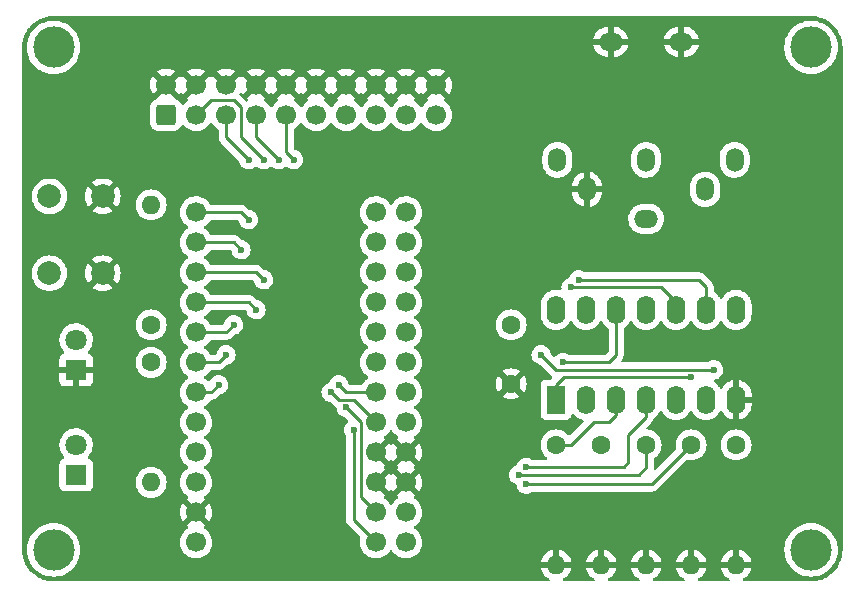
<source format=gbl>
G04 #@! TF.GenerationSoftware,KiCad,Pcbnew,(6.0.6)*
G04 #@! TF.CreationDate,2022-08-23T10:22:15+02:00*
G04 #@! TF.ProjectId,C64 XUM1541-II.kicad_pcb_DIN pas 5mm,43363420-5855-44d3-9135-34312d49492e,rev?*
G04 #@! TF.SameCoordinates,Original*
G04 #@! TF.FileFunction,Copper,L2,Bot*
G04 #@! TF.FilePolarity,Positive*
%FSLAX46Y46*%
G04 Gerber Fmt 4.6, Leading zero omitted, Abs format (unit mm)*
G04 Created by KiCad (PCBNEW (6.0.6)) date 2022-08-23 10:22:15*
%MOMM*%
%LPD*%
G01*
G04 APERTURE LIST*
G04 Aperture macros list*
%AMRoundRect*
0 Rectangle with rounded corners*
0 $1 Rounding radius*
0 $2 $3 $4 $5 $6 $7 $8 $9 X,Y pos of 4 corners*
0 Add a 4 corners polygon primitive as box body*
4,1,4,$2,$3,$4,$5,$6,$7,$8,$9,$2,$3,0*
0 Add four circle primitives for the rounded corners*
1,1,$1+$1,$2,$3*
1,1,$1+$1,$4,$5*
1,1,$1+$1,$6,$7*
1,1,$1+$1,$8,$9*
0 Add four rect primitives between the rounded corners*
20,1,$1+$1,$2,$3,$4,$5,0*
20,1,$1+$1,$4,$5,$6,$7,0*
20,1,$1+$1,$6,$7,$8,$9,0*
20,1,$1+$1,$8,$9,$2,$3,0*%
G04 Aperture macros list end*
G04 #@! TA.AperFunction,ComponentPad*
%ADD10C,1.600000*%
G04 #@! TD*
G04 #@! TA.AperFunction,ComponentPad*
%ADD11C,3.500000*%
G04 #@! TD*
G04 #@! TA.AperFunction,ComponentPad*
%ADD12O,1.600000X1.600000*%
G04 #@! TD*
G04 #@! TA.AperFunction,ComponentPad*
%ADD13C,2.000000*%
G04 #@! TD*
G04 #@! TA.AperFunction,ComponentPad*
%ADD14R,1.600000X2.400000*%
G04 #@! TD*
G04 #@! TA.AperFunction,ComponentPad*
%ADD15O,1.600000X2.400000*%
G04 #@! TD*
G04 #@! TA.AperFunction,ComponentPad*
%ADD16O,1.524000X2.000000*%
G04 #@! TD*
G04 #@! TA.AperFunction,ComponentPad*
%ADD17O,2.000000X1.524000*%
G04 #@! TD*
G04 #@! TA.AperFunction,ComponentPad*
%ADD18R,1.800000X1.800000*%
G04 #@! TD*
G04 #@! TA.AperFunction,ComponentPad*
%ADD19C,1.800000*%
G04 #@! TD*
G04 #@! TA.AperFunction,ComponentPad*
%ADD20C,1.700000*%
G04 #@! TD*
G04 #@! TA.AperFunction,ComponentPad*
%ADD21RoundRect,0.250000X0.600000X-0.600000X0.600000X0.600000X-0.600000X0.600000X-0.600000X-0.600000X0*%
G04 #@! TD*
G04 #@! TA.AperFunction,ViaPad*
%ADD22C,0.600000*%
G04 #@! TD*
G04 #@! TA.AperFunction,Conductor*
%ADD23C,0.250000*%
G04 #@! TD*
G04 APERTURE END LIST*
D10*
X141605000Y-81280000D03*
X141605000Y-86280000D03*
D11*
X102870000Y-100330000D03*
X167005000Y-100330000D03*
X102870000Y-57785000D03*
D10*
X111125000Y-81280000D03*
D12*
X111125000Y-71120000D03*
D10*
X156845000Y-91440000D03*
D12*
X156845000Y-101600000D03*
D10*
X145415000Y-91440000D03*
D12*
X145415000Y-101600000D03*
D10*
X153035000Y-91440000D03*
D12*
X153035000Y-101600000D03*
D10*
X149225000Y-91440000D03*
D12*
X149225000Y-101600000D03*
D13*
X102525000Y-70410000D03*
X102525000Y-76910000D03*
X107025000Y-76910000D03*
X107025000Y-70410000D03*
D14*
X145415000Y-87630000D03*
D15*
X147955000Y-87630000D03*
X150495000Y-87630000D03*
X153035000Y-87630000D03*
X155575000Y-87630000D03*
X158115000Y-87630000D03*
X160655000Y-87630000D03*
X160655000Y-80010000D03*
X158115000Y-80010000D03*
X155575000Y-80010000D03*
X153035000Y-80010000D03*
X150495000Y-80010000D03*
X147955000Y-80010000D03*
X145415000Y-80010000D03*
D11*
X167005000Y-57785000D03*
D16*
X145535000Y-67310000D03*
X148035000Y-69810000D03*
X153035000Y-67310000D03*
X158035000Y-69810000D03*
X160535000Y-67310000D03*
D17*
X153035000Y-72310000D03*
X156035000Y-57310000D03*
X150035000Y-57310000D03*
D18*
X104775000Y-85090000D03*
D19*
X104775000Y-82550000D03*
D18*
X104775000Y-93980000D03*
D19*
X104775000Y-91440000D03*
D10*
X160655000Y-91440000D03*
D12*
X160655000Y-101600000D03*
D20*
X130175000Y-99695000D03*
X132715000Y-99695000D03*
X130175000Y-97155000D03*
X132715000Y-97155000D03*
X130175000Y-94615000D03*
X132715000Y-94615000D03*
X132715000Y-92075000D03*
X130175000Y-92075000D03*
X132715000Y-89535000D03*
X130175000Y-89535000D03*
X130175000Y-86995000D03*
X132715000Y-86995000D03*
X132715000Y-84455000D03*
X130175000Y-84455000D03*
X130175000Y-81915000D03*
X132715000Y-81915000D03*
X130175000Y-79375000D03*
X132715000Y-79375000D03*
X132715000Y-76835000D03*
X130175000Y-76835000D03*
X130175000Y-74295000D03*
X132715000Y-74295000D03*
X130175000Y-71755000D03*
X132715000Y-71755000D03*
X114935000Y-71755000D03*
X114935000Y-74295000D03*
X114935000Y-76835000D03*
X114935000Y-79375000D03*
X114935000Y-81915000D03*
X114935000Y-84455000D03*
X114935000Y-86995000D03*
X114935000Y-89535000D03*
X114935000Y-92075000D03*
X114935000Y-94615000D03*
X114935000Y-97155000D03*
X114935000Y-99695000D03*
D10*
X111125000Y-84455000D03*
D12*
X111125000Y-94615000D03*
D21*
X112395000Y-63500000D03*
D20*
X114935000Y-63500000D03*
X117475000Y-63500000D03*
X120015000Y-63500000D03*
X122555000Y-63500000D03*
X125095000Y-63500000D03*
X127635000Y-63500000D03*
X130175000Y-63500000D03*
X132715000Y-63500000D03*
X135255000Y-63500000D03*
X114935000Y-60960000D03*
X122555000Y-60960000D03*
X130175000Y-60960000D03*
X120015000Y-60960000D03*
X135255000Y-60960000D03*
X112395000Y-60960000D03*
X125095000Y-60960000D03*
X132715000Y-60960000D03*
X117475000Y-60960000D03*
X127635000Y-60960000D03*
D22*
X156845000Y-85725000D03*
X147320000Y-77470000D03*
X146685000Y-78105000D03*
X144145000Y-83820000D03*
X158750000Y-85090000D03*
X145994500Y-84455000D03*
X127000000Y-86360000D03*
X120650000Y-67310000D03*
X126365000Y-86995000D03*
X119380000Y-67310000D03*
X127635000Y-88265000D03*
X121920000Y-67310000D03*
X123190000Y-67310000D03*
X128270000Y-90170000D03*
X142239996Y-93980000D03*
X119380000Y-72390000D03*
X142875000Y-94769481D03*
X118745000Y-74930000D03*
X120650000Y-77470000D03*
X120015000Y-80010000D03*
X142875000Y-93345000D03*
X118110000Y-81280000D03*
X117475000Y-83820000D03*
X116840000Y-86360000D03*
D23*
X158115000Y-80010000D02*
X158115000Y-78105000D01*
X157480000Y-77470000D02*
X147320000Y-77470000D01*
X146050000Y-85725000D02*
X145415000Y-86360000D01*
X145415000Y-86360000D02*
X145415000Y-87630000D01*
X158115000Y-78105000D02*
X157480000Y-77470000D01*
X156845000Y-85725000D02*
X146050000Y-85725000D01*
X146685000Y-78105000D02*
X154305000Y-78105000D01*
X155575000Y-80010000D02*
X155575000Y-79375000D01*
X155575000Y-79375000D02*
X154305000Y-78105000D01*
X155575000Y-85090000D02*
X158750000Y-85090000D01*
X155575000Y-85090000D02*
X145415000Y-85090000D01*
X145415000Y-85090000D02*
X144145000Y-83820000D01*
X149860000Y-84455000D02*
X145994500Y-84455000D01*
X150495000Y-80010000D02*
X150495000Y-83820000D01*
X150495000Y-83820000D02*
X149860000Y-84455000D01*
X130175000Y-86995000D02*
X127635000Y-86995000D01*
X118745000Y-65405000D02*
X120650000Y-67310000D01*
X118110000Y-62230000D02*
X118745000Y-62865000D01*
X116205000Y-62230000D02*
X117475000Y-62230000D01*
X117475000Y-62230000D02*
X118110000Y-62230000D01*
X118745000Y-62865000D02*
X118745000Y-65405000D01*
X114935000Y-63500000D02*
X116205000Y-62230000D01*
X127635000Y-86995000D02*
X127000000Y-86360000D01*
X130175000Y-89535000D02*
X128270000Y-87630000D01*
X128270000Y-87630000D02*
X127000000Y-87630000D01*
X117475000Y-63500000D02*
X117475000Y-65405000D01*
X127000000Y-87630000D02*
X126365000Y-86995000D01*
X117475000Y-65405000D02*
X119380000Y-67310000D01*
X120015000Y-63500000D02*
X120015000Y-65405000D01*
X128905000Y-89535000D02*
X127635000Y-88265000D01*
X130175000Y-97155000D02*
X128905000Y-95885000D01*
X128905000Y-95885000D02*
X128905000Y-89535000D01*
X120015000Y-65405000D02*
X121920000Y-67310000D01*
X123190000Y-67310000D02*
X122555000Y-66675000D01*
X128270000Y-97790000D02*
X128270000Y-90170000D01*
X130175000Y-99695000D02*
X128270000Y-97790000D01*
X122555000Y-66675000D02*
X122555000Y-63500000D01*
X150495000Y-93980000D02*
X142239996Y-93980000D01*
X118745000Y-71755000D02*
X114935000Y-71755000D01*
X152400000Y-93980000D02*
X150495000Y-93980000D01*
X153035000Y-91440000D02*
X153035000Y-93345000D01*
X153035000Y-93345000D02*
X152400000Y-93980000D01*
X119380000Y-72390000D02*
X118745000Y-71755000D01*
X156845000Y-91440000D02*
X153515519Y-94769481D01*
X118110000Y-74295000D02*
X118745000Y-74930000D01*
X114935000Y-74295000D02*
X118110000Y-74295000D01*
X153515519Y-94769481D02*
X142875000Y-94769481D01*
X120015000Y-76835000D02*
X120650000Y-77470000D01*
X148590000Y-89535000D02*
X149860000Y-89535000D01*
X149860000Y-89535000D02*
X150495000Y-88900000D01*
X145415000Y-91440000D02*
X146685000Y-91440000D01*
X146685000Y-91440000D02*
X148590000Y-89535000D01*
X150495000Y-87630000D02*
X150495000Y-88900000D01*
X114935000Y-76835000D02*
X120015000Y-76835000D01*
X119380000Y-79375000D02*
X120015000Y-80010000D01*
X151537500Y-92937500D02*
X151130000Y-93345000D01*
X153035000Y-87630000D02*
X153035000Y-89080000D01*
X153035000Y-89080000D02*
X151537500Y-90577500D01*
X149860000Y-93345000D02*
X142875000Y-93345000D01*
X114935000Y-79375000D02*
X119380000Y-79375000D01*
X151537500Y-90577500D02*
X151537500Y-92937500D01*
X151130000Y-93345000D02*
X149860000Y-93345000D01*
X117475000Y-81915000D02*
X118110000Y-81280000D01*
X114935000Y-81915000D02*
X117475000Y-81915000D01*
X114935000Y-84455000D02*
X116840000Y-84455000D01*
X116840000Y-84455000D02*
X117475000Y-83820000D01*
X116205000Y-86995000D02*
X116840000Y-86360000D01*
X114935000Y-86995000D02*
X116205000Y-86995000D01*
G04 #@! TA.AperFunction,Conductor*
G36*
X166975018Y-55120000D02*
G01*
X166989851Y-55122310D01*
X166989855Y-55122310D01*
X166998724Y-55123691D01*
X167007626Y-55122527D01*
X167007628Y-55122527D01*
X167011936Y-55121963D01*
X167016720Y-55121338D01*
X167040117Y-55120472D01*
X167296492Y-55134869D01*
X167310524Y-55136450D01*
X167450953Y-55160311D01*
X167591376Y-55184170D01*
X167605151Y-55187314D01*
X167878891Y-55266177D01*
X167892228Y-55270844D01*
X168155418Y-55379861D01*
X168168148Y-55385992D01*
X168417468Y-55523786D01*
X168429432Y-55531303D01*
X168661762Y-55696149D01*
X168672810Y-55704959D01*
X168885224Y-55894785D01*
X168895215Y-55904776D01*
X169018630Y-56042876D01*
X169085041Y-56117190D01*
X169093850Y-56128236D01*
X169131900Y-56181864D01*
X169258697Y-56360568D01*
X169266214Y-56372532D01*
X169404008Y-56621852D01*
X169410139Y-56634582D01*
X169519156Y-56897772D01*
X169523823Y-56911109D01*
X169602686Y-57184849D01*
X169605830Y-57198624D01*
X169653549Y-57479471D01*
X169655131Y-57493513D01*
X169669118Y-57742593D01*
X169667817Y-57769036D01*
X169667690Y-57769849D01*
X169667690Y-57769855D01*
X169666309Y-57778724D01*
X169667473Y-57787626D01*
X169667473Y-57787628D01*
X169670436Y-57810283D01*
X169671500Y-57826621D01*
X169671500Y-100280633D01*
X169670000Y-100300018D01*
X169667690Y-100314851D01*
X169667690Y-100314855D01*
X169666309Y-100323724D01*
X169668136Y-100337692D01*
X169668662Y-100341716D01*
X169669528Y-100365117D01*
X169656842Y-100591028D01*
X169655131Y-100621488D01*
X169653549Y-100635529D01*
X169605830Y-100916376D01*
X169602686Y-100930151D01*
X169523823Y-101203891D01*
X169519156Y-101217228D01*
X169410139Y-101480418D01*
X169404008Y-101493148D01*
X169266214Y-101742468D01*
X169258697Y-101754432D01*
X169093851Y-101986762D01*
X169085041Y-101997810D01*
X168895215Y-102210224D01*
X168885224Y-102220215D01*
X168672810Y-102410041D01*
X168661762Y-102418851D01*
X168429432Y-102583697D01*
X168417468Y-102591214D01*
X168168148Y-102729008D01*
X168155418Y-102735139D01*
X167892228Y-102844156D01*
X167878891Y-102848823D01*
X167605151Y-102927686D01*
X167591376Y-102930830D01*
X167450952Y-102954690D01*
X167310524Y-102978550D01*
X167296490Y-102980131D01*
X167227407Y-102984010D01*
X167047407Y-102994118D01*
X167020964Y-102992817D01*
X167020151Y-102992690D01*
X167020145Y-102992690D01*
X167011276Y-102991309D01*
X167002374Y-102992473D01*
X167002372Y-102992473D01*
X166987323Y-102994441D01*
X166979714Y-102995436D01*
X166963379Y-102996500D01*
X161323537Y-102996500D01*
X161255416Y-102976498D01*
X161208923Y-102922842D01*
X161198819Y-102852568D01*
X161228313Y-102787988D01*
X161270287Y-102756305D01*
X161306511Y-102739414D01*
X161316007Y-102733931D01*
X161494467Y-102608972D01*
X161502875Y-102601916D01*
X161656916Y-102447875D01*
X161663972Y-102439467D01*
X161788931Y-102261007D01*
X161794414Y-102251511D01*
X161886490Y-102054053D01*
X161890236Y-102043761D01*
X161936394Y-101871497D01*
X161936058Y-101857401D01*
X161928116Y-101854000D01*
X159387033Y-101854000D01*
X159373502Y-101857973D01*
X159372273Y-101866522D01*
X159419764Y-102043761D01*
X159423510Y-102054053D01*
X159515586Y-102251511D01*
X159521069Y-102261007D01*
X159646028Y-102439467D01*
X159653084Y-102447875D01*
X159807125Y-102601916D01*
X159815533Y-102608972D01*
X159993993Y-102733931D01*
X160003489Y-102739414D01*
X160039713Y-102756305D01*
X160092998Y-102803222D01*
X160112459Y-102871500D01*
X160091917Y-102939459D01*
X160037894Y-102985525D01*
X159986463Y-102996500D01*
X157513537Y-102996500D01*
X157445416Y-102976498D01*
X157398923Y-102922842D01*
X157388819Y-102852568D01*
X157418313Y-102787988D01*
X157460287Y-102756305D01*
X157496511Y-102739414D01*
X157506007Y-102733931D01*
X157684467Y-102608972D01*
X157692875Y-102601916D01*
X157846916Y-102447875D01*
X157853972Y-102439467D01*
X157978931Y-102261007D01*
X157984414Y-102251511D01*
X158076490Y-102054053D01*
X158080236Y-102043761D01*
X158126394Y-101871497D01*
X158126058Y-101857401D01*
X158118116Y-101854000D01*
X155577033Y-101854000D01*
X155563502Y-101857973D01*
X155562273Y-101866522D01*
X155609764Y-102043761D01*
X155613510Y-102054053D01*
X155705586Y-102251511D01*
X155711069Y-102261007D01*
X155836028Y-102439467D01*
X155843084Y-102447875D01*
X155997125Y-102601916D01*
X156005533Y-102608972D01*
X156183993Y-102733931D01*
X156193489Y-102739414D01*
X156229713Y-102756305D01*
X156282998Y-102803222D01*
X156302459Y-102871500D01*
X156281917Y-102939459D01*
X156227894Y-102985525D01*
X156176463Y-102996500D01*
X153703537Y-102996500D01*
X153635416Y-102976498D01*
X153588923Y-102922842D01*
X153578819Y-102852568D01*
X153608313Y-102787988D01*
X153650287Y-102756305D01*
X153686511Y-102739414D01*
X153696007Y-102733931D01*
X153874467Y-102608972D01*
X153882875Y-102601916D01*
X154036916Y-102447875D01*
X154043972Y-102439467D01*
X154168931Y-102261007D01*
X154174414Y-102251511D01*
X154266490Y-102054053D01*
X154270236Y-102043761D01*
X154316394Y-101871497D01*
X154316058Y-101857401D01*
X154308116Y-101854000D01*
X151767033Y-101854000D01*
X151753502Y-101857973D01*
X151752273Y-101866522D01*
X151799764Y-102043761D01*
X151803510Y-102054053D01*
X151895586Y-102251511D01*
X151901069Y-102261007D01*
X152026028Y-102439467D01*
X152033084Y-102447875D01*
X152187125Y-102601916D01*
X152195533Y-102608972D01*
X152373993Y-102733931D01*
X152383489Y-102739414D01*
X152419713Y-102756305D01*
X152472998Y-102803222D01*
X152492459Y-102871500D01*
X152471917Y-102939459D01*
X152417894Y-102985525D01*
X152366463Y-102996500D01*
X149893537Y-102996500D01*
X149825416Y-102976498D01*
X149778923Y-102922842D01*
X149768819Y-102852568D01*
X149798313Y-102787988D01*
X149840287Y-102756305D01*
X149876511Y-102739414D01*
X149886007Y-102733931D01*
X150064467Y-102608972D01*
X150072875Y-102601916D01*
X150226916Y-102447875D01*
X150233972Y-102439467D01*
X150358931Y-102261007D01*
X150364414Y-102251511D01*
X150456490Y-102054053D01*
X150460236Y-102043761D01*
X150506394Y-101871497D01*
X150506058Y-101857401D01*
X150498116Y-101854000D01*
X147957033Y-101854000D01*
X147943502Y-101857973D01*
X147942273Y-101866522D01*
X147989764Y-102043761D01*
X147993510Y-102054053D01*
X148085586Y-102251511D01*
X148091069Y-102261007D01*
X148216028Y-102439467D01*
X148223084Y-102447875D01*
X148377125Y-102601916D01*
X148385533Y-102608972D01*
X148563993Y-102733931D01*
X148573489Y-102739414D01*
X148609713Y-102756305D01*
X148662998Y-102803222D01*
X148682459Y-102871500D01*
X148661917Y-102939459D01*
X148607894Y-102985525D01*
X148556463Y-102996500D01*
X146083537Y-102996500D01*
X146015416Y-102976498D01*
X145968923Y-102922842D01*
X145958819Y-102852568D01*
X145988313Y-102787988D01*
X146030287Y-102756305D01*
X146066511Y-102739414D01*
X146076007Y-102733931D01*
X146254467Y-102608972D01*
X146262875Y-102601916D01*
X146416916Y-102447875D01*
X146423972Y-102439467D01*
X146548931Y-102261007D01*
X146554414Y-102251511D01*
X146646490Y-102054053D01*
X146650236Y-102043761D01*
X146696394Y-101871497D01*
X146696058Y-101857401D01*
X146688116Y-101854000D01*
X144147033Y-101854000D01*
X144133502Y-101857973D01*
X144132273Y-101866522D01*
X144179764Y-102043761D01*
X144183510Y-102054053D01*
X144275586Y-102251511D01*
X144281069Y-102261007D01*
X144406028Y-102439467D01*
X144413084Y-102447875D01*
X144567125Y-102601916D01*
X144575533Y-102608972D01*
X144753993Y-102733931D01*
X144763489Y-102739414D01*
X144799713Y-102756305D01*
X144852998Y-102803222D01*
X144872459Y-102871500D01*
X144851917Y-102939459D01*
X144797894Y-102985525D01*
X144746463Y-102996500D01*
X102919367Y-102996500D01*
X102899982Y-102995000D01*
X102885149Y-102992690D01*
X102885145Y-102992690D01*
X102876276Y-102991309D01*
X102867374Y-102992473D01*
X102867372Y-102992473D01*
X102863064Y-102993037D01*
X102858280Y-102993662D01*
X102834883Y-102994528D01*
X102578508Y-102980131D01*
X102564476Y-102978550D01*
X102424048Y-102954690D01*
X102283624Y-102930830D01*
X102269849Y-102927686D01*
X101996109Y-102848823D01*
X101982772Y-102844156D01*
X101719582Y-102735139D01*
X101706852Y-102729008D01*
X101457532Y-102591214D01*
X101445568Y-102583697D01*
X101213238Y-102418851D01*
X101202190Y-102410041D01*
X100989776Y-102220215D01*
X100979785Y-102210224D01*
X100789959Y-101997810D01*
X100781149Y-101986762D01*
X100616303Y-101754432D01*
X100608786Y-101742468D01*
X100470992Y-101493148D01*
X100464861Y-101480418D01*
X100355844Y-101217228D01*
X100351177Y-101203891D01*
X100272314Y-100930151D01*
X100269170Y-100916376D01*
X100221451Y-100635529D01*
X100219869Y-100621488D01*
X100218159Y-100591028D01*
X100206089Y-100376100D01*
X100207411Y-100352208D01*
X100207334Y-100352201D01*
X100207537Y-100349937D01*
X100207637Y-100348131D01*
X100207770Y-100347342D01*
X100208576Y-100342552D01*
X100208729Y-100330000D01*
X100606654Y-100330000D01*
X100606924Y-100334119D01*
X100624225Y-100598084D01*
X100626017Y-100625426D01*
X100626819Y-100629459D01*
X100626820Y-100629465D01*
X100682970Y-100911747D01*
X100683776Y-100915797D01*
X100685103Y-100919706D01*
X100685104Y-100919710D01*
X100729156Y-101049482D01*
X100778941Y-101196145D01*
X100789338Y-101217228D01*
X100850635Y-101341525D01*
X100909885Y-101461673D01*
X101074367Y-101707838D01*
X101077081Y-101710932D01*
X101077085Y-101710938D01*
X101266864Y-101927338D01*
X101269573Y-101930427D01*
X101272662Y-101933136D01*
X101489062Y-102122915D01*
X101489068Y-102122919D01*
X101492162Y-102125633D01*
X101495588Y-102127922D01*
X101495593Y-102127926D01*
X101633714Y-102220215D01*
X101738327Y-102290115D01*
X101742026Y-102291939D01*
X101742031Y-102291942D01*
X101878313Y-102359148D01*
X102003855Y-102421059D01*
X102007760Y-102422384D01*
X102007761Y-102422385D01*
X102280290Y-102514896D01*
X102280294Y-102514897D01*
X102284203Y-102516224D01*
X102288247Y-102517028D01*
X102288253Y-102517030D01*
X102570535Y-102573180D01*
X102570541Y-102573181D01*
X102574574Y-102573983D01*
X102578679Y-102574252D01*
X102578686Y-102574253D01*
X102865881Y-102593076D01*
X102870000Y-102593346D01*
X102874119Y-102593076D01*
X103161314Y-102574253D01*
X103161321Y-102574252D01*
X103165426Y-102573983D01*
X103169459Y-102573181D01*
X103169465Y-102573180D01*
X103451747Y-102517030D01*
X103451753Y-102517028D01*
X103455797Y-102516224D01*
X103459706Y-102514897D01*
X103459710Y-102514896D01*
X103732239Y-102422385D01*
X103732240Y-102422384D01*
X103736145Y-102421059D01*
X103861687Y-102359148D01*
X103997969Y-102291942D01*
X103997974Y-102291939D01*
X104001673Y-102290115D01*
X104106286Y-102220215D01*
X104244407Y-102127926D01*
X104244412Y-102127922D01*
X104247838Y-102125633D01*
X104250932Y-102122919D01*
X104250938Y-102122915D01*
X104467338Y-101933136D01*
X104470427Y-101930427D01*
X104473136Y-101927338D01*
X104662915Y-101710938D01*
X104662919Y-101710932D01*
X104665633Y-101707838D01*
X104830115Y-101461673D01*
X104889366Y-101341525D01*
X104895788Y-101328503D01*
X144133606Y-101328503D01*
X144133942Y-101342599D01*
X144141884Y-101346000D01*
X145142885Y-101346000D01*
X145158124Y-101341525D01*
X145159329Y-101340135D01*
X145161000Y-101332452D01*
X145161000Y-101327885D01*
X145669000Y-101327885D01*
X145673475Y-101343124D01*
X145674865Y-101344329D01*
X145682548Y-101346000D01*
X146682967Y-101346000D01*
X146696498Y-101342027D01*
X146697727Y-101333478D01*
X146696394Y-101328503D01*
X147943606Y-101328503D01*
X147943942Y-101342599D01*
X147951884Y-101346000D01*
X148952885Y-101346000D01*
X148968124Y-101341525D01*
X148969329Y-101340135D01*
X148971000Y-101332452D01*
X148971000Y-101327885D01*
X149479000Y-101327885D01*
X149483475Y-101343124D01*
X149484865Y-101344329D01*
X149492548Y-101346000D01*
X150492967Y-101346000D01*
X150506498Y-101342027D01*
X150507727Y-101333478D01*
X150506394Y-101328503D01*
X151753606Y-101328503D01*
X151753942Y-101342599D01*
X151761884Y-101346000D01*
X152762885Y-101346000D01*
X152778124Y-101341525D01*
X152779329Y-101340135D01*
X152781000Y-101332452D01*
X152781000Y-101327885D01*
X153289000Y-101327885D01*
X153293475Y-101343124D01*
X153294865Y-101344329D01*
X153302548Y-101346000D01*
X154302967Y-101346000D01*
X154316498Y-101342027D01*
X154317727Y-101333478D01*
X154316394Y-101328503D01*
X155563606Y-101328503D01*
X155563942Y-101342599D01*
X155571884Y-101346000D01*
X156572885Y-101346000D01*
X156588124Y-101341525D01*
X156589329Y-101340135D01*
X156591000Y-101332452D01*
X156591000Y-101327885D01*
X157099000Y-101327885D01*
X157103475Y-101343124D01*
X157104865Y-101344329D01*
X157112548Y-101346000D01*
X158112967Y-101346000D01*
X158126498Y-101342027D01*
X158127727Y-101333478D01*
X158126394Y-101328503D01*
X159373606Y-101328503D01*
X159373942Y-101342599D01*
X159381884Y-101346000D01*
X160382885Y-101346000D01*
X160398124Y-101341525D01*
X160399329Y-101340135D01*
X160401000Y-101332452D01*
X160401000Y-101327885D01*
X160909000Y-101327885D01*
X160913475Y-101343124D01*
X160914865Y-101344329D01*
X160922548Y-101346000D01*
X161922967Y-101346000D01*
X161936498Y-101342027D01*
X161937727Y-101333478D01*
X161890236Y-101156239D01*
X161886490Y-101145947D01*
X161794414Y-100948489D01*
X161788931Y-100938993D01*
X161663972Y-100760533D01*
X161656916Y-100752125D01*
X161502875Y-100598084D01*
X161494467Y-100591028D01*
X161316007Y-100466069D01*
X161306511Y-100460586D01*
X161109053Y-100368510D01*
X161098761Y-100364764D01*
X160969020Y-100330000D01*
X164741654Y-100330000D01*
X164741924Y-100334119D01*
X164759225Y-100598084D01*
X164761017Y-100625426D01*
X164761819Y-100629459D01*
X164761820Y-100629465D01*
X164817970Y-100911747D01*
X164818776Y-100915797D01*
X164820103Y-100919706D01*
X164820104Y-100919710D01*
X164864156Y-101049482D01*
X164913941Y-101196145D01*
X164924338Y-101217228D01*
X164985635Y-101341525D01*
X165044885Y-101461673D01*
X165209367Y-101707838D01*
X165212081Y-101710932D01*
X165212085Y-101710938D01*
X165401864Y-101927338D01*
X165404573Y-101930427D01*
X165407662Y-101933136D01*
X165624062Y-102122915D01*
X165624068Y-102122919D01*
X165627162Y-102125633D01*
X165630588Y-102127922D01*
X165630593Y-102127926D01*
X165768714Y-102220215D01*
X165873327Y-102290115D01*
X165877026Y-102291939D01*
X165877031Y-102291942D01*
X166013313Y-102359148D01*
X166138855Y-102421059D01*
X166142760Y-102422384D01*
X166142761Y-102422385D01*
X166415290Y-102514896D01*
X166415294Y-102514897D01*
X166419203Y-102516224D01*
X166423247Y-102517028D01*
X166423253Y-102517030D01*
X166705535Y-102573180D01*
X166705541Y-102573181D01*
X166709574Y-102573983D01*
X166713679Y-102574252D01*
X166713686Y-102574253D01*
X167000881Y-102593076D01*
X167005000Y-102593346D01*
X167009119Y-102593076D01*
X167296314Y-102574253D01*
X167296321Y-102574252D01*
X167300426Y-102573983D01*
X167304459Y-102573181D01*
X167304465Y-102573180D01*
X167586747Y-102517030D01*
X167586753Y-102517028D01*
X167590797Y-102516224D01*
X167594706Y-102514897D01*
X167594710Y-102514896D01*
X167867239Y-102422385D01*
X167867240Y-102422384D01*
X167871145Y-102421059D01*
X167996687Y-102359148D01*
X168132969Y-102291942D01*
X168132974Y-102291939D01*
X168136673Y-102290115D01*
X168241286Y-102220215D01*
X168379407Y-102127926D01*
X168379412Y-102127922D01*
X168382838Y-102125633D01*
X168385932Y-102122919D01*
X168385938Y-102122915D01*
X168602338Y-101933136D01*
X168605427Y-101930427D01*
X168608136Y-101927338D01*
X168797915Y-101710938D01*
X168797919Y-101710932D01*
X168800633Y-101707838D01*
X168965115Y-101461673D01*
X169024366Y-101341525D01*
X169085662Y-101217228D01*
X169096059Y-101196145D01*
X169145844Y-101049482D01*
X169189896Y-100919710D01*
X169189897Y-100919706D01*
X169191224Y-100915797D01*
X169192030Y-100911747D01*
X169248180Y-100629465D01*
X169248181Y-100629459D01*
X169248983Y-100625426D01*
X169250776Y-100598084D01*
X169268076Y-100334119D01*
X169268346Y-100330000D01*
X169259921Y-100201453D01*
X169249253Y-100038686D01*
X169249252Y-100038679D01*
X169248983Y-100034574D01*
X169239724Y-99988023D01*
X169192030Y-99748253D01*
X169192028Y-99748247D01*
X169191224Y-99744203D01*
X169173384Y-99691646D01*
X169097385Y-99467761D01*
X169097384Y-99467760D01*
X169096059Y-99463855D01*
X168975611Y-99219610D01*
X168966942Y-99202031D01*
X168966939Y-99202026D01*
X168965115Y-99198327D01*
X168925744Y-99139405D01*
X168802926Y-98955593D01*
X168802922Y-98955588D01*
X168800633Y-98952162D01*
X168797919Y-98949068D01*
X168797915Y-98949062D01*
X168608136Y-98732662D01*
X168605427Y-98729573D01*
X168415260Y-98562800D01*
X168385938Y-98537085D01*
X168385932Y-98537081D01*
X168382838Y-98534367D01*
X168379412Y-98532078D01*
X168379407Y-98532074D01*
X168158303Y-98384338D01*
X168136673Y-98369885D01*
X168132974Y-98368061D01*
X168132969Y-98368058D01*
X167942728Y-98274242D01*
X167871145Y-98238941D01*
X167817391Y-98220694D01*
X167594710Y-98145104D01*
X167594706Y-98145103D01*
X167590797Y-98143776D01*
X167586753Y-98142972D01*
X167586747Y-98142970D01*
X167304465Y-98086820D01*
X167304459Y-98086819D01*
X167300426Y-98086017D01*
X167296321Y-98085748D01*
X167296314Y-98085747D01*
X167009119Y-98066924D01*
X167005000Y-98066654D01*
X167000881Y-98066924D01*
X166713686Y-98085747D01*
X166713679Y-98085748D01*
X166709574Y-98086017D01*
X166705541Y-98086819D01*
X166705535Y-98086820D01*
X166423253Y-98142970D01*
X166423247Y-98142972D01*
X166419203Y-98143776D01*
X166415294Y-98145103D01*
X166415290Y-98145104D01*
X166192609Y-98220694D01*
X166138855Y-98238941D01*
X166067272Y-98274242D01*
X165877031Y-98368058D01*
X165877026Y-98368061D01*
X165873327Y-98369885D01*
X165851697Y-98384338D01*
X165630593Y-98532074D01*
X165630588Y-98532078D01*
X165627162Y-98534367D01*
X165624068Y-98537081D01*
X165624062Y-98537085D01*
X165594740Y-98562800D01*
X165404573Y-98729573D01*
X165401864Y-98732662D01*
X165212085Y-98949062D01*
X165212081Y-98949068D01*
X165209367Y-98952162D01*
X165207078Y-98955588D01*
X165207074Y-98955593D01*
X165084256Y-99139405D01*
X165044885Y-99198327D01*
X165043061Y-99202026D01*
X165043058Y-99202031D01*
X165034389Y-99219610D01*
X164913941Y-99463855D01*
X164912616Y-99467760D01*
X164912615Y-99467761D01*
X164836617Y-99691646D01*
X164818776Y-99744203D01*
X164817972Y-99748247D01*
X164817970Y-99748253D01*
X164770277Y-99988023D01*
X164761017Y-100034574D01*
X164760748Y-100038679D01*
X164760747Y-100038686D01*
X164750079Y-100201453D01*
X164741654Y-100330000D01*
X160969020Y-100330000D01*
X160926497Y-100318606D01*
X160912401Y-100318942D01*
X160909000Y-100326884D01*
X160909000Y-101327885D01*
X160401000Y-101327885D01*
X160401000Y-100332033D01*
X160397027Y-100318502D01*
X160388478Y-100317273D01*
X160211239Y-100364764D01*
X160200947Y-100368510D01*
X160003489Y-100460586D01*
X159993993Y-100466069D01*
X159815533Y-100591028D01*
X159807125Y-100598084D01*
X159653084Y-100752125D01*
X159646028Y-100760533D01*
X159521069Y-100938993D01*
X159515586Y-100948489D01*
X159423510Y-101145947D01*
X159419764Y-101156239D01*
X159373606Y-101328503D01*
X158126394Y-101328503D01*
X158080236Y-101156239D01*
X158076490Y-101145947D01*
X157984414Y-100948489D01*
X157978931Y-100938993D01*
X157853972Y-100760533D01*
X157846916Y-100752125D01*
X157692875Y-100598084D01*
X157684467Y-100591028D01*
X157506007Y-100466069D01*
X157496511Y-100460586D01*
X157299053Y-100368510D01*
X157288761Y-100364764D01*
X157116497Y-100318606D01*
X157102401Y-100318942D01*
X157099000Y-100326884D01*
X157099000Y-101327885D01*
X156591000Y-101327885D01*
X156591000Y-100332033D01*
X156587027Y-100318502D01*
X156578478Y-100317273D01*
X156401239Y-100364764D01*
X156390947Y-100368510D01*
X156193489Y-100460586D01*
X156183993Y-100466069D01*
X156005533Y-100591028D01*
X155997125Y-100598084D01*
X155843084Y-100752125D01*
X155836028Y-100760533D01*
X155711069Y-100938993D01*
X155705586Y-100948489D01*
X155613510Y-101145947D01*
X155609764Y-101156239D01*
X155563606Y-101328503D01*
X154316394Y-101328503D01*
X154270236Y-101156239D01*
X154266490Y-101145947D01*
X154174414Y-100948489D01*
X154168931Y-100938993D01*
X154043972Y-100760533D01*
X154036916Y-100752125D01*
X153882875Y-100598084D01*
X153874467Y-100591028D01*
X153696007Y-100466069D01*
X153686511Y-100460586D01*
X153489053Y-100368510D01*
X153478761Y-100364764D01*
X153306497Y-100318606D01*
X153292401Y-100318942D01*
X153289000Y-100326884D01*
X153289000Y-101327885D01*
X152781000Y-101327885D01*
X152781000Y-100332033D01*
X152777027Y-100318502D01*
X152768478Y-100317273D01*
X152591239Y-100364764D01*
X152580947Y-100368510D01*
X152383489Y-100460586D01*
X152373993Y-100466069D01*
X152195533Y-100591028D01*
X152187125Y-100598084D01*
X152033084Y-100752125D01*
X152026028Y-100760533D01*
X151901069Y-100938993D01*
X151895586Y-100948489D01*
X151803510Y-101145947D01*
X151799764Y-101156239D01*
X151753606Y-101328503D01*
X150506394Y-101328503D01*
X150460236Y-101156239D01*
X150456490Y-101145947D01*
X150364414Y-100948489D01*
X150358931Y-100938993D01*
X150233972Y-100760533D01*
X150226916Y-100752125D01*
X150072875Y-100598084D01*
X150064467Y-100591028D01*
X149886007Y-100466069D01*
X149876511Y-100460586D01*
X149679053Y-100368510D01*
X149668761Y-100364764D01*
X149496497Y-100318606D01*
X149482401Y-100318942D01*
X149479000Y-100326884D01*
X149479000Y-101327885D01*
X148971000Y-101327885D01*
X148971000Y-100332033D01*
X148967027Y-100318502D01*
X148958478Y-100317273D01*
X148781239Y-100364764D01*
X148770947Y-100368510D01*
X148573489Y-100460586D01*
X148563993Y-100466069D01*
X148385533Y-100591028D01*
X148377125Y-100598084D01*
X148223084Y-100752125D01*
X148216028Y-100760533D01*
X148091069Y-100938993D01*
X148085586Y-100948489D01*
X147993510Y-101145947D01*
X147989764Y-101156239D01*
X147943606Y-101328503D01*
X146696394Y-101328503D01*
X146650236Y-101156239D01*
X146646490Y-101145947D01*
X146554414Y-100948489D01*
X146548931Y-100938993D01*
X146423972Y-100760533D01*
X146416916Y-100752125D01*
X146262875Y-100598084D01*
X146254467Y-100591028D01*
X146076007Y-100466069D01*
X146066511Y-100460586D01*
X145869053Y-100368510D01*
X145858761Y-100364764D01*
X145686497Y-100318606D01*
X145672401Y-100318942D01*
X145669000Y-100326884D01*
X145669000Y-101327885D01*
X145161000Y-101327885D01*
X145161000Y-100332033D01*
X145157027Y-100318502D01*
X145148478Y-100317273D01*
X144971239Y-100364764D01*
X144960947Y-100368510D01*
X144763489Y-100460586D01*
X144753993Y-100466069D01*
X144575533Y-100591028D01*
X144567125Y-100598084D01*
X144413084Y-100752125D01*
X144406028Y-100760533D01*
X144281069Y-100938993D01*
X144275586Y-100948489D01*
X144183510Y-101145947D01*
X144179764Y-101156239D01*
X144133606Y-101328503D01*
X104895788Y-101328503D01*
X104950662Y-101217228D01*
X104961059Y-101196145D01*
X105010844Y-101049482D01*
X105054896Y-100919710D01*
X105054897Y-100919706D01*
X105056224Y-100915797D01*
X105057030Y-100911747D01*
X105113180Y-100629465D01*
X105113181Y-100629459D01*
X105113983Y-100625426D01*
X105115776Y-100598084D01*
X105133076Y-100334119D01*
X105133346Y-100330000D01*
X105124921Y-100201453D01*
X105114253Y-100038686D01*
X105114252Y-100038679D01*
X105113983Y-100034574D01*
X105104724Y-99988023D01*
X105057030Y-99748253D01*
X105057028Y-99748247D01*
X105056224Y-99744203D01*
X105038384Y-99691646D01*
X105028217Y-99661695D01*
X113572251Y-99661695D01*
X113572548Y-99666848D01*
X113572548Y-99666851D01*
X113578011Y-99761590D01*
X113585110Y-99884715D01*
X113586247Y-99889761D01*
X113586248Y-99889767D01*
X113606119Y-99977939D01*
X113634222Y-100102639D01*
X113672461Y-100196811D01*
X113714369Y-100300018D01*
X113718266Y-100309616D01*
X113759009Y-100376102D01*
X113832291Y-100495688D01*
X113834987Y-100500088D01*
X113981250Y-100668938D01*
X114153126Y-100811632D01*
X114346000Y-100924338D01*
X114350825Y-100926180D01*
X114350826Y-100926181D01*
X114409245Y-100948489D01*
X114554692Y-101004030D01*
X114559760Y-101005061D01*
X114559763Y-101005062D01*
X114667017Y-101026883D01*
X114773597Y-101048567D01*
X114778772Y-101048757D01*
X114778774Y-101048757D01*
X114991673Y-101056564D01*
X114991677Y-101056564D01*
X114996837Y-101056753D01*
X115001957Y-101056097D01*
X115001959Y-101056097D01*
X115213288Y-101029025D01*
X115213289Y-101029025D01*
X115218416Y-101028368D01*
X115223366Y-101026883D01*
X115427429Y-100965661D01*
X115427434Y-100965659D01*
X115432384Y-100964174D01*
X115632994Y-100865896D01*
X115814860Y-100736173D01*
X115859708Y-100691482D01*
X115915856Y-100635529D01*
X115973096Y-100578489D01*
X116032594Y-100495689D01*
X116100435Y-100401277D01*
X116103453Y-100397077D01*
X116113820Y-100376102D01*
X116200136Y-100201453D01*
X116200137Y-100201451D01*
X116202430Y-100196811D01*
X116267370Y-99983069D01*
X116296529Y-99761590D01*
X116296954Y-99744203D01*
X116298074Y-99698365D01*
X116298074Y-99698361D01*
X116298156Y-99695000D01*
X116279852Y-99472361D01*
X116225431Y-99255702D01*
X116136354Y-99050840D01*
X116015014Y-98863277D01*
X115864670Y-98698051D01*
X115860619Y-98694852D01*
X115860615Y-98694848D01*
X115693414Y-98562800D01*
X115693410Y-98562798D01*
X115689359Y-98559598D01*
X115647569Y-98536529D01*
X115597598Y-98486097D01*
X115582826Y-98416654D01*
X115607942Y-98350248D01*
X115635293Y-98323642D01*
X115684247Y-98288723D01*
X115692648Y-98278023D01*
X115685660Y-98264870D01*
X114947812Y-97527022D01*
X114933868Y-97519408D01*
X114932035Y-97519539D01*
X114925420Y-97523790D01*
X114181737Y-98267473D01*
X114174977Y-98279853D01*
X114180258Y-98286907D01*
X114226969Y-98314203D01*
X114275693Y-98365841D01*
X114288764Y-98435624D01*
X114262033Y-98501396D01*
X114221584Y-98534752D01*
X114208607Y-98541507D01*
X114204474Y-98544610D01*
X114204471Y-98544612D01*
X114180247Y-98562800D01*
X114029965Y-98675635D01*
X113875629Y-98837138D01*
X113749743Y-99021680D01*
X113734003Y-99055590D01*
X113667747Y-99198327D01*
X113655688Y-99224305D01*
X113595989Y-99439570D01*
X113572251Y-99661695D01*
X105028217Y-99661695D01*
X104962385Y-99467761D01*
X104962384Y-99467760D01*
X104961059Y-99463855D01*
X104840611Y-99219610D01*
X104831942Y-99202031D01*
X104831939Y-99202026D01*
X104830115Y-99198327D01*
X104790744Y-99139405D01*
X104667926Y-98955593D01*
X104667922Y-98955588D01*
X104665633Y-98952162D01*
X104662919Y-98949068D01*
X104662915Y-98949062D01*
X104473136Y-98732662D01*
X104470427Y-98729573D01*
X104280260Y-98562800D01*
X104250938Y-98537085D01*
X104250932Y-98537081D01*
X104247838Y-98534367D01*
X104244412Y-98532078D01*
X104244407Y-98532074D01*
X104023303Y-98384338D01*
X104001673Y-98369885D01*
X103997974Y-98368061D01*
X103997969Y-98368058D01*
X103807728Y-98274242D01*
X103736145Y-98238941D01*
X103682391Y-98220694D01*
X103459710Y-98145104D01*
X103459706Y-98145103D01*
X103455797Y-98143776D01*
X103451753Y-98142972D01*
X103451747Y-98142970D01*
X103169465Y-98086820D01*
X103169459Y-98086819D01*
X103165426Y-98086017D01*
X103161321Y-98085748D01*
X103161314Y-98085747D01*
X102874119Y-98066924D01*
X102870000Y-98066654D01*
X102865881Y-98066924D01*
X102578686Y-98085747D01*
X102578679Y-98085748D01*
X102574574Y-98086017D01*
X102570541Y-98086819D01*
X102570535Y-98086820D01*
X102288253Y-98142970D01*
X102288247Y-98142972D01*
X102284203Y-98143776D01*
X102280294Y-98145103D01*
X102280290Y-98145104D01*
X102057609Y-98220694D01*
X102003855Y-98238941D01*
X101932272Y-98274242D01*
X101742031Y-98368058D01*
X101742026Y-98368061D01*
X101738327Y-98369885D01*
X101716697Y-98384338D01*
X101495593Y-98532074D01*
X101495588Y-98532078D01*
X101492162Y-98534367D01*
X101489068Y-98537081D01*
X101489062Y-98537085D01*
X101459740Y-98562800D01*
X101269573Y-98729573D01*
X101266864Y-98732662D01*
X101077085Y-98949062D01*
X101077081Y-98949068D01*
X101074367Y-98952162D01*
X101072078Y-98955588D01*
X101072074Y-98955593D01*
X100949256Y-99139405D01*
X100909885Y-99198327D01*
X100908061Y-99202026D01*
X100908058Y-99202031D01*
X100899389Y-99219610D01*
X100778941Y-99463855D01*
X100777616Y-99467760D01*
X100777615Y-99467761D01*
X100701617Y-99691646D01*
X100683776Y-99744203D01*
X100682972Y-99748247D01*
X100682970Y-99748253D01*
X100635277Y-99988023D01*
X100626017Y-100034574D01*
X100625748Y-100038679D01*
X100625747Y-100038686D01*
X100615079Y-100201453D01*
X100606654Y-100330000D01*
X100208729Y-100330000D01*
X100204773Y-100302376D01*
X100203500Y-100284514D01*
X100203500Y-97126863D01*
X113573050Y-97126863D01*
X113585309Y-97339477D01*
X113586745Y-97349697D01*
X113633565Y-97557446D01*
X113636645Y-97567275D01*
X113716770Y-97764603D01*
X113721413Y-97773794D01*
X113801460Y-97904420D01*
X113811916Y-97913880D01*
X113820694Y-97910096D01*
X114562978Y-97167812D01*
X114569356Y-97156132D01*
X115299408Y-97156132D01*
X115299539Y-97157965D01*
X115303790Y-97164580D01*
X116045474Y-97906264D01*
X116057484Y-97912823D01*
X116069223Y-97903855D01*
X116100004Y-97861019D01*
X116105315Y-97852180D01*
X116199670Y-97661267D01*
X116203469Y-97651672D01*
X116265376Y-97447915D01*
X116267555Y-97437834D01*
X116295590Y-97224887D01*
X116296109Y-97218212D01*
X116297572Y-97158364D01*
X116297378Y-97151646D01*
X116279781Y-96937604D01*
X116278096Y-96927424D01*
X116226214Y-96720875D01*
X116222894Y-96711124D01*
X116137972Y-96515814D01*
X116133105Y-96506739D01*
X116068063Y-96406197D01*
X116057377Y-96396995D01*
X116047812Y-96401398D01*
X115307022Y-97142188D01*
X115299408Y-97156132D01*
X114569356Y-97156132D01*
X114570592Y-97153868D01*
X114570461Y-97152035D01*
X114566210Y-97145420D01*
X113824849Y-96404059D01*
X113813313Y-96397759D01*
X113801031Y-96407382D01*
X113753089Y-96477662D01*
X113748004Y-96486613D01*
X113658338Y-96679783D01*
X113654775Y-96689470D01*
X113597864Y-96894681D01*
X113595933Y-96904800D01*
X113573302Y-97116574D01*
X113573050Y-97126863D01*
X100203500Y-97126863D01*
X100203500Y-91405469D01*
X103362095Y-91405469D01*
X103362392Y-91410622D01*
X103362392Y-91410625D01*
X103368067Y-91509041D01*
X103375427Y-91636697D01*
X103376564Y-91641743D01*
X103376565Y-91641749D01*
X103408741Y-91784523D01*
X103426346Y-91862642D01*
X103428288Y-91867424D01*
X103428289Y-91867428D01*
X103511540Y-92072450D01*
X103513484Y-92077237D01*
X103550867Y-92138240D01*
X103628371Y-92264715D01*
X103634501Y-92274719D01*
X103637882Y-92278622D01*
X103746304Y-92403788D01*
X103775786Y-92468373D01*
X103765671Y-92538646D01*
X103719170Y-92592294D01*
X103695296Y-92604267D01*
X103659982Y-92617506D01*
X103628295Y-92629385D01*
X103511739Y-92716739D01*
X103424385Y-92833295D01*
X103373255Y-92969684D01*
X103366500Y-93031866D01*
X103366500Y-94928134D01*
X103373255Y-94990316D01*
X103424385Y-95126705D01*
X103511739Y-95243261D01*
X103628295Y-95330615D01*
X103764684Y-95381745D01*
X103826866Y-95388500D01*
X105723134Y-95388500D01*
X105785316Y-95381745D01*
X105921705Y-95330615D01*
X106038261Y-95243261D01*
X106125615Y-95126705D01*
X106176745Y-94990316D01*
X106183500Y-94928134D01*
X106183500Y-94615000D01*
X109811502Y-94615000D01*
X109831457Y-94843087D01*
X109832881Y-94848400D01*
X109832881Y-94848402D01*
X109880851Y-95027425D01*
X109890716Y-95064243D01*
X109893039Y-95069224D01*
X109893039Y-95069225D01*
X109985151Y-95266762D01*
X109985154Y-95266767D01*
X109987477Y-95271749D01*
X110030903Y-95333767D01*
X110094078Y-95423990D01*
X110118802Y-95459300D01*
X110280700Y-95621198D01*
X110285208Y-95624355D01*
X110285211Y-95624357D01*
X110325445Y-95652529D01*
X110468251Y-95752523D01*
X110473233Y-95754846D01*
X110473238Y-95754849D01*
X110665150Y-95844338D01*
X110675757Y-95849284D01*
X110681065Y-95850706D01*
X110681067Y-95850707D01*
X110891598Y-95907119D01*
X110891600Y-95907119D01*
X110896913Y-95908543D01*
X111125000Y-95928498D01*
X111353087Y-95908543D01*
X111358400Y-95907119D01*
X111358402Y-95907119D01*
X111568933Y-95850707D01*
X111568935Y-95850706D01*
X111574243Y-95849284D01*
X111584850Y-95844338D01*
X111776762Y-95754849D01*
X111776767Y-95754846D01*
X111781749Y-95752523D01*
X111924555Y-95652529D01*
X111964789Y-95624357D01*
X111964792Y-95624355D01*
X111969300Y-95621198D01*
X112131198Y-95459300D01*
X112155923Y-95423990D01*
X112219097Y-95333767D01*
X112262523Y-95271749D01*
X112264846Y-95266767D01*
X112264849Y-95266762D01*
X112356961Y-95069225D01*
X112356961Y-95069224D01*
X112359284Y-95064243D01*
X112369150Y-95027425D01*
X112417119Y-94848402D01*
X112417119Y-94848400D01*
X112418543Y-94843087D01*
X112438498Y-94615000D01*
X112435584Y-94581695D01*
X113572251Y-94581695D01*
X113572548Y-94586848D01*
X113572548Y-94586851D01*
X113583228Y-94772072D01*
X113585110Y-94804715D01*
X113586247Y-94809761D01*
X113586248Y-94809767D01*
X113606119Y-94897939D01*
X113634222Y-95022639D01*
X113718266Y-95229616D01*
X113759270Y-95296529D01*
X113825701Y-95404934D01*
X113834987Y-95420088D01*
X113981250Y-95588938D01*
X114153126Y-95731632D01*
X114225978Y-95774203D01*
X114226955Y-95774774D01*
X114275679Y-95826412D01*
X114288750Y-95896195D01*
X114262019Y-95961967D01*
X114221562Y-95995327D01*
X114213460Y-95999544D01*
X114204734Y-96005039D01*
X114184677Y-96020099D01*
X114176223Y-96031427D01*
X114182968Y-96043758D01*
X114922188Y-96782978D01*
X114936132Y-96790592D01*
X114937965Y-96790461D01*
X114944580Y-96786210D01*
X115688389Y-96042401D01*
X115695410Y-96029544D01*
X115688611Y-96020213D01*
X115684559Y-96017521D01*
X115647602Y-95997120D01*
X115597631Y-95946687D01*
X115582859Y-95877245D01*
X115607975Y-95810839D01*
X115635327Y-95784232D01*
X115658797Y-95767491D01*
X115814860Y-95656173D01*
X115846788Y-95624357D01*
X115914911Y-95556471D01*
X115973096Y-95498489D01*
X116004498Y-95454789D01*
X116100435Y-95321277D01*
X116103453Y-95317077D01*
X116105874Y-95312180D01*
X116200136Y-95121453D01*
X116200137Y-95121451D01*
X116202430Y-95116811D01*
X116267370Y-94903069D01*
X116296529Y-94681590D01*
X116298156Y-94615000D01*
X116279852Y-94392361D01*
X116225431Y-94175702D01*
X116136354Y-93970840D01*
X116015014Y-93783277D01*
X115864670Y-93618051D01*
X115860619Y-93614852D01*
X115860615Y-93614848D01*
X115693414Y-93482800D01*
X115693410Y-93482798D01*
X115689359Y-93479598D01*
X115648053Y-93456796D01*
X115598084Y-93406364D01*
X115583312Y-93336921D01*
X115608428Y-93270516D01*
X115635780Y-93243909D01*
X115700110Y-93198023D01*
X115814860Y-93116173D01*
X115973096Y-92958489D01*
X116032594Y-92875689D01*
X116100435Y-92781277D01*
X116103453Y-92777077D01*
X116105874Y-92772180D01*
X116200136Y-92581453D01*
X116200137Y-92581451D01*
X116202430Y-92576811D01*
X116267370Y-92363069D01*
X116296529Y-92141590D01*
X116297502Y-92101783D01*
X116298074Y-92078365D01*
X116298074Y-92078361D01*
X116298156Y-92075000D01*
X116279852Y-91852361D01*
X116225431Y-91635702D01*
X116136354Y-91430840D01*
X116015014Y-91243277D01*
X115864670Y-91078051D01*
X115860619Y-91074852D01*
X115860615Y-91074848D01*
X115693414Y-90942800D01*
X115693410Y-90942798D01*
X115689359Y-90939598D01*
X115648053Y-90916796D01*
X115598084Y-90866364D01*
X115583312Y-90796921D01*
X115608428Y-90730516D01*
X115635780Y-90703909D01*
X115704777Y-90654694D01*
X115814860Y-90576173D01*
X115973096Y-90418489D01*
X116000745Y-90380012D01*
X116100435Y-90241277D01*
X116103453Y-90237077D01*
X116117805Y-90208039D01*
X116200136Y-90041453D01*
X116200137Y-90041451D01*
X116202430Y-90036811D01*
X116267370Y-89823069D01*
X116296529Y-89601590D01*
X116297120Y-89577407D01*
X116298074Y-89538365D01*
X116298074Y-89538361D01*
X116298156Y-89535000D01*
X116279852Y-89312361D01*
X116225431Y-89095702D01*
X116136354Y-88890840D01*
X116015014Y-88703277D01*
X115864670Y-88538051D01*
X115860619Y-88534852D01*
X115860615Y-88534848D01*
X115693414Y-88402800D01*
X115693410Y-88402798D01*
X115689359Y-88399598D01*
X115648053Y-88376796D01*
X115598084Y-88326364D01*
X115583312Y-88256921D01*
X115608428Y-88190516D01*
X115635780Y-88163909D01*
X115679603Y-88132650D01*
X115814860Y-88036173D01*
X115973096Y-87878489D01*
X116103453Y-87697077D01*
X116105746Y-87692438D01*
X116107420Y-87689652D01*
X116159651Y-87641564D01*
X116211451Y-87628611D01*
X116212973Y-87628563D01*
X116216945Y-87628500D01*
X116244856Y-87628500D01*
X116248791Y-87628003D01*
X116248856Y-87627995D01*
X116260693Y-87627062D01*
X116292951Y-87626048D01*
X116296970Y-87625922D01*
X116304889Y-87625673D01*
X116324343Y-87620021D01*
X116343700Y-87616013D01*
X116355930Y-87614468D01*
X116355931Y-87614468D01*
X116363797Y-87613474D01*
X116371168Y-87610555D01*
X116371170Y-87610555D01*
X116404912Y-87597196D01*
X116416142Y-87593351D01*
X116450983Y-87583229D01*
X116450984Y-87583229D01*
X116458593Y-87581018D01*
X116465412Y-87576985D01*
X116465417Y-87576983D01*
X116476028Y-87570707D01*
X116493776Y-87562012D01*
X116512617Y-87554552D01*
X116548387Y-87528564D01*
X116558307Y-87522048D01*
X116589535Y-87503580D01*
X116589538Y-87503578D01*
X116596362Y-87499542D01*
X116610683Y-87485221D01*
X116625717Y-87472380D01*
X116635694Y-87465131D01*
X116642107Y-87460472D01*
X116670298Y-87426395D01*
X116678288Y-87417616D01*
X116900177Y-87195727D01*
X116962489Y-87161701D01*
X116977837Y-87159343D01*
X117003600Y-87156998D01*
X117010302Y-87154820D01*
X117010304Y-87154820D01*
X117169409Y-87103124D01*
X117169412Y-87103123D01*
X117176108Y-87100947D01*
X117331912Y-87008069D01*
X117357565Y-86983640D01*
X125551463Y-86983640D01*
X125569163Y-87164160D01*
X125626418Y-87336273D01*
X125630065Y-87342295D01*
X125630066Y-87342297D01*
X125712376Y-87478207D01*
X125720380Y-87491424D01*
X125725269Y-87496487D01*
X125725270Y-87496488D01*
X125743375Y-87515236D01*
X125846382Y-87621902D01*
X125857168Y-87628960D01*
X125968776Y-87701994D01*
X125998159Y-87721222D01*
X126004763Y-87723678D01*
X126004765Y-87723679D01*
X126161558Y-87781990D01*
X126161560Y-87781990D01*
X126168168Y-87784448D01*
X126175153Y-87785380D01*
X126175157Y-87785381D01*
X126210087Y-87790041D01*
X126230187Y-87792723D01*
X126295063Y-87821558D01*
X126302617Y-87828521D01*
X126496343Y-88022247D01*
X126503887Y-88030537D01*
X126508000Y-88037018D01*
X126513777Y-88042443D01*
X126557667Y-88083658D01*
X126560509Y-88086413D01*
X126580231Y-88106135D01*
X126583355Y-88108558D01*
X126583359Y-88108562D01*
X126583424Y-88108612D01*
X126592445Y-88116317D01*
X126624679Y-88146586D01*
X126631627Y-88150405D01*
X126631629Y-88150407D01*
X126642432Y-88156346D01*
X126658959Y-88167202D01*
X126668698Y-88174757D01*
X126668700Y-88174758D01*
X126674960Y-88179614D01*
X126715540Y-88197174D01*
X126726187Y-88202391D01*
X126763365Y-88222830D01*
X126813424Y-88273175D01*
X126828062Y-88320947D01*
X126839163Y-88434160D01*
X126896418Y-88606273D01*
X126900065Y-88612295D01*
X126900066Y-88612297D01*
X126957794Y-88707617D01*
X126990380Y-88761424D01*
X127116382Y-88891902D01*
X127268159Y-88991222D01*
X127274763Y-88993678D01*
X127274765Y-88993679D01*
X127431558Y-89051990D01*
X127431560Y-89051990D01*
X127438168Y-89054448D01*
X127445153Y-89055380D01*
X127445157Y-89055381D01*
X127476854Y-89059610D01*
X127500187Y-89062723D01*
X127565063Y-89091558D01*
X127572617Y-89098521D01*
X127801066Y-89326970D01*
X127835092Y-89389282D01*
X127830027Y-89460097D01*
X127787480Y-89516933D01*
X127777999Y-89523379D01*
X127775091Y-89525168D01*
X127775085Y-89525172D01*
X127769088Y-89528862D01*
X127719516Y-89577407D01*
X127691433Y-89604908D01*
X127639493Y-89655771D01*
X127541235Y-89808238D01*
X127538826Y-89814858D01*
X127538824Y-89814861D01*
X127485333Y-89961827D01*
X127479197Y-89978685D01*
X127456463Y-90158640D01*
X127474163Y-90339160D01*
X127531418Y-90511273D01*
X127535065Y-90517295D01*
X127535066Y-90517297D01*
X127618276Y-90654694D01*
X127636500Y-90719965D01*
X127636500Y-97711233D01*
X127635973Y-97722416D01*
X127634298Y-97729909D01*
X127634547Y-97737835D01*
X127634547Y-97737836D01*
X127636438Y-97797986D01*
X127636500Y-97801945D01*
X127636500Y-97829856D01*
X127636997Y-97833790D01*
X127636997Y-97833791D01*
X127637005Y-97833856D01*
X127637938Y-97845693D01*
X127639327Y-97889889D01*
X127644978Y-97909339D01*
X127648987Y-97928700D01*
X127651526Y-97948797D01*
X127654445Y-97956168D01*
X127654445Y-97956170D01*
X127667804Y-97989912D01*
X127671649Y-98001142D01*
X127683982Y-98043593D01*
X127688015Y-98050412D01*
X127688017Y-98050417D01*
X127694293Y-98061028D01*
X127702988Y-98078776D01*
X127710448Y-98097617D01*
X127715110Y-98104033D01*
X127715110Y-98104034D01*
X127736436Y-98133387D01*
X127742952Y-98143307D01*
X127765458Y-98181362D01*
X127779779Y-98195683D01*
X127792619Y-98210716D01*
X127804528Y-98227107D01*
X127810634Y-98232158D01*
X127838605Y-98255298D01*
X127847384Y-98263288D01*
X128824778Y-99240682D01*
X128858804Y-99302994D01*
X128857100Y-99363448D01*
X128835989Y-99439570D01*
X128835441Y-99444700D01*
X128835440Y-99444704D01*
X128831933Y-99477522D01*
X128812251Y-99661695D01*
X128812548Y-99666848D01*
X128812548Y-99666851D01*
X128818011Y-99761590D01*
X128825110Y-99884715D01*
X128826247Y-99889761D01*
X128826248Y-99889767D01*
X128846119Y-99977939D01*
X128874222Y-100102639D01*
X128912461Y-100196811D01*
X128954369Y-100300018D01*
X128958266Y-100309616D01*
X128999009Y-100376102D01*
X129072291Y-100495688D01*
X129074987Y-100500088D01*
X129221250Y-100668938D01*
X129393126Y-100811632D01*
X129586000Y-100924338D01*
X129590825Y-100926180D01*
X129590826Y-100926181D01*
X129649245Y-100948489D01*
X129794692Y-101004030D01*
X129799760Y-101005061D01*
X129799763Y-101005062D01*
X129907017Y-101026883D01*
X130013597Y-101048567D01*
X130018772Y-101048757D01*
X130018774Y-101048757D01*
X130231673Y-101056564D01*
X130231677Y-101056564D01*
X130236837Y-101056753D01*
X130241957Y-101056097D01*
X130241959Y-101056097D01*
X130453288Y-101029025D01*
X130453289Y-101029025D01*
X130458416Y-101028368D01*
X130463366Y-101026883D01*
X130667429Y-100965661D01*
X130667434Y-100965659D01*
X130672384Y-100964174D01*
X130872994Y-100865896D01*
X131054860Y-100736173D01*
X131099708Y-100691482D01*
X131155856Y-100635529D01*
X131213096Y-100578489D01*
X131272594Y-100495689D01*
X131343453Y-100397077D01*
X131344776Y-100398028D01*
X131391645Y-100354857D01*
X131461580Y-100342625D01*
X131527026Y-100370144D01*
X131554875Y-100401994D01*
X131614987Y-100500088D01*
X131761250Y-100668938D01*
X131933126Y-100811632D01*
X132126000Y-100924338D01*
X132130825Y-100926180D01*
X132130826Y-100926181D01*
X132189245Y-100948489D01*
X132334692Y-101004030D01*
X132339760Y-101005061D01*
X132339763Y-101005062D01*
X132447017Y-101026883D01*
X132553597Y-101048567D01*
X132558772Y-101048757D01*
X132558774Y-101048757D01*
X132771673Y-101056564D01*
X132771677Y-101056564D01*
X132776837Y-101056753D01*
X132781957Y-101056097D01*
X132781959Y-101056097D01*
X132993288Y-101029025D01*
X132993289Y-101029025D01*
X132998416Y-101028368D01*
X133003366Y-101026883D01*
X133207429Y-100965661D01*
X133207434Y-100965659D01*
X133212384Y-100964174D01*
X133412994Y-100865896D01*
X133594860Y-100736173D01*
X133639708Y-100691482D01*
X133695856Y-100635529D01*
X133753096Y-100578489D01*
X133812594Y-100495689D01*
X133880435Y-100401277D01*
X133883453Y-100397077D01*
X133893820Y-100376102D01*
X133980136Y-100201453D01*
X133980137Y-100201451D01*
X133982430Y-100196811D01*
X134047370Y-99983069D01*
X134076529Y-99761590D01*
X134076954Y-99744203D01*
X134078074Y-99698365D01*
X134078074Y-99698361D01*
X134078156Y-99695000D01*
X134059852Y-99472361D01*
X134005431Y-99255702D01*
X133916354Y-99050840D01*
X133795014Y-98863277D01*
X133644670Y-98698051D01*
X133640619Y-98694852D01*
X133640615Y-98694848D01*
X133473414Y-98562800D01*
X133473410Y-98562798D01*
X133469359Y-98559598D01*
X133428053Y-98536796D01*
X133378084Y-98486364D01*
X133363312Y-98416921D01*
X133388428Y-98350516D01*
X133415780Y-98323909D01*
X133480110Y-98278023D01*
X133594860Y-98196173D01*
X133647441Y-98143776D01*
X133705402Y-98086017D01*
X133753096Y-98038489D01*
X133779933Y-98001142D01*
X133880435Y-97861277D01*
X133883453Y-97857077D01*
X133885874Y-97852180D01*
X133980136Y-97661453D01*
X133980137Y-97661451D01*
X133982430Y-97656811D01*
X134047370Y-97443069D01*
X134076529Y-97221590D01*
X134078156Y-97155000D01*
X134059852Y-96932361D01*
X134005431Y-96715702D01*
X133916354Y-96510840D01*
X133795014Y-96323277D01*
X133644670Y-96158051D01*
X133640619Y-96154852D01*
X133640615Y-96154848D01*
X133473414Y-96022800D01*
X133473410Y-96022798D01*
X133469359Y-96019598D01*
X133427569Y-95996529D01*
X133377598Y-95946097D01*
X133362826Y-95876654D01*
X133387942Y-95810248D01*
X133415293Y-95783642D01*
X133464247Y-95748723D01*
X133472648Y-95738023D01*
X133465660Y-95724870D01*
X132727812Y-94987022D01*
X132713868Y-94979408D01*
X132712035Y-94979539D01*
X132705420Y-94983790D01*
X131961737Y-95727473D01*
X131954977Y-95739853D01*
X131960258Y-95746907D01*
X132006969Y-95774203D01*
X132055693Y-95825841D01*
X132068764Y-95895624D01*
X132042033Y-95961396D01*
X132001584Y-95994752D01*
X131988607Y-96001507D01*
X131984474Y-96004610D01*
X131984471Y-96004612D01*
X131814100Y-96132530D01*
X131809965Y-96135635D01*
X131655629Y-96297138D01*
X131548201Y-96454621D01*
X131493293Y-96499621D01*
X131422768Y-96507792D01*
X131359021Y-96476538D01*
X131338324Y-96452054D01*
X131257822Y-96327617D01*
X131257820Y-96327614D01*
X131255014Y-96323277D01*
X131104670Y-96158051D01*
X131100619Y-96154852D01*
X131100615Y-96154848D01*
X130933414Y-96022800D01*
X130933410Y-96022798D01*
X130929359Y-96019598D01*
X130887569Y-95996529D01*
X130837598Y-95946097D01*
X130822826Y-95876654D01*
X130847942Y-95810248D01*
X130875293Y-95783642D01*
X130924247Y-95748723D01*
X130932648Y-95738023D01*
X130925660Y-95724870D01*
X129904885Y-94704095D01*
X129870859Y-94641783D01*
X129872694Y-94616132D01*
X130539408Y-94616132D01*
X130539539Y-94617965D01*
X130543790Y-94624580D01*
X131285474Y-95366264D01*
X131297484Y-95372823D01*
X131309223Y-95363855D01*
X131343022Y-95316819D01*
X131344149Y-95317629D01*
X131391659Y-95273881D01*
X131461596Y-95261661D01*
X131527038Y-95289191D01*
X131554870Y-95321029D01*
X131581459Y-95364419D01*
X131591916Y-95373880D01*
X131600694Y-95370096D01*
X132342978Y-94627812D01*
X132349356Y-94616132D01*
X133079408Y-94616132D01*
X133079539Y-94617965D01*
X133083790Y-94624580D01*
X133825474Y-95366264D01*
X133837484Y-95372823D01*
X133849223Y-95363855D01*
X133880004Y-95321019D01*
X133885315Y-95312180D01*
X133979670Y-95121267D01*
X133983469Y-95111672D01*
X134045376Y-94907915D01*
X134047555Y-94897834D01*
X134075590Y-94684887D01*
X134076109Y-94678212D01*
X134077572Y-94618364D01*
X134077378Y-94611646D01*
X134059781Y-94397604D01*
X134058096Y-94387424D01*
X134006214Y-94180875D01*
X134002894Y-94171124D01*
X133917972Y-93975814D01*
X133914125Y-93968640D01*
X141426459Y-93968640D01*
X141444159Y-94149160D01*
X141501414Y-94321273D01*
X141505061Y-94327295D01*
X141505062Y-94327297D01*
X141547592Y-94397522D01*
X141595376Y-94476424D01*
X141600265Y-94481487D01*
X141600266Y-94481488D01*
X141677117Y-94561068D01*
X141721378Y-94606902D01*
X141742120Y-94620475D01*
X141840552Y-94684887D01*
X141873155Y-94706222D01*
X141879759Y-94708678D01*
X141879761Y-94708679D01*
X141989512Y-94749495D01*
X142046388Y-94791987D01*
X142070991Y-94855296D01*
X142079163Y-94938641D01*
X142136418Y-95110754D01*
X142140065Y-95116776D01*
X142140066Y-95116778D01*
X142222376Y-95252688D01*
X142230380Y-95265905D01*
X142235269Y-95270968D01*
X142235270Y-95270969D01*
X142280330Y-95317629D01*
X142356382Y-95396383D01*
X142369830Y-95405183D01*
X142458485Y-95463197D01*
X142508159Y-95495703D01*
X142514763Y-95498159D01*
X142514765Y-95498160D01*
X142671558Y-95556471D01*
X142671560Y-95556471D01*
X142678168Y-95558929D01*
X142761995Y-95570114D01*
X142850980Y-95581988D01*
X142850984Y-95581988D01*
X142857961Y-95582919D01*
X142864972Y-95582281D01*
X142864976Y-95582281D01*
X143007459Y-95569313D01*
X143038600Y-95566479D01*
X143045302Y-95564301D01*
X143045304Y-95564301D01*
X143204409Y-95512605D01*
X143204412Y-95512604D01*
X143211108Y-95510428D01*
X143361540Y-95420752D01*
X143426058Y-95402981D01*
X153436752Y-95402981D01*
X153447935Y-95403508D01*
X153455428Y-95405183D01*
X153463354Y-95404934D01*
X153463355Y-95404934D01*
X153523505Y-95403043D01*
X153527464Y-95402981D01*
X153555375Y-95402981D01*
X153559310Y-95402484D01*
X153559375Y-95402476D01*
X153571212Y-95401543D01*
X153603470Y-95400529D01*
X153607489Y-95400403D01*
X153615408Y-95400154D01*
X153634862Y-95394502D01*
X153654219Y-95390494D01*
X153666449Y-95388949D01*
X153666450Y-95388949D01*
X153674316Y-95387955D01*
X153681687Y-95385036D01*
X153681689Y-95385036D01*
X153715431Y-95371677D01*
X153726661Y-95367832D01*
X153761502Y-95357710D01*
X153761503Y-95357710D01*
X153769112Y-95355499D01*
X153775931Y-95351466D01*
X153775936Y-95351464D01*
X153786547Y-95345188D01*
X153804295Y-95336493D01*
X153823136Y-95329033D01*
X153833812Y-95321277D01*
X153858906Y-95303045D01*
X153868826Y-95296529D01*
X153900054Y-95278061D01*
X153900057Y-95278059D01*
X153906881Y-95274023D01*
X153921202Y-95259702D01*
X153936236Y-95246861D01*
X153946213Y-95239612D01*
X153952626Y-95234953D01*
X153980817Y-95200876D01*
X153988807Y-95192097D01*
X156431752Y-92749152D01*
X156494064Y-92715126D01*
X156553459Y-92716541D01*
X156611591Y-92732118D01*
X156611602Y-92732120D01*
X156616913Y-92733543D01*
X156845000Y-92753498D01*
X157073087Y-92733543D01*
X157078400Y-92732119D01*
X157078402Y-92732119D01*
X157288933Y-92675707D01*
X157288935Y-92675706D01*
X157294243Y-92674284D01*
X157326175Y-92659394D01*
X157496762Y-92579849D01*
X157496767Y-92579846D01*
X157501749Y-92577523D01*
X157684179Y-92449784D01*
X157684789Y-92449357D01*
X157684792Y-92449355D01*
X157689300Y-92446198D01*
X157851198Y-92284300D01*
X157860989Y-92270318D01*
X157935939Y-92163278D01*
X157982523Y-92096749D01*
X157984846Y-92091767D01*
X157984849Y-92091762D01*
X158076961Y-91894225D01*
X158076961Y-91894224D01*
X158079284Y-91889243D01*
X158085130Y-91867428D01*
X158137119Y-91673402D01*
X158137120Y-91673398D01*
X158138543Y-91668087D01*
X158158498Y-91440000D01*
X159341502Y-91440000D01*
X159361457Y-91668087D01*
X159362880Y-91673398D01*
X159362881Y-91673402D01*
X159414871Y-91867428D01*
X159420716Y-91889243D01*
X159423039Y-91894224D01*
X159423039Y-91894225D01*
X159515151Y-92091762D01*
X159515154Y-92091767D01*
X159517477Y-92096749D01*
X159564061Y-92163278D01*
X159639012Y-92270318D01*
X159648802Y-92284300D01*
X159810700Y-92446198D01*
X159815208Y-92449355D01*
X159815211Y-92449357D01*
X159815821Y-92449784D01*
X159998251Y-92577523D01*
X160003233Y-92579846D01*
X160003238Y-92579849D01*
X160173825Y-92659394D01*
X160205757Y-92674284D01*
X160211065Y-92675706D01*
X160211067Y-92675707D01*
X160421598Y-92732119D01*
X160421600Y-92732119D01*
X160426913Y-92733543D01*
X160655000Y-92753498D01*
X160883087Y-92733543D01*
X160888400Y-92732119D01*
X160888402Y-92732119D01*
X161098933Y-92675707D01*
X161098935Y-92675706D01*
X161104243Y-92674284D01*
X161136175Y-92659394D01*
X161306762Y-92579849D01*
X161306767Y-92579846D01*
X161311749Y-92577523D01*
X161494179Y-92449784D01*
X161494789Y-92449357D01*
X161494792Y-92449355D01*
X161499300Y-92446198D01*
X161661198Y-92284300D01*
X161670989Y-92270318D01*
X161745939Y-92163278D01*
X161792523Y-92096749D01*
X161794846Y-92091767D01*
X161794849Y-92091762D01*
X161886961Y-91894225D01*
X161886961Y-91894224D01*
X161889284Y-91889243D01*
X161895130Y-91867428D01*
X161947119Y-91673402D01*
X161947120Y-91673398D01*
X161948543Y-91668087D01*
X161968498Y-91440000D01*
X161948543Y-91211913D01*
X161940073Y-91180301D01*
X161890707Y-90996067D01*
X161890706Y-90996065D01*
X161889284Y-90990757D01*
X161876694Y-90963758D01*
X161794849Y-90788238D01*
X161794846Y-90788233D01*
X161792523Y-90783251D01*
X161661198Y-90595700D01*
X161499300Y-90433802D01*
X161494792Y-90430645D01*
X161494789Y-90430643D01*
X161373683Y-90345844D01*
X161311749Y-90302477D01*
X161306767Y-90300154D01*
X161306762Y-90300151D01*
X161109225Y-90208039D01*
X161109224Y-90208039D01*
X161104243Y-90205716D01*
X161098935Y-90204294D01*
X161098933Y-90204293D01*
X160888402Y-90147881D01*
X160888400Y-90147881D01*
X160883087Y-90146457D01*
X160655000Y-90126502D01*
X160426913Y-90146457D01*
X160421600Y-90147881D01*
X160421598Y-90147881D01*
X160211067Y-90204293D01*
X160211065Y-90204294D01*
X160205757Y-90205716D01*
X160200776Y-90208039D01*
X160200775Y-90208039D01*
X160003238Y-90300151D01*
X160003233Y-90300154D01*
X159998251Y-90302477D01*
X159936317Y-90345844D01*
X159815211Y-90430643D01*
X159815208Y-90430645D01*
X159810700Y-90433802D01*
X159648802Y-90595700D01*
X159517477Y-90783251D01*
X159515154Y-90788233D01*
X159515151Y-90788238D01*
X159433306Y-90963758D01*
X159420716Y-90990757D01*
X159419294Y-90996065D01*
X159419293Y-90996067D01*
X159369927Y-91180301D01*
X159361457Y-91211913D01*
X159341502Y-91440000D01*
X158158498Y-91440000D01*
X158138543Y-91211913D01*
X158130073Y-91180301D01*
X158080707Y-90996067D01*
X158080706Y-90996065D01*
X158079284Y-90990757D01*
X158066694Y-90963758D01*
X157984849Y-90788238D01*
X157984846Y-90788233D01*
X157982523Y-90783251D01*
X157851198Y-90595700D01*
X157689300Y-90433802D01*
X157684792Y-90430645D01*
X157684789Y-90430643D01*
X157563683Y-90345844D01*
X157501749Y-90302477D01*
X157496767Y-90300154D01*
X157496762Y-90300151D01*
X157299225Y-90208039D01*
X157299224Y-90208039D01*
X157294243Y-90205716D01*
X157288935Y-90204294D01*
X157288933Y-90204293D01*
X157078402Y-90147881D01*
X157078400Y-90147881D01*
X157073087Y-90146457D01*
X156845000Y-90126502D01*
X156616913Y-90146457D01*
X156611600Y-90147881D01*
X156611598Y-90147881D01*
X156401067Y-90204293D01*
X156401065Y-90204294D01*
X156395757Y-90205716D01*
X156390776Y-90208039D01*
X156390775Y-90208039D01*
X156193238Y-90300151D01*
X156193233Y-90300154D01*
X156188251Y-90302477D01*
X156126317Y-90345844D01*
X156005211Y-90430643D01*
X156005208Y-90430645D01*
X156000700Y-90433802D01*
X155838802Y-90595700D01*
X155707477Y-90783251D01*
X155705154Y-90788233D01*
X155705151Y-90788238D01*
X155623306Y-90963758D01*
X155610716Y-90990757D01*
X155609294Y-90996065D01*
X155609293Y-90996067D01*
X155559927Y-91180301D01*
X155551457Y-91211913D01*
X155531502Y-91440000D01*
X155551457Y-91668087D01*
X155568460Y-91731541D01*
X155566770Y-91802518D01*
X155535848Y-91853247D01*
X153883595Y-93505500D01*
X153821283Y-93539526D01*
X153750468Y-93534461D01*
X153693632Y-93491914D01*
X153668821Y-93425394D01*
X153668500Y-93416405D01*
X153668500Y-93404776D01*
X153670051Y-93385065D01*
X153671980Y-93372886D01*
X153673220Y-93365057D01*
X153669059Y-93321038D01*
X153668500Y-93309181D01*
X153668500Y-92659394D01*
X153688502Y-92591273D01*
X153722229Y-92556181D01*
X153874789Y-92449357D01*
X153874792Y-92449355D01*
X153879300Y-92446198D01*
X154041198Y-92284300D01*
X154050989Y-92270318D01*
X154125939Y-92163278D01*
X154172523Y-92096749D01*
X154174846Y-92091767D01*
X154174849Y-92091762D01*
X154266961Y-91894225D01*
X154266961Y-91894224D01*
X154269284Y-91889243D01*
X154275130Y-91867428D01*
X154327119Y-91673402D01*
X154327120Y-91673398D01*
X154328543Y-91668087D01*
X154348498Y-91440000D01*
X154328543Y-91211913D01*
X154320073Y-91180301D01*
X154270707Y-90996067D01*
X154270706Y-90996065D01*
X154269284Y-90990757D01*
X154256694Y-90963758D01*
X154174849Y-90788238D01*
X154174846Y-90788233D01*
X154172523Y-90783251D01*
X154041198Y-90595700D01*
X153879300Y-90433802D01*
X153874792Y-90430645D01*
X153874789Y-90430643D01*
X153753683Y-90345844D01*
X153691749Y-90302477D01*
X153686767Y-90300154D01*
X153686762Y-90300151D01*
X153489225Y-90208039D01*
X153489224Y-90208039D01*
X153484243Y-90205716D01*
X153478935Y-90204294D01*
X153478933Y-90204293D01*
X153268402Y-90147881D01*
X153268400Y-90147881D01*
X153263087Y-90146457D01*
X153257611Y-90145978D01*
X153257606Y-90145977D01*
X153208924Y-90141718D01*
X153165697Y-90137936D01*
X153099580Y-90112074D01*
X153057940Y-90054571D01*
X153053999Y-89983683D01*
X153087584Y-89923321D01*
X153427253Y-89583652D01*
X153435539Y-89576112D01*
X153442018Y-89572000D01*
X153488644Y-89522348D01*
X153491398Y-89519507D01*
X153511135Y-89499770D01*
X153513615Y-89496573D01*
X153521320Y-89487551D01*
X153546159Y-89461100D01*
X153551586Y-89455321D01*
X153555405Y-89448375D01*
X153555407Y-89448372D01*
X153561348Y-89437566D01*
X153572199Y-89421047D01*
X153579758Y-89411301D01*
X153584614Y-89405041D01*
X153587759Y-89397772D01*
X153587762Y-89397768D01*
X153602174Y-89364463D01*
X153607391Y-89353813D01*
X153628695Y-89315060D01*
X153633733Y-89295437D01*
X153640137Y-89276734D01*
X153645033Y-89265420D01*
X153645033Y-89265419D01*
X153648181Y-89258145D01*
X153649649Y-89248879D01*
X153650525Y-89243352D01*
X153680939Y-89179200D01*
X153702702Y-89159854D01*
X153874789Y-89039357D01*
X153874792Y-89039355D01*
X153879300Y-89036198D01*
X154041198Y-88874300D01*
X154172523Y-88686749D01*
X154174846Y-88681767D01*
X154174849Y-88681762D01*
X154190805Y-88647543D01*
X154237722Y-88594258D01*
X154305999Y-88574797D01*
X154373959Y-88595339D01*
X154419195Y-88647543D01*
X154435151Y-88681762D01*
X154435154Y-88681767D01*
X154437477Y-88686749D01*
X154568802Y-88874300D01*
X154730700Y-89036198D01*
X154735208Y-89039355D01*
X154735211Y-89039357D01*
X154777970Y-89069297D01*
X154918251Y-89167523D01*
X154923233Y-89169846D01*
X154923238Y-89169849D01*
X155095796Y-89250313D01*
X155125757Y-89264284D01*
X155131065Y-89265706D01*
X155131067Y-89265707D01*
X155341598Y-89322119D01*
X155341600Y-89322119D01*
X155346913Y-89323543D01*
X155575000Y-89343498D01*
X155803087Y-89323543D01*
X155808400Y-89322119D01*
X155808402Y-89322119D01*
X156018933Y-89265707D01*
X156018935Y-89265706D01*
X156024243Y-89264284D01*
X156054204Y-89250313D01*
X156226762Y-89169849D01*
X156226767Y-89169846D01*
X156231749Y-89167523D01*
X156372030Y-89069297D01*
X156414789Y-89039357D01*
X156414792Y-89039355D01*
X156419300Y-89036198D01*
X156581198Y-88874300D01*
X156712523Y-88686749D01*
X156714846Y-88681767D01*
X156714849Y-88681762D01*
X156730805Y-88647543D01*
X156777722Y-88594258D01*
X156845999Y-88574797D01*
X156913959Y-88595339D01*
X156959195Y-88647543D01*
X156975151Y-88681762D01*
X156975154Y-88681767D01*
X156977477Y-88686749D01*
X157108802Y-88874300D01*
X157270700Y-89036198D01*
X157275208Y-89039355D01*
X157275211Y-89039357D01*
X157317970Y-89069297D01*
X157458251Y-89167523D01*
X157463233Y-89169846D01*
X157463238Y-89169849D01*
X157635796Y-89250313D01*
X157665757Y-89264284D01*
X157671065Y-89265706D01*
X157671067Y-89265707D01*
X157881598Y-89322119D01*
X157881600Y-89322119D01*
X157886913Y-89323543D01*
X158115000Y-89343498D01*
X158343087Y-89323543D01*
X158348400Y-89322119D01*
X158348402Y-89322119D01*
X158558933Y-89265707D01*
X158558935Y-89265706D01*
X158564243Y-89264284D01*
X158594204Y-89250313D01*
X158766762Y-89169849D01*
X158766767Y-89169846D01*
X158771749Y-89167523D01*
X158912030Y-89069297D01*
X158954789Y-89039357D01*
X158954792Y-89039355D01*
X158959300Y-89036198D01*
X159121198Y-88874300D01*
X159252523Y-88686749D01*
X159254846Y-88681767D01*
X159254849Y-88681762D01*
X159271081Y-88646951D01*
X159317998Y-88593666D01*
X159386275Y-88574205D01*
X159454235Y-88594747D01*
X159499471Y-88646951D01*
X159515586Y-88681511D01*
X159521069Y-88691007D01*
X159646028Y-88869467D01*
X159653084Y-88877875D01*
X159807125Y-89031916D01*
X159815533Y-89038972D01*
X159993993Y-89163931D01*
X160003489Y-89169414D01*
X160200947Y-89261490D01*
X160211239Y-89265236D01*
X160383503Y-89311394D01*
X160397599Y-89311058D01*
X160401000Y-89303116D01*
X160401000Y-89297967D01*
X160909000Y-89297967D01*
X160912973Y-89311498D01*
X160921522Y-89312727D01*
X161098761Y-89265236D01*
X161109053Y-89261490D01*
X161306511Y-89169414D01*
X161316007Y-89163931D01*
X161494467Y-89038972D01*
X161502875Y-89031916D01*
X161656916Y-88877875D01*
X161663972Y-88869467D01*
X161788931Y-88691007D01*
X161794414Y-88681511D01*
X161886490Y-88484053D01*
X161890236Y-88473761D01*
X161946625Y-88263312D01*
X161948528Y-88252519D01*
X161962762Y-88089830D01*
X161963000Y-88084365D01*
X161963000Y-87902115D01*
X161958525Y-87886876D01*
X161957135Y-87885671D01*
X161949452Y-87884000D01*
X160927115Y-87884000D01*
X160911876Y-87888475D01*
X160910671Y-87889865D01*
X160909000Y-87897548D01*
X160909000Y-89297967D01*
X160401000Y-89297967D01*
X160401000Y-87357885D01*
X160909000Y-87357885D01*
X160913475Y-87373124D01*
X160914865Y-87374329D01*
X160922548Y-87376000D01*
X161944885Y-87376000D01*
X161960124Y-87371525D01*
X161961329Y-87370135D01*
X161963000Y-87362452D01*
X161963000Y-87175635D01*
X161962762Y-87170170D01*
X161948528Y-87007481D01*
X161946625Y-86996688D01*
X161890236Y-86786239D01*
X161886490Y-86775947D01*
X161794414Y-86578489D01*
X161788931Y-86568993D01*
X161663972Y-86390533D01*
X161656916Y-86382125D01*
X161502875Y-86228084D01*
X161494467Y-86221028D01*
X161316007Y-86096069D01*
X161306511Y-86090586D01*
X161109053Y-85998510D01*
X161098761Y-85994764D01*
X160926497Y-85948606D01*
X160912401Y-85948942D01*
X160909000Y-85956884D01*
X160909000Y-87357885D01*
X160401000Y-87357885D01*
X160401000Y-85962033D01*
X160397027Y-85948502D01*
X160388478Y-85947273D01*
X160211239Y-85994764D01*
X160200947Y-85998510D01*
X160003489Y-86090586D01*
X159993993Y-86096069D01*
X159815533Y-86221028D01*
X159807125Y-86228084D01*
X159653084Y-86382125D01*
X159646028Y-86390533D01*
X159521069Y-86568993D01*
X159515586Y-86578489D01*
X159499471Y-86613049D01*
X159452554Y-86666334D01*
X159384277Y-86685795D01*
X159316317Y-86665253D01*
X159271081Y-86613049D01*
X159254849Y-86578238D01*
X159254846Y-86578233D01*
X159252523Y-86573251D01*
X159161547Y-86443324D01*
X159124357Y-86390211D01*
X159124355Y-86390208D01*
X159121198Y-86385700D01*
X158959300Y-86223802D01*
X158954792Y-86220645D01*
X158954789Y-86220643D01*
X158810407Y-86119546D01*
X158766079Y-86064089D01*
X158758770Y-85993470D01*
X158790801Y-85930109D01*
X158852002Y-85894124D01*
X158871257Y-85890852D01*
X158906579Y-85887637D01*
X158913600Y-85886998D01*
X158920302Y-85884820D01*
X158920304Y-85884820D01*
X159079409Y-85833124D01*
X159079412Y-85833123D01*
X159086108Y-85830947D01*
X159219150Y-85751638D01*
X159235860Y-85741677D01*
X159235862Y-85741676D01*
X159241912Y-85738069D01*
X159373266Y-85612982D01*
X159473643Y-85461902D01*
X159517338Y-85346876D01*
X159535555Y-85298920D01*
X159535556Y-85298918D01*
X159538055Y-85292338D01*
X159542039Y-85263990D01*
X159562748Y-85116639D01*
X159562748Y-85116636D01*
X159563299Y-85112717D01*
X159563616Y-85090000D01*
X159543397Y-84909745D01*
X159533675Y-84881827D01*
X159486064Y-84745106D01*
X159486062Y-84745103D01*
X159483745Y-84738448D01*
X159430677Y-84653521D01*
X159391359Y-84590598D01*
X159387626Y-84584624D01*
X159345660Y-84542364D01*
X159264778Y-84460915D01*
X159264774Y-84460912D01*
X159259815Y-84455918D01*
X159253084Y-84451646D01*
X159144665Y-84382842D01*
X159106666Y-84358727D01*
X159045961Y-84337111D01*
X158942425Y-84300243D01*
X158942420Y-84300242D01*
X158935790Y-84297881D01*
X158928802Y-84297048D01*
X158928799Y-84297047D01*
X158805698Y-84282368D01*
X158755680Y-84276404D01*
X158748677Y-84277140D01*
X158748676Y-84277140D01*
X158582288Y-84294628D01*
X158582286Y-84294629D01*
X158575288Y-84295364D01*
X158403579Y-84353818D01*
X158267039Y-84437819D01*
X158201019Y-84456500D01*
X151058594Y-84456500D01*
X150990473Y-84436498D01*
X150943980Y-84382842D01*
X150933876Y-84312568D01*
X150963370Y-84247988D01*
X150966892Y-84244206D01*
X150968338Y-84242566D01*
X150971135Y-84239769D01*
X150973612Y-84236576D01*
X150981317Y-84227555D01*
X151006159Y-84201100D01*
X151011586Y-84195321D01*
X151015407Y-84188371D01*
X151021346Y-84177568D01*
X151032202Y-84161041D01*
X151039757Y-84151302D01*
X151039758Y-84151300D01*
X151044614Y-84145040D01*
X151062174Y-84104460D01*
X151067391Y-84093812D01*
X151084875Y-84062009D01*
X151084876Y-84062007D01*
X151088695Y-84055060D01*
X151093733Y-84035437D01*
X151100137Y-84016734D01*
X151105033Y-84005420D01*
X151105033Y-84005419D01*
X151108181Y-83998145D01*
X151109420Y-83990322D01*
X151109423Y-83990312D01*
X151115099Y-83954476D01*
X151117505Y-83942856D01*
X151126528Y-83907711D01*
X151126528Y-83907710D01*
X151128500Y-83900030D01*
X151128500Y-83879776D01*
X151130051Y-83860065D01*
X151131980Y-83847886D01*
X151133220Y-83840057D01*
X151129059Y-83796038D01*
X151128500Y-83784181D01*
X151128500Y-81629394D01*
X151148502Y-81561273D01*
X151182229Y-81526181D01*
X151334789Y-81419357D01*
X151334792Y-81419355D01*
X151339300Y-81416198D01*
X151501198Y-81254300D01*
X151506236Y-81247106D01*
X151580602Y-81140899D01*
X151632523Y-81066749D01*
X151634846Y-81061767D01*
X151634849Y-81061762D01*
X151650805Y-81027543D01*
X151697722Y-80974258D01*
X151765999Y-80954797D01*
X151833959Y-80975339D01*
X151879195Y-81027543D01*
X151895151Y-81061762D01*
X151895154Y-81061767D01*
X151897477Y-81066749D01*
X151949398Y-81140899D01*
X152023765Y-81247106D01*
X152028802Y-81254300D01*
X152190700Y-81416198D01*
X152195208Y-81419355D01*
X152195211Y-81419357D01*
X152230841Y-81444305D01*
X152378251Y-81547523D01*
X152383233Y-81549846D01*
X152383238Y-81549849D01*
X152553825Y-81629394D01*
X152585757Y-81644284D01*
X152591065Y-81645706D01*
X152591067Y-81645707D01*
X152801598Y-81702119D01*
X152801600Y-81702119D01*
X152806913Y-81703543D01*
X153035000Y-81723498D01*
X153263087Y-81703543D01*
X153268400Y-81702119D01*
X153268402Y-81702119D01*
X153478933Y-81645707D01*
X153478935Y-81645706D01*
X153484243Y-81644284D01*
X153516175Y-81629394D01*
X153686762Y-81549849D01*
X153686767Y-81549846D01*
X153691749Y-81547523D01*
X153839159Y-81444305D01*
X153874789Y-81419357D01*
X153874792Y-81419355D01*
X153879300Y-81416198D01*
X154041198Y-81254300D01*
X154046236Y-81247106D01*
X154120602Y-81140899D01*
X154172523Y-81066749D01*
X154174846Y-81061767D01*
X154174849Y-81061762D01*
X154190805Y-81027543D01*
X154237722Y-80974258D01*
X154305999Y-80954797D01*
X154373959Y-80975339D01*
X154419195Y-81027543D01*
X154435151Y-81061762D01*
X154435154Y-81061767D01*
X154437477Y-81066749D01*
X154489398Y-81140899D01*
X154563765Y-81247106D01*
X154568802Y-81254300D01*
X154730700Y-81416198D01*
X154735208Y-81419355D01*
X154735211Y-81419357D01*
X154770841Y-81444305D01*
X154918251Y-81547523D01*
X154923233Y-81549846D01*
X154923238Y-81549849D01*
X155093825Y-81629394D01*
X155125757Y-81644284D01*
X155131065Y-81645706D01*
X155131067Y-81645707D01*
X155341598Y-81702119D01*
X155341600Y-81702119D01*
X155346913Y-81703543D01*
X155575000Y-81723498D01*
X155803087Y-81703543D01*
X155808400Y-81702119D01*
X155808402Y-81702119D01*
X156018933Y-81645707D01*
X156018935Y-81645706D01*
X156024243Y-81644284D01*
X156056175Y-81629394D01*
X156226762Y-81549849D01*
X156226767Y-81549846D01*
X156231749Y-81547523D01*
X156379159Y-81444305D01*
X156414789Y-81419357D01*
X156414792Y-81419355D01*
X156419300Y-81416198D01*
X156581198Y-81254300D01*
X156586236Y-81247106D01*
X156660602Y-81140899D01*
X156712523Y-81066749D01*
X156714846Y-81061767D01*
X156714849Y-81061762D01*
X156730805Y-81027543D01*
X156777722Y-80974258D01*
X156845999Y-80954797D01*
X156913959Y-80975339D01*
X156959195Y-81027543D01*
X156975151Y-81061762D01*
X156975154Y-81061767D01*
X156977477Y-81066749D01*
X157029398Y-81140899D01*
X157103765Y-81247106D01*
X157108802Y-81254300D01*
X157270700Y-81416198D01*
X157275208Y-81419355D01*
X157275211Y-81419357D01*
X157310841Y-81444305D01*
X157458251Y-81547523D01*
X157463233Y-81549846D01*
X157463238Y-81549849D01*
X157633825Y-81629394D01*
X157665757Y-81644284D01*
X157671065Y-81645706D01*
X157671067Y-81645707D01*
X157881598Y-81702119D01*
X157881600Y-81702119D01*
X157886913Y-81703543D01*
X158115000Y-81723498D01*
X158343087Y-81703543D01*
X158348400Y-81702119D01*
X158348402Y-81702119D01*
X158558933Y-81645707D01*
X158558935Y-81645706D01*
X158564243Y-81644284D01*
X158596175Y-81629394D01*
X158766762Y-81549849D01*
X158766767Y-81549846D01*
X158771749Y-81547523D01*
X158919159Y-81444305D01*
X158954789Y-81419357D01*
X158954792Y-81419355D01*
X158959300Y-81416198D01*
X159121198Y-81254300D01*
X159126236Y-81247106D01*
X159200602Y-81140899D01*
X159252523Y-81066749D01*
X159254846Y-81061767D01*
X159254849Y-81061762D01*
X159270805Y-81027543D01*
X159317722Y-80974258D01*
X159385999Y-80954797D01*
X159453959Y-80975339D01*
X159499195Y-81027543D01*
X159515151Y-81061762D01*
X159515154Y-81061767D01*
X159517477Y-81066749D01*
X159569398Y-81140899D01*
X159643765Y-81247106D01*
X159648802Y-81254300D01*
X159810700Y-81416198D01*
X159815208Y-81419355D01*
X159815211Y-81419357D01*
X159850841Y-81444305D01*
X159998251Y-81547523D01*
X160003233Y-81549846D01*
X160003238Y-81549849D01*
X160173825Y-81629394D01*
X160205757Y-81644284D01*
X160211065Y-81645706D01*
X160211067Y-81645707D01*
X160421598Y-81702119D01*
X160421600Y-81702119D01*
X160426913Y-81703543D01*
X160655000Y-81723498D01*
X160883087Y-81703543D01*
X160888400Y-81702119D01*
X160888402Y-81702119D01*
X161098933Y-81645707D01*
X161098935Y-81645706D01*
X161104243Y-81644284D01*
X161136175Y-81629394D01*
X161306762Y-81549849D01*
X161306767Y-81549846D01*
X161311749Y-81547523D01*
X161459159Y-81444305D01*
X161494789Y-81419357D01*
X161494792Y-81419355D01*
X161499300Y-81416198D01*
X161661198Y-81254300D01*
X161666236Y-81247106D01*
X161740602Y-81140899D01*
X161792523Y-81066749D01*
X161794846Y-81061767D01*
X161794849Y-81061762D01*
X161886961Y-80864225D01*
X161886961Y-80864224D01*
X161889284Y-80859243D01*
X161899128Y-80822507D01*
X161947119Y-80643402D01*
X161947119Y-80643400D01*
X161948543Y-80638087D01*
X161961645Y-80488327D01*
X161963262Y-80469851D01*
X161963262Y-80469844D01*
X161963500Y-80467127D01*
X161963500Y-79552873D01*
X161959802Y-79510598D01*
X161949022Y-79387393D01*
X161948543Y-79381913D01*
X161920894Y-79278727D01*
X161890707Y-79166067D01*
X161890706Y-79166065D01*
X161889284Y-79160757D01*
X161872474Y-79124707D01*
X161794849Y-78958238D01*
X161794846Y-78958233D01*
X161792523Y-78953251D01*
X161702991Y-78825386D01*
X161664357Y-78770211D01*
X161664355Y-78770208D01*
X161661198Y-78765700D01*
X161499300Y-78603802D01*
X161494792Y-78600645D01*
X161494789Y-78600643D01*
X161342228Y-78493819D01*
X161311749Y-78472477D01*
X161306767Y-78470154D01*
X161306762Y-78470151D01*
X161109225Y-78378039D01*
X161109224Y-78378039D01*
X161104243Y-78375716D01*
X161098935Y-78374294D01*
X161098933Y-78374293D01*
X160888402Y-78317881D01*
X160888400Y-78317881D01*
X160883087Y-78316457D01*
X160655000Y-78296502D01*
X160426913Y-78316457D01*
X160421600Y-78317881D01*
X160421598Y-78317881D01*
X160211067Y-78374293D01*
X160211065Y-78374294D01*
X160205757Y-78375716D01*
X160200776Y-78378039D01*
X160200775Y-78378039D01*
X160003238Y-78470151D01*
X160003233Y-78470154D01*
X159998251Y-78472477D01*
X159967772Y-78493819D01*
X159815211Y-78600643D01*
X159815208Y-78600645D01*
X159810700Y-78603802D01*
X159648802Y-78765700D01*
X159645645Y-78770208D01*
X159645643Y-78770211D01*
X159607009Y-78825386D01*
X159517477Y-78953251D01*
X159515154Y-78958233D01*
X159515151Y-78958238D01*
X159499195Y-78992457D01*
X159452278Y-79045742D01*
X159384001Y-79065203D01*
X159316041Y-79044661D01*
X159270805Y-78992457D01*
X159254849Y-78958238D01*
X159254846Y-78958233D01*
X159252523Y-78953251D01*
X159162991Y-78825386D01*
X159124357Y-78770211D01*
X159124355Y-78770208D01*
X159121198Y-78765700D01*
X158959300Y-78603802D01*
X158954792Y-78600645D01*
X158954789Y-78600643D01*
X158802229Y-78493819D01*
X158757901Y-78438362D01*
X158748500Y-78390606D01*
X158748500Y-78183768D01*
X158749027Y-78172585D01*
X158750702Y-78165092D01*
X158750309Y-78152568D01*
X158748562Y-78097002D01*
X158748500Y-78093044D01*
X158748500Y-78065144D01*
X158747996Y-78061153D01*
X158747063Y-78049311D01*
X158746473Y-78030516D01*
X158745674Y-78005111D01*
X158743461Y-77997493D01*
X158740021Y-77985652D01*
X158736012Y-77966293D01*
X158735846Y-77964983D01*
X158733474Y-77946203D01*
X158730558Y-77938837D01*
X158730556Y-77938831D01*
X158717200Y-77905098D01*
X158713355Y-77893868D01*
X158703230Y-77859017D01*
X158703230Y-77859016D01*
X158701019Y-77851407D01*
X158690705Y-77833966D01*
X158682008Y-77816213D01*
X158677472Y-77804758D01*
X158674552Y-77797383D01*
X158648563Y-77761612D01*
X158642047Y-77751692D01*
X158623578Y-77720463D01*
X158619542Y-77713638D01*
X158605221Y-77699317D01*
X158592380Y-77684283D01*
X158585132Y-77674307D01*
X158580472Y-77667893D01*
X158546407Y-77639712D01*
X158537626Y-77631722D01*
X157983647Y-77077742D01*
X157976113Y-77069463D01*
X157972000Y-77062982D01*
X157922348Y-77016356D01*
X157919507Y-77013602D01*
X157899770Y-76993865D01*
X157896573Y-76991385D01*
X157887551Y-76983680D01*
X157873620Y-76970598D01*
X157855321Y-76953414D01*
X157848375Y-76949595D01*
X157848372Y-76949593D01*
X157837566Y-76943652D01*
X157821047Y-76932801D01*
X157820583Y-76932441D01*
X157805041Y-76920386D01*
X157797772Y-76917241D01*
X157797768Y-76917238D01*
X157764463Y-76902826D01*
X157753813Y-76897609D01*
X157715060Y-76876305D01*
X157695437Y-76871267D01*
X157676734Y-76864863D01*
X157665420Y-76859967D01*
X157665419Y-76859967D01*
X157658145Y-76856819D01*
X157650322Y-76855580D01*
X157650312Y-76855577D01*
X157614476Y-76849901D01*
X157602856Y-76847495D01*
X157567711Y-76838472D01*
X157567710Y-76838472D01*
X157560030Y-76836500D01*
X157539776Y-76836500D01*
X157520065Y-76834949D01*
X157507886Y-76833020D01*
X157500057Y-76831780D01*
X157492165Y-76832526D01*
X157456039Y-76835941D01*
X157444181Y-76836500D01*
X147867338Y-76836500D01*
X147799824Y-76816885D01*
X147766583Y-76795790D01*
X147676666Y-76738727D01*
X147647463Y-76728328D01*
X147512425Y-76680243D01*
X147512420Y-76680242D01*
X147505790Y-76677881D01*
X147498802Y-76677048D01*
X147498799Y-76677047D01*
X147375698Y-76662368D01*
X147325680Y-76656404D01*
X147318677Y-76657140D01*
X147318676Y-76657140D01*
X147152288Y-76674628D01*
X147152286Y-76674629D01*
X147145288Y-76675364D01*
X146973579Y-76733818D01*
X146967575Y-76737512D01*
X146825095Y-76825166D01*
X146825092Y-76825168D01*
X146819088Y-76828862D01*
X146814053Y-76833793D01*
X146814050Y-76833795D01*
X146694525Y-76950843D01*
X146689493Y-76955771D01*
X146591235Y-77108238D01*
X146588826Y-77114858D01*
X146588824Y-77114861D01*
X146577232Y-77146711D01*
X146544153Y-77237596D01*
X146539358Y-77250769D01*
X146497264Y-77307940D01*
X146461564Y-77326951D01*
X146338579Y-77368818D01*
X146332575Y-77372512D01*
X146190095Y-77460166D01*
X146190092Y-77460168D01*
X146184088Y-77463862D01*
X146179053Y-77468793D01*
X146179050Y-77468795D01*
X146104302Y-77541994D01*
X146054493Y-77590771D01*
X145956235Y-77743238D01*
X145953826Y-77749858D01*
X145953824Y-77749861D01*
X145907850Y-77876173D01*
X145894197Y-77913685D01*
X145871463Y-78093640D01*
X145877241Y-78152568D01*
X145882305Y-78204215D01*
X145869045Y-78273962D01*
X145820183Y-78325469D01*
X145751230Y-78342382D01*
X145724298Y-78338218D01*
X145643087Y-78316457D01*
X145415000Y-78296502D01*
X145186913Y-78316457D01*
X145181600Y-78317881D01*
X145181598Y-78317881D01*
X144971067Y-78374293D01*
X144971065Y-78374294D01*
X144965757Y-78375716D01*
X144960776Y-78378039D01*
X144960775Y-78378039D01*
X144763238Y-78470151D01*
X144763233Y-78470154D01*
X144758251Y-78472477D01*
X144727772Y-78493819D01*
X144575211Y-78600643D01*
X144575208Y-78600645D01*
X144570700Y-78603802D01*
X144408802Y-78765700D01*
X144405645Y-78770208D01*
X144405643Y-78770211D01*
X144367009Y-78825386D01*
X144277477Y-78953251D01*
X144275154Y-78958233D01*
X144275151Y-78958238D01*
X144197526Y-79124707D01*
X144180716Y-79160757D01*
X144179294Y-79166065D01*
X144179293Y-79166067D01*
X144149106Y-79278727D01*
X144121457Y-79381913D01*
X144120978Y-79387393D01*
X144110199Y-79510598D01*
X144106500Y-79552873D01*
X144106500Y-80467127D01*
X144106738Y-80469844D01*
X144106738Y-80469851D01*
X144108355Y-80488327D01*
X144121457Y-80638087D01*
X144122881Y-80643400D01*
X144122881Y-80643402D01*
X144170873Y-80822507D01*
X144180716Y-80859243D01*
X144183039Y-80864224D01*
X144183039Y-80864225D01*
X144275151Y-81061762D01*
X144275154Y-81061767D01*
X144277477Y-81066749D01*
X144329398Y-81140899D01*
X144403765Y-81247106D01*
X144408802Y-81254300D01*
X144570700Y-81416198D01*
X144575208Y-81419355D01*
X144575211Y-81419357D01*
X144610841Y-81444305D01*
X144758251Y-81547523D01*
X144763233Y-81549846D01*
X144763238Y-81549849D01*
X144933825Y-81629394D01*
X144965757Y-81644284D01*
X144971065Y-81645706D01*
X144971067Y-81645707D01*
X145181598Y-81702119D01*
X145181600Y-81702119D01*
X145186913Y-81703543D01*
X145415000Y-81723498D01*
X145643087Y-81703543D01*
X145648400Y-81702119D01*
X145648402Y-81702119D01*
X145858933Y-81645707D01*
X145858935Y-81645706D01*
X145864243Y-81644284D01*
X145896175Y-81629394D01*
X146066762Y-81549849D01*
X146066767Y-81549846D01*
X146071749Y-81547523D01*
X146219159Y-81444305D01*
X146254789Y-81419357D01*
X146254792Y-81419355D01*
X146259300Y-81416198D01*
X146421198Y-81254300D01*
X146426236Y-81247106D01*
X146500602Y-81140899D01*
X146552523Y-81066749D01*
X146554846Y-81061767D01*
X146554849Y-81061762D01*
X146570805Y-81027543D01*
X146617722Y-80974258D01*
X146685999Y-80954797D01*
X146753959Y-80975339D01*
X146799195Y-81027543D01*
X146815151Y-81061762D01*
X146815154Y-81061767D01*
X146817477Y-81066749D01*
X146869398Y-81140899D01*
X146943765Y-81247106D01*
X146948802Y-81254300D01*
X147110700Y-81416198D01*
X147115208Y-81419355D01*
X147115211Y-81419357D01*
X147150841Y-81444305D01*
X147298251Y-81547523D01*
X147303233Y-81549846D01*
X147303238Y-81549849D01*
X147473825Y-81629394D01*
X147505757Y-81644284D01*
X147511065Y-81645706D01*
X147511067Y-81645707D01*
X147721598Y-81702119D01*
X147721600Y-81702119D01*
X147726913Y-81703543D01*
X147955000Y-81723498D01*
X148183087Y-81703543D01*
X148188400Y-81702119D01*
X148188402Y-81702119D01*
X148398933Y-81645707D01*
X148398935Y-81645706D01*
X148404243Y-81644284D01*
X148436175Y-81629394D01*
X148606762Y-81549849D01*
X148606767Y-81549846D01*
X148611749Y-81547523D01*
X148759159Y-81444305D01*
X148794789Y-81419357D01*
X148794792Y-81419355D01*
X148799300Y-81416198D01*
X148961198Y-81254300D01*
X148966236Y-81247106D01*
X149040602Y-81140899D01*
X149092523Y-81066749D01*
X149094846Y-81061767D01*
X149094849Y-81061762D01*
X149110805Y-81027543D01*
X149157722Y-80974258D01*
X149225999Y-80954797D01*
X149293959Y-80975339D01*
X149339195Y-81027543D01*
X149355151Y-81061762D01*
X149355154Y-81061767D01*
X149357477Y-81066749D01*
X149409398Y-81140899D01*
X149483765Y-81247106D01*
X149488802Y-81254300D01*
X149650700Y-81416198D01*
X149655208Y-81419355D01*
X149655211Y-81419357D01*
X149807771Y-81526181D01*
X149852099Y-81581638D01*
X149861500Y-81629394D01*
X149861500Y-83505405D01*
X149841498Y-83573526D01*
X149824595Y-83594501D01*
X149634499Y-83784596D01*
X149572187Y-83818621D01*
X149545404Y-83821500D01*
X146541838Y-83821500D01*
X146474324Y-83801885D01*
X146404967Y-83757870D01*
X146351166Y-83723727D01*
X146292107Y-83702697D01*
X146186925Y-83665243D01*
X146186920Y-83665242D01*
X146180290Y-83662881D01*
X146173302Y-83662048D01*
X146173299Y-83662047D01*
X146044962Y-83646744D01*
X146000180Y-83641404D01*
X145993177Y-83642140D01*
X145993176Y-83642140D01*
X145826788Y-83659628D01*
X145826786Y-83659629D01*
X145819788Y-83660364D01*
X145648079Y-83718818D01*
X145633957Y-83727506D01*
X145499595Y-83810166D01*
X145499592Y-83810168D01*
X145493588Y-83813862D01*
X145488553Y-83818793D01*
X145488550Y-83818795D01*
X145372498Y-83932442D01*
X145363993Y-83940771D01*
X145361192Y-83945118D01*
X145303246Y-83984848D01*
X145232281Y-83986965D01*
X145175064Y-83954159D01*
X144979421Y-83758516D01*
X144945395Y-83696204D01*
X144943301Y-83683465D01*
X144940964Y-83662633D01*
X144938397Y-83639745D01*
X144902318Y-83536141D01*
X144881064Y-83475106D01*
X144881062Y-83475103D01*
X144878745Y-83468448D01*
X144782626Y-83314624D01*
X144764923Y-83296797D01*
X144659778Y-83190915D01*
X144659774Y-83190912D01*
X144654815Y-83185918D01*
X144643697Y-83178862D01*
X144584826Y-83141502D01*
X144501666Y-83088727D01*
X144462897Y-83074922D01*
X144337425Y-83030243D01*
X144337420Y-83030242D01*
X144330790Y-83027881D01*
X144323802Y-83027048D01*
X144323799Y-83027047D01*
X144200698Y-83012368D01*
X144150680Y-83006404D01*
X144143677Y-83007140D01*
X144143676Y-83007140D01*
X143977288Y-83024628D01*
X143977286Y-83024629D01*
X143970288Y-83025364D01*
X143798579Y-83083818D01*
X143792575Y-83087512D01*
X143650095Y-83175166D01*
X143650092Y-83175168D01*
X143644088Y-83178862D01*
X143639053Y-83183793D01*
X143639050Y-83183795D01*
X143525464Y-83295027D01*
X143514493Y-83305771D01*
X143416235Y-83458238D01*
X143413826Y-83464858D01*
X143413824Y-83464861D01*
X143387880Y-83536141D01*
X143354197Y-83628685D01*
X143331463Y-83808640D01*
X143349163Y-83989160D01*
X143406418Y-84161273D01*
X143410065Y-84167295D01*
X143410066Y-84167297D01*
X143490581Y-84300243D01*
X143500380Y-84316424D01*
X143505269Y-84321487D01*
X143505270Y-84321488D01*
X143582121Y-84401068D01*
X143626382Y-84446902D01*
X143778159Y-84546222D01*
X143784763Y-84548678D01*
X143784765Y-84548679D01*
X143941558Y-84606990D01*
X143941560Y-84606990D01*
X143948168Y-84609448D01*
X143955153Y-84610380D01*
X143955157Y-84610381D01*
X143988428Y-84614820D01*
X144010187Y-84617723D01*
X144075063Y-84646558D01*
X144082617Y-84653521D01*
X144911343Y-85482247D01*
X144918887Y-85490537D01*
X144923000Y-85497018D01*
X144928777Y-85502443D01*
X144972667Y-85543658D01*
X144975500Y-85546404D01*
X144995230Y-85566134D01*
X144998425Y-85568612D01*
X145007447Y-85576318D01*
X145039679Y-85606586D01*
X145046628Y-85610406D01*
X145053039Y-85615064D01*
X145051567Y-85617090D01*
X145092922Y-85658690D01*
X145107808Y-85728109D01*
X145082800Y-85794555D01*
X145071251Y-85807843D01*
X145022742Y-85856352D01*
X145014462Y-85863887D01*
X145007982Y-85868000D01*
X145002554Y-85873780D01*
X145002553Y-85873781D01*
X144995067Y-85881753D01*
X144933854Y-85917719D01*
X144903217Y-85921500D01*
X144566866Y-85921500D01*
X144504684Y-85928255D01*
X144368295Y-85979385D01*
X144251739Y-86066739D01*
X144164385Y-86183295D01*
X144113255Y-86319684D01*
X144106500Y-86381866D01*
X144106500Y-88878134D01*
X144113255Y-88940316D01*
X144164385Y-89076705D01*
X144251739Y-89193261D01*
X144368295Y-89280615D01*
X144504684Y-89331745D01*
X144566866Y-89338500D01*
X146263134Y-89338500D01*
X146325316Y-89331745D01*
X146461705Y-89280615D01*
X146578261Y-89193261D01*
X146665615Y-89076705D01*
X146716745Y-88940316D01*
X146717917Y-88929526D01*
X146718803Y-88927394D01*
X146719425Y-88924778D01*
X146719848Y-88924879D01*
X146745155Y-88863965D01*
X146803517Y-88823537D01*
X146874471Y-88821078D01*
X146935490Y-88857371D01*
X146942489Y-88866031D01*
X146945643Y-88869789D01*
X146948802Y-88874300D01*
X147110700Y-89036198D01*
X147115208Y-89039355D01*
X147115211Y-89039357D01*
X147157970Y-89069297D01*
X147298251Y-89167523D01*
X147303233Y-89169846D01*
X147303238Y-89169849D01*
X147475796Y-89250313D01*
X147505757Y-89264284D01*
X147511064Y-89265706D01*
X147657001Y-89304810D01*
X147717623Y-89341762D01*
X147748645Y-89405623D01*
X147740216Y-89476117D01*
X147713484Y-89515612D01*
X147164022Y-90065073D01*
X146614768Y-90614327D01*
X146552456Y-90648353D01*
X146481640Y-90643288D01*
X146429582Y-90603005D01*
X146427892Y-90604424D01*
X146424357Y-90600211D01*
X146421198Y-90595700D01*
X146259300Y-90433802D01*
X146254792Y-90430645D01*
X146254789Y-90430643D01*
X146133683Y-90345844D01*
X146071749Y-90302477D01*
X146066767Y-90300154D01*
X146066762Y-90300151D01*
X145869225Y-90208039D01*
X145869224Y-90208039D01*
X145864243Y-90205716D01*
X145858935Y-90204294D01*
X145858933Y-90204293D01*
X145648402Y-90147881D01*
X145648400Y-90147881D01*
X145643087Y-90146457D01*
X145415000Y-90126502D01*
X145186913Y-90146457D01*
X145181600Y-90147881D01*
X145181598Y-90147881D01*
X144971067Y-90204293D01*
X144971065Y-90204294D01*
X144965757Y-90205716D01*
X144960776Y-90208039D01*
X144960775Y-90208039D01*
X144763238Y-90300151D01*
X144763233Y-90300154D01*
X144758251Y-90302477D01*
X144696317Y-90345844D01*
X144575211Y-90430643D01*
X144575208Y-90430645D01*
X144570700Y-90433802D01*
X144408802Y-90595700D01*
X144277477Y-90783251D01*
X144275154Y-90788233D01*
X144275151Y-90788238D01*
X144193306Y-90963758D01*
X144180716Y-90990757D01*
X144179294Y-90996065D01*
X144179293Y-90996067D01*
X144129927Y-91180301D01*
X144121457Y-91211913D01*
X144101502Y-91440000D01*
X144121457Y-91668087D01*
X144122880Y-91673398D01*
X144122881Y-91673402D01*
X144174871Y-91867428D01*
X144180716Y-91889243D01*
X144183039Y-91894224D01*
X144183039Y-91894225D01*
X144275151Y-92091762D01*
X144275154Y-92091767D01*
X144277477Y-92096749D01*
X144324061Y-92163278D01*
X144399012Y-92270318D01*
X144408802Y-92284300D01*
X144570700Y-92446198D01*
X144575208Y-92449355D01*
X144575211Y-92449357D01*
X144622240Y-92482287D01*
X144666568Y-92537744D01*
X144673877Y-92608364D01*
X144641846Y-92671724D01*
X144580645Y-92707709D01*
X144549969Y-92711500D01*
X143422338Y-92711500D01*
X143354824Y-92691885D01*
X143251372Y-92626233D01*
X143231666Y-92613727D01*
X143168608Y-92591273D01*
X143067425Y-92555243D01*
X143067420Y-92555242D01*
X143060790Y-92552881D01*
X143053802Y-92552048D01*
X143053799Y-92552047D01*
X142930698Y-92537368D01*
X142880680Y-92531404D01*
X142873677Y-92532140D01*
X142873676Y-92532140D01*
X142707288Y-92549628D01*
X142707286Y-92549629D01*
X142700288Y-92550364D01*
X142528579Y-92608818D01*
X142466109Y-92647250D01*
X142380095Y-92700166D01*
X142380092Y-92700168D01*
X142374088Y-92703862D01*
X142369053Y-92708793D01*
X142369050Y-92708795D01*
X142251555Y-92823855D01*
X142244493Y-92830771D01*
X142146235Y-92983238D01*
X142143826Y-92989858D01*
X142143824Y-92989861D01*
X142094358Y-93125767D01*
X142052263Y-93182938D01*
X142016562Y-93201950D01*
X141973789Y-93216511D01*
X141893575Y-93243818D01*
X141850178Y-93270516D01*
X141745091Y-93335166D01*
X141745088Y-93335168D01*
X141739084Y-93338862D01*
X141734049Y-93343793D01*
X141734046Y-93343795D01*
X141616283Y-93459118D01*
X141609489Y-93465771D01*
X141511231Y-93618238D01*
X141508822Y-93624858D01*
X141508820Y-93624861D01*
X141462035Y-93753401D01*
X141449193Y-93788685D01*
X141426459Y-93968640D01*
X133914125Y-93968640D01*
X133913105Y-93966739D01*
X133848063Y-93866197D01*
X133837377Y-93856995D01*
X133827812Y-93861398D01*
X133087022Y-94602188D01*
X133079408Y-94616132D01*
X132349356Y-94616132D01*
X132350592Y-94613868D01*
X132350461Y-94612035D01*
X132346210Y-94605420D01*
X131604849Y-93864059D01*
X131593313Y-93857759D01*
X131581028Y-93867384D01*
X131548192Y-93915520D01*
X131493281Y-93960523D01*
X131422756Y-93968694D01*
X131359009Y-93937440D01*
X131338311Y-93912955D01*
X131308062Y-93866197D01*
X131297377Y-93856995D01*
X131287812Y-93861398D01*
X130547022Y-94602188D01*
X130539408Y-94616132D01*
X129872694Y-94616132D01*
X129875924Y-94570968D01*
X129904885Y-94525905D01*
X130928389Y-93502401D01*
X130935410Y-93489544D01*
X130928611Y-93480213D01*
X130924559Y-93477521D01*
X130887116Y-93456852D01*
X130837145Y-93406420D01*
X130822373Y-93336977D01*
X130847489Y-93270572D01*
X130874840Y-93243965D01*
X130924247Y-93208723D01*
X130931211Y-93199853D01*
X131954977Y-93199853D01*
X131960258Y-93206907D01*
X132007479Y-93234501D01*
X132056203Y-93286139D01*
X132069274Y-93355922D01*
X132042543Y-93421694D01*
X132002087Y-93455053D01*
X131993466Y-93459541D01*
X131984734Y-93465039D01*
X131964677Y-93480099D01*
X131956223Y-93491427D01*
X131962968Y-93503758D01*
X132702188Y-94242978D01*
X132716132Y-94250592D01*
X132717965Y-94250461D01*
X132724580Y-94246210D01*
X133468389Y-93502401D01*
X133475410Y-93489544D01*
X133468611Y-93480213D01*
X133464559Y-93477521D01*
X133427116Y-93456852D01*
X133377145Y-93406420D01*
X133362373Y-93336977D01*
X133387489Y-93270572D01*
X133414840Y-93243965D01*
X133464247Y-93208723D01*
X133472648Y-93198023D01*
X133465660Y-93184870D01*
X132727812Y-92447022D01*
X132713868Y-92439408D01*
X132712035Y-92439539D01*
X132705420Y-92443790D01*
X131961737Y-93187473D01*
X131954977Y-93199853D01*
X130931211Y-93199853D01*
X130932648Y-93198023D01*
X130925660Y-93184870D01*
X129904885Y-92164095D01*
X129870859Y-92101783D01*
X129872694Y-92076132D01*
X130539408Y-92076132D01*
X130539539Y-92077965D01*
X130543790Y-92084580D01*
X131285474Y-92826264D01*
X131297484Y-92832823D01*
X131309223Y-92823855D01*
X131343022Y-92776819D01*
X131344149Y-92777629D01*
X131391659Y-92733881D01*
X131461596Y-92721661D01*
X131527038Y-92749191D01*
X131554870Y-92781029D01*
X131581459Y-92824419D01*
X131591916Y-92833880D01*
X131600694Y-92830096D01*
X132342978Y-92087812D01*
X132349356Y-92076132D01*
X133079408Y-92076132D01*
X133079539Y-92077965D01*
X133083790Y-92084580D01*
X133825474Y-92826264D01*
X133837484Y-92832823D01*
X133849223Y-92823855D01*
X133880004Y-92781019D01*
X133885315Y-92772180D01*
X133979670Y-92581267D01*
X133983469Y-92571672D01*
X134045376Y-92367915D01*
X134047555Y-92357834D01*
X134075590Y-92144887D01*
X134076109Y-92138212D01*
X134077572Y-92078364D01*
X134077378Y-92071646D01*
X134059781Y-91857604D01*
X134058096Y-91847424D01*
X134006214Y-91640875D01*
X134002894Y-91631124D01*
X133917972Y-91435814D01*
X133913105Y-91426739D01*
X133848063Y-91326197D01*
X133837377Y-91316995D01*
X133827812Y-91321398D01*
X133087022Y-92062188D01*
X133079408Y-92076132D01*
X132349356Y-92076132D01*
X132350592Y-92073868D01*
X132350461Y-92072035D01*
X132346210Y-92065420D01*
X131604849Y-91324059D01*
X131593313Y-91317759D01*
X131581028Y-91327384D01*
X131548192Y-91375520D01*
X131493281Y-91420523D01*
X131422756Y-91428694D01*
X131359009Y-91397440D01*
X131338311Y-91372955D01*
X131308062Y-91326197D01*
X131297377Y-91316995D01*
X131287812Y-91321398D01*
X130547022Y-92062188D01*
X130539408Y-92076132D01*
X129872694Y-92076132D01*
X129875924Y-92030968D01*
X129904885Y-91985905D01*
X130928389Y-90962401D01*
X130935410Y-90949544D01*
X130928611Y-90940213D01*
X130924559Y-90937521D01*
X130887602Y-90917120D01*
X130837631Y-90866687D01*
X130822859Y-90797245D01*
X130847975Y-90730839D01*
X130875327Y-90704232D01*
X130944777Y-90654694D01*
X131054860Y-90576173D01*
X131213096Y-90418489D01*
X131240745Y-90380012D01*
X131343453Y-90237077D01*
X131344776Y-90238028D01*
X131391645Y-90194857D01*
X131461580Y-90182625D01*
X131527026Y-90210144D01*
X131554875Y-90241994D01*
X131614987Y-90340088D01*
X131761250Y-90508938D01*
X131933126Y-90651632D01*
X131958440Y-90666424D01*
X132006955Y-90694774D01*
X132055679Y-90746412D01*
X132068750Y-90816195D01*
X132042019Y-90881967D01*
X132001562Y-90915327D01*
X131993460Y-90919544D01*
X131984734Y-90925039D01*
X131964677Y-90940099D01*
X131956223Y-90951427D01*
X131962968Y-90963758D01*
X132702188Y-91702978D01*
X132716132Y-91710592D01*
X132717965Y-91710461D01*
X132724580Y-91706210D01*
X133468389Y-90962401D01*
X133475410Y-90949544D01*
X133468611Y-90940213D01*
X133464559Y-90937521D01*
X133427602Y-90917120D01*
X133377631Y-90866687D01*
X133362859Y-90797245D01*
X133387975Y-90730839D01*
X133415327Y-90704232D01*
X133484777Y-90654694D01*
X133594860Y-90576173D01*
X133753096Y-90418489D01*
X133780745Y-90380012D01*
X133880435Y-90241277D01*
X133883453Y-90237077D01*
X133897805Y-90208039D01*
X133980136Y-90041453D01*
X133980137Y-90041451D01*
X133982430Y-90036811D01*
X134047370Y-89823069D01*
X134076529Y-89601590D01*
X134077120Y-89577407D01*
X134078074Y-89538365D01*
X134078074Y-89538361D01*
X134078156Y-89535000D01*
X134059852Y-89312361D01*
X134005431Y-89095702D01*
X133916354Y-88890840D01*
X133795014Y-88703277D01*
X133644670Y-88538051D01*
X133640619Y-88534852D01*
X133640615Y-88534848D01*
X133473414Y-88402800D01*
X133473410Y-88402798D01*
X133469359Y-88399598D01*
X133428053Y-88376796D01*
X133378084Y-88326364D01*
X133363312Y-88256921D01*
X133388428Y-88190516D01*
X133415780Y-88163909D01*
X133459603Y-88132650D01*
X133594860Y-88036173D01*
X133753096Y-87878489D01*
X133789002Y-87828521D01*
X133880435Y-87701277D01*
X133883453Y-87697077D01*
X133904320Y-87654857D01*
X133980136Y-87501453D01*
X133980137Y-87501451D01*
X133982430Y-87496811D01*
X134022155Y-87366062D01*
X140883493Y-87366062D01*
X140892789Y-87378077D01*
X140943994Y-87413931D01*
X140953489Y-87419414D01*
X141150947Y-87511490D01*
X141161239Y-87515236D01*
X141371688Y-87571625D01*
X141382481Y-87573528D01*
X141599525Y-87592517D01*
X141610475Y-87592517D01*
X141827519Y-87573528D01*
X141838312Y-87571625D01*
X142048761Y-87515236D01*
X142059053Y-87511490D01*
X142256511Y-87419414D01*
X142266006Y-87413931D01*
X142318048Y-87377491D01*
X142326424Y-87367012D01*
X142319356Y-87353566D01*
X141617812Y-86652022D01*
X141603868Y-86644408D01*
X141602035Y-86644539D01*
X141595420Y-86648790D01*
X140889923Y-87354287D01*
X140883493Y-87366062D01*
X134022155Y-87366062D01*
X134047370Y-87283069D01*
X134076529Y-87061590D01*
X134077851Y-87007481D01*
X134078074Y-86998365D01*
X134078074Y-86998361D01*
X134078156Y-86995000D01*
X134059852Y-86772361D01*
X134005431Y-86555702D01*
X133916354Y-86350840D01*
X133874067Y-86285475D01*
X140292483Y-86285475D01*
X140311472Y-86502519D01*
X140313375Y-86513312D01*
X140369764Y-86723761D01*
X140373510Y-86734053D01*
X140465586Y-86931511D01*
X140471069Y-86941006D01*
X140507509Y-86993048D01*
X140517988Y-87001424D01*
X140531434Y-86994356D01*
X141232978Y-86292812D01*
X141239356Y-86281132D01*
X141969408Y-86281132D01*
X141969539Y-86282965D01*
X141973790Y-86289580D01*
X142679287Y-86995077D01*
X142691062Y-87001507D01*
X142703077Y-86992211D01*
X142738931Y-86941006D01*
X142744414Y-86931511D01*
X142836490Y-86734053D01*
X142840236Y-86723761D01*
X142896625Y-86513312D01*
X142898528Y-86502519D01*
X142917517Y-86285475D01*
X142917517Y-86274525D01*
X142898528Y-86057481D01*
X142896625Y-86046688D01*
X142840236Y-85836239D01*
X142836490Y-85825947D01*
X142744414Y-85628489D01*
X142738931Y-85618994D01*
X142702491Y-85566952D01*
X142692012Y-85558576D01*
X142678566Y-85565644D01*
X141977022Y-86267188D01*
X141969408Y-86281132D01*
X141239356Y-86281132D01*
X141240592Y-86278868D01*
X141240461Y-86277035D01*
X141236210Y-86270420D01*
X140530713Y-85564923D01*
X140518938Y-85558493D01*
X140506923Y-85567789D01*
X140471069Y-85618994D01*
X140465586Y-85628489D01*
X140373510Y-85825947D01*
X140369764Y-85836239D01*
X140313375Y-86046688D01*
X140311472Y-86057481D01*
X140292483Y-86274525D01*
X140292483Y-86285475D01*
X133874067Y-86285475D01*
X133836920Y-86228054D01*
X133797822Y-86167617D01*
X133797820Y-86167614D01*
X133795014Y-86163277D01*
X133644670Y-85998051D01*
X133640619Y-85994852D01*
X133640615Y-85994848D01*
X133473414Y-85862800D01*
X133473410Y-85862798D01*
X133469359Y-85859598D01*
X133428053Y-85836796D01*
X133378084Y-85786364D01*
X133363312Y-85716921D01*
X133388428Y-85650516D01*
X133415780Y-85623909D01*
X133482500Y-85576318D01*
X133594860Y-85496173D01*
X133623360Y-85467773D01*
X133743075Y-85348475D01*
X133753096Y-85338489D01*
X133784498Y-85294789D01*
X133857649Y-85192988D01*
X140883576Y-85192988D01*
X140890644Y-85206434D01*
X141592188Y-85907978D01*
X141606132Y-85915592D01*
X141607965Y-85915461D01*
X141614580Y-85911210D01*
X142320077Y-85205713D01*
X142326507Y-85193938D01*
X142317211Y-85181923D01*
X142266006Y-85146069D01*
X142256511Y-85140586D01*
X142059053Y-85048510D01*
X142048761Y-85044764D01*
X141838312Y-84988375D01*
X141827519Y-84986472D01*
X141610475Y-84967483D01*
X141599525Y-84967483D01*
X141382481Y-84986472D01*
X141371688Y-84988375D01*
X141161239Y-85044764D01*
X141150947Y-85048510D01*
X140953489Y-85140586D01*
X140943994Y-85146069D01*
X140891952Y-85182509D01*
X140883576Y-85192988D01*
X133857649Y-85192988D01*
X133880435Y-85161277D01*
X133883453Y-85157077D01*
X133887145Y-85149608D01*
X133980136Y-84961453D01*
X133980137Y-84961451D01*
X133982430Y-84956811D01*
X134047370Y-84743069D01*
X134076529Y-84521590D01*
X134077837Y-84468069D01*
X134078074Y-84458365D01*
X134078074Y-84458361D01*
X134078156Y-84455000D01*
X134059852Y-84232361D01*
X134005431Y-84015702D01*
X133916354Y-83810840D01*
X133868376Y-83736677D01*
X133797822Y-83627617D01*
X133797820Y-83627614D01*
X133795014Y-83623277D01*
X133644670Y-83458051D01*
X133640619Y-83454852D01*
X133640615Y-83454848D01*
X133473414Y-83322800D01*
X133473410Y-83322798D01*
X133469359Y-83319598D01*
X133428053Y-83296796D01*
X133378084Y-83246364D01*
X133363312Y-83176921D01*
X133388428Y-83110516D01*
X133415780Y-83083909D01*
X133459603Y-83052650D01*
X133594860Y-82956173D01*
X133753096Y-82798489D01*
X133812594Y-82715689D01*
X133880435Y-82621277D01*
X133883453Y-82617077D01*
X133887145Y-82609608D01*
X133980136Y-82421453D01*
X133980137Y-82421451D01*
X133982430Y-82416811D01*
X134047370Y-82203069D01*
X134076529Y-81981590D01*
X134076611Y-81978240D01*
X134078074Y-81918365D01*
X134078074Y-81918361D01*
X134078156Y-81915000D01*
X134059852Y-81692361D01*
X134005431Y-81475702D01*
X133920337Y-81280000D01*
X140291502Y-81280000D01*
X140311457Y-81508087D01*
X140312881Y-81513400D01*
X140312881Y-81513402D01*
X140369177Y-81723498D01*
X140370716Y-81729243D01*
X140373039Y-81734224D01*
X140373039Y-81734225D01*
X140465151Y-81931762D01*
X140465154Y-81931767D01*
X140467477Y-81936749D01*
X140523908Y-82017340D01*
X140581470Y-82099547D01*
X140598802Y-82124300D01*
X140760700Y-82286198D01*
X140765208Y-82289355D01*
X140765211Y-82289357D01*
X140800628Y-82314156D01*
X140948251Y-82417523D01*
X140953233Y-82419846D01*
X140953238Y-82419849D01*
X141132049Y-82503229D01*
X141155757Y-82514284D01*
X141161065Y-82515706D01*
X141161067Y-82515707D01*
X141371598Y-82572119D01*
X141371600Y-82572119D01*
X141376913Y-82573543D01*
X141605000Y-82593498D01*
X141833087Y-82573543D01*
X141838400Y-82572119D01*
X141838402Y-82572119D01*
X142048933Y-82515707D01*
X142048935Y-82515706D01*
X142054243Y-82514284D01*
X142077951Y-82503229D01*
X142256762Y-82419849D01*
X142256767Y-82419846D01*
X142261749Y-82417523D01*
X142409372Y-82314156D01*
X142444789Y-82289357D01*
X142444792Y-82289355D01*
X142449300Y-82286198D01*
X142611198Y-82124300D01*
X142628531Y-82099547D01*
X142686092Y-82017340D01*
X142742523Y-81936749D01*
X142744846Y-81931767D01*
X142744849Y-81931762D01*
X142836961Y-81734225D01*
X142836961Y-81734224D01*
X142839284Y-81729243D01*
X142840824Y-81723498D01*
X142897119Y-81513402D01*
X142897119Y-81513400D01*
X142898543Y-81508087D01*
X142918498Y-81280000D01*
X142898543Y-81051913D01*
X142872521Y-80954797D01*
X142840707Y-80836067D01*
X142840706Y-80836065D01*
X142839284Y-80830757D01*
X142828205Y-80806998D01*
X142744849Y-80628238D01*
X142744846Y-80628233D01*
X142742523Y-80623251D01*
X142669098Y-80518389D01*
X142614357Y-80440211D01*
X142614355Y-80440208D01*
X142611198Y-80435700D01*
X142449300Y-80273802D01*
X142444792Y-80270645D01*
X142444789Y-80270643D01*
X142361521Y-80212338D01*
X142261749Y-80142477D01*
X142256767Y-80140154D01*
X142256762Y-80140151D01*
X142059225Y-80048039D01*
X142059224Y-80048039D01*
X142054243Y-80045716D01*
X142048935Y-80044294D01*
X142048933Y-80044293D01*
X141838402Y-79987881D01*
X141838400Y-79987881D01*
X141833087Y-79986457D01*
X141605000Y-79966502D01*
X141376913Y-79986457D01*
X141371600Y-79987881D01*
X141371598Y-79987881D01*
X141161067Y-80044293D01*
X141161065Y-80044294D01*
X141155757Y-80045716D01*
X141150776Y-80048039D01*
X141150775Y-80048039D01*
X140953238Y-80140151D01*
X140953233Y-80140154D01*
X140948251Y-80142477D01*
X140848479Y-80212338D01*
X140765211Y-80270643D01*
X140765208Y-80270645D01*
X140760700Y-80273802D01*
X140598802Y-80435700D01*
X140595645Y-80440208D01*
X140595643Y-80440211D01*
X140540902Y-80518389D01*
X140467477Y-80623251D01*
X140465154Y-80628233D01*
X140465151Y-80628238D01*
X140381795Y-80806998D01*
X140370716Y-80830757D01*
X140369294Y-80836065D01*
X140369293Y-80836067D01*
X140337479Y-80954797D01*
X140311457Y-81051913D01*
X140291502Y-81280000D01*
X133920337Y-81280000D01*
X133916354Y-81270840D01*
X133854449Y-81175150D01*
X133797822Y-81087617D01*
X133797820Y-81087614D01*
X133795014Y-81083277D01*
X133644670Y-80918051D01*
X133640619Y-80914852D01*
X133640615Y-80914848D01*
X133473414Y-80782800D01*
X133473410Y-80782798D01*
X133469359Y-80779598D01*
X133428053Y-80756796D01*
X133378084Y-80706364D01*
X133363312Y-80636921D01*
X133388428Y-80570516D01*
X133415780Y-80543909D01*
X133476776Y-80500401D01*
X133594860Y-80416173D01*
X133623360Y-80387773D01*
X133749435Y-80262137D01*
X133753096Y-80258489D01*
X133805297Y-80185844D01*
X133880435Y-80081277D01*
X133883453Y-80077077D01*
X133886628Y-80070654D01*
X133980136Y-79881453D01*
X133980137Y-79881451D01*
X133982430Y-79876811D01*
X134047370Y-79663069D01*
X134076529Y-79441590D01*
X134077987Y-79381913D01*
X134078074Y-79378365D01*
X134078074Y-79378361D01*
X134078156Y-79375000D01*
X134059852Y-79152361D01*
X134005431Y-78935702D01*
X133916354Y-78730840D01*
X133876906Y-78669862D01*
X133797822Y-78547617D01*
X133797820Y-78547614D01*
X133795014Y-78543277D01*
X133644670Y-78378051D01*
X133640619Y-78374852D01*
X133640615Y-78374848D01*
X133473414Y-78242800D01*
X133473410Y-78242798D01*
X133469359Y-78239598D01*
X133428053Y-78216796D01*
X133378084Y-78166364D01*
X133363312Y-78096921D01*
X133388428Y-78030516D01*
X133415780Y-78003909D01*
X133476776Y-77960401D01*
X133594860Y-77876173D01*
X133623360Y-77847773D01*
X133749435Y-77722137D01*
X133753096Y-77718489D01*
X133766873Y-77699317D01*
X133880435Y-77541277D01*
X133883453Y-77537077D01*
X133886628Y-77530654D01*
X133980136Y-77341453D01*
X133980137Y-77341451D01*
X133982430Y-77336811D01*
X134047370Y-77123069D01*
X134076529Y-76901590D01*
X134076611Y-76898240D01*
X134078074Y-76838365D01*
X134078074Y-76838361D01*
X134078156Y-76835000D01*
X134059852Y-76612361D01*
X134005431Y-76395702D01*
X133916354Y-76190840D01*
X133876906Y-76129862D01*
X133797822Y-76007617D01*
X133797820Y-76007614D01*
X133795014Y-76003277D01*
X133644670Y-75838051D01*
X133640619Y-75834852D01*
X133640615Y-75834848D01*
X133473414Y-75702800D01*
X133473410Y-75702798D01*
X133469359Y-75699598D01*
X133428053Y-75676796D01*
X133378084Y-75626364D01*
X133363312Y-75556921D01*
X133388428Y-75490516D01*
X133415780Y-75463909D01*
X133484240Y-75415077D01*
X133594860Y-75336173D01*
X133623360Y-75307773D01*
X133749435Y-75182137D01*
X133753096Y-75178489D01*
X133805297Y-75105844D01*
X133880435Y-75001277D01*
X133883453Y-74997077D01*
X133886628Y-74990654D01*
X133980136Y-74801453D01*
X133980137Y-74801451D01*
X133982430Y-74796811D01*
X134047370Y-74583069D01*
X134076529Y-74361590D01*
X134076611Y-74358240D01*
X134078074Y-74298365D01*
X134078074Y-74298361D01*
X134078156Y-74295000D01*
X134059852Y-74072361D01*
X134005431Y-73855702D01*
X133916354Y-73650840D01*
X133823371Y-73507110D01*
X133797822Y-73467617D01*
X133797820Y-73467614D01*
X133795014Y-73463277D01*
X133644670Y-73298051D01*
X133640619Y-73294852D01*
X133640615Y-73294848D01*
X133473414Y-73162800D01*
X133473410Y-73162798D01*
X133469359Y-73159598D01*
X133428053Y-73136796D01*
X133378084Y-73086364D01*
X133363312Y-73016921D01*
X133388428Y-72950516D01*
X133415780Y-72923909D01*
X133476776Y-72880401D01*
X133594860Y-72796173D01*
X133604441Y-72786626D01*
X133749435Y-72642137D01*
X133753096Y-72638489D01*
X133794706Y-72580583D01*
X133880435Y-72461277D01*
X133883453Y-72457077D01*
X133886628Y-72450654D01*
X133936340Y-72350069D01*
X151521994Y-72350069D01*
X151549241Y-72575219D01*
X151550891Y-72580581D01*
X151550891Y-72580583D01*
X151554507Y-72592338D01*
X151615927Y-72791987D01*
X151719946Y-72993519D01*
X151858009Y-73173447D01*
X151873604Y-73187637D01*
X152021605Y-73322308D01*
X152021608Y-73322310D01*
X152025752Y-73326081D01*
X152030503Y-73329062D01*
X152030504Y-73329062D01*
X152213118Y-73443616D01*
X152213122Y-73443618D01*
X152217874Y-73446599D01*
X152428301Y-73531190D01*
X152650382Y-73577181D01*
X152654993Y-73577447D01*
X152654994Y-73577447D01*
X152706121Y-73580395D01*
X152706125Y-73580395D01*
X152707944Y-73580500D01*
X153330535Y-73580500D01*
X153333322Y-73580251D01*
X153333328Y-73580251D01*
X153403506Y-73573987D01*
X153498895Y-73565474D01*
X153717651Y-73505630D01*
X153722709Y-73503218D01*
X153722713Y-73503216D01*
X153917284Y-73410410D01*
X153917285Y-73410409D01*
X153922351Y-73407993D01*
X153926913Y-73404715D01*
X154101966Y-73278926D01*
X154101968Y-73278924D01*
X154106526Y-73275649D01*
X154221405Y-73157104D01*
X154260452Y-73116811D01*
X154260454Y-73116808D01*
X154264355Y-73112783D01*
X154314367Y-73038357D01*
X154387721Y-72929195D01*
X154387724Y-72929190D01*
X154390847Y-72924542D01*
X154412928Y-72874242D01*
X154451389Y-72786626D01*
X154482007Y-72716876D01*
X154501833Y-72634292D01*
X154533640Y-72501808D01*
X154533641Y-72501802D01*
X154534950Y-72496349D01*
X154548006Y-72269931D01*
X154520759Y-72044781D01*
X154516972Y-72032469D01*
X154483226Y-71922777D01*
X154454073Y-71828013D01*
X154368648Y-71662506D01*
X154352626Y-71631464D01*
X154352626Y-71631463D01*
X154350054Y-71626481D01*
X154211991Y-71446553D01*
X154096071Y-71341074D01*
X154048395Y-71297692D01*
X154048392Y-71297690D01*
X154044248Y-71293919D01*
X154036352Y-71288966D01*
X153856882Y-71176384D01*
X153856878Y-71176382D01*
X153852126Y-71173401D01*
X153641699Y-71088810D01*
X153419618Y-71042819D01*
X153415007Y-71042553D01*
X153415006Y-71042553D01*
X153363879Y-71039605D01*
X153363875Y-71039605D01*
X153362056Y-71039500D01*
X152739465Y-71039500D01*
X152736678Y-71039749D01*
X152736672Y-71039749D01*
X152666494Y-71046013D01*
X152571105Y-71054526D01*
X152352349Y-71114370D01*
X152347291Y-71116782D01*
X152347287Y-71116784D01*
X152203291Y-71185467D01*
X152147649Y-71212007D01*
X152143088Y-71215284D01*
X152143087Y-71215285D01*
X151993179Y-71323006D01*
X151963474Y-71344351D01*
X151951699Y-71356502D01*
X151828942Y-71483177D01*
X151805645Y-71507217D01*
X151761930Y-71572273D01*
X151682279Y-71690805D01*
X151682276Y-71690810D01*
X151679153Y-71695458D01*
X151676900Y-71700590D01*
X151676898Y-71700594D01*
X151643468Y-71776749D01*
X151587993Y-71903124D01*
X151586683Y-71908581D01*
X151536360Y-72118192D01*
X151536359Y-72118198D01*
X151535050Y-72123651D01*
X151534727Y-72129257D01*
X151527331Y-72257523D01*
X151521994Y-72350069D01*
X133936340Y-72350069D01*
X133980136Y-72261453D01*
X133980137Y-72261451D01*
X133982430Y-72256811D01*
X134047370Y-72043069D01*
X134076529Y-71821590D01*
X134076611Y-71818240D01*
X134078074Y-71758365D01*
X134078074Y-71758361D01*
X134078156Y-71755000D01*
X134059852Y-71532361D01*
X134005431Y-71315702D01*
X133916354Y-71110840D01*
X133867327Y-71035056D01*
X133797822Y-70927617D01*
X133797820Y-70927614D01*
X133795014Y-70923277D01*
X133644670Y-70758051D01*
X133640619Y-70754852D01*
X133640615Y-70754848D01*
X133473414Y-70622800D01*
X133473410Y-70622798D01*
X133469359Y-70619598D01*
X133273789Y-70511638D01*
X133268920Y-70509914D01*
X133268916Y-70509912D01*
X133068087Y-70438795D01*
X133068083Y-70438794D01*
X133063212Y-70437069D01*
X133058119Y-70436162D01*
X133058116Y-70436161D01*
X132848373Y-70398800D01*
X132848367Y-70398799D01*
X132843284Y-70397894D01*
X132769452Y-70396992D01*
X132625081Y-70395228D01*
X132625079Y-70395228D01*
X132619911Y-70395165D01*
X132399091Y-70428955D01*
X132186756Y-70498357D01*
X131988607Y-70601507D01*
X131984474Y-70604610D01*
X131984471Y-70604612D01*
X131814100Y-70732530D01*
X131809965Y-70735635D01*
X131806393Y-70739373D01*
X131669936Y-70882167D01*
X131655629Y-70897138D01*
X131548201Y-71054621D01*
X131493293Y-71099621D01*
X131422768Y-71107792D01*
X131359021Y-71076538D01*
X131338324Y-71052054D01*
X131257822Y-70927617D01*
X131257820Y-70927614D01*
X131255014Y-70923277D01*
X131104670Y-70758051D01*
X131100619Y-70754852D01*
X131100615Y-70754848D01*
X130933414Y-70622800D01*
X130933410Y-70622798D01*
X130929359Y-70619598D01*
X130733789Y-70511638D01*
X130728920Y-70509914D01*
X130728916Y-70509912D01*
X130528087Y-70438795D01*
X130528083Y-70438794D01*
X130523212Y-70437069D01*
X130518119Y-70436162D01*
X130518116Y-70436161D01*
X130308373Y-70398800D01*
X130308367Y-70398799D01*
X130303284Y-70397894D01*
X130229452Y-70396992D01*
X130085081Y-70395228D01*
X130085079Y-70395228D01*
X130079911Y-70395165D01*
X129859091Y-70428955D01*
X129646756Y-70498357D01*
X129448607Y-70601507D01*
X129444474Y-70604610D01*
X129444471Y-70604612D01*
X129274100Y-70732530D01*
X129269965Y-70735635D01*
X129266393Y-70739373D01*
X129129936Y-70882167D01*
X129115629Y-70897138D01*
X128989743Y-71081680D01*
X128952332Y-71162276D01*
X128898384Y-71278498D01*
X128895688Y-71284305D01*
X128835989Y-71499570D01*
X128812251Y-71721695D01*
X128812548Y-71726848D01*
X128812548Y-71726851D01*
X128822698Y-71902885D01*
X128825110Y-71944715D01*
X128826247Y-71949761D01*
X128826248Y-71949767D01*
X128846119Y-72037939D01*
X128874222Y-72162639D01*
X128920065Y-72275537D01*
X128948053Y-72344463D01*
X128958266Y-72369616D01*
X128997119Y-72433019D01*
X129072291Y-72555688D01*
X129074987Y-72560088D01*
X129221250Y-72728938D01*
X129393126Y-72871632D01*
X129418440Y-72886424D01*
X129466445Y-72914476D01*
X129515169Y-72966114D01*
X129528240Y-73035897D01*
X129501509Y-73101669D01*
X129461055Y-73135027D01*
X129448607Y-73141507D01*
X129444474Y-73144610D01*
X129444471Y-73144612D01*
X129274100Y-73272530D01*
X129269965Y-73275635D01*
X129115629Y-73437138D01*
X128989743Y-73621680D01*
X128951011Y-73705121D01*
X128914471Y-73783841D01*
X128895688Y-73824305D01*
X128835989Y-74039570D01*
X128812251Y-74261695D01*
X128812548Y-74266848D01*
X128812548Y-74266851D01*
X128818011Y-74361590D01*
X128825110Y-74484715D01*
X128826247Y-74489761D01*
X128826248Y-74489767D01*
X128846119Y-74577939D01*
X128874222Y-74702639D01*
X128958266Y-74909616D01*
X129007285Y-74989608D01*
X129072291Y-75095688D01*
X129074987Y-75100088D01*
X129221250Y-75268938D01*
X129393126Y-75411632D01*
X129418440Y-75426424D01*
X129466445Y-75454476D01*
X129515169Y-75506114D01*
X129528240Y-75575897D01*
X129501509Y-75641669D01*
X129461055Y-75675027D01*
X129448607Y-75681507D01*
X129444474Y-75684610D01*
X129444471Y-75684612D01*
X129274100Y-75812530D01*
X129269965Y-75815635D01*
X129115629Y-75977138D01*
X129112720Y-75981403D01*
X129112714Y-75981411D01*
X129071320Y-76042093D01*
X128989743Y-76161680D01*
X128951011Y-76245121D01*
X128914471Y-76323841D01*
X128895688Y-76364305D01*
X128835989Y-76579570D01*
X128812251Y-76801695D01*
X128812548Y-76806848D01*
X128812548Y-76806851D01*
X128820851Y-76950843D01*
X128825110Y-77024715D01*
X128826247Y-77029761D01*
X128826248Y-77029767D01*
X128846119Y-77117939D01*
X128874222Y-77242639D01*
X128958266Y-77449616D01*
X129007285Y-77529608D01*
X129072291Y-77635688D01*
X129074987Y-77640088D01*
X129221250Y-77808938D01*
X129393126Y-77951632D01*
X129453841Y-77987111D01*
X129466445Y-77994476D01*
X129515169Y-78046114D01*
X129528240Y-78115897D01*
X129501509Y-78181669D01*
X129461055Y-78215027D01*
X129448607Y-78221507D01*
X129444474Y-78224610D01*
X129444471Y-78224612D01*
X129274100Y-78352530D01*
X129269965Y-78355635D01*
X129115629Y-78517138D01*
X128989743Y-78701680D01*
X128951011Y-78785121D01*
X128898680Y-78897860D01*
X128895688Y-78904305D01*
X128835989Y-79119570D01*
X128812251Y-79341695D01*
X128812548Y-79346848D01*
X128812548Y-79346851D01*
X128818011Y-79441590D01*
X128825110Y-79564715D01*
X128826247Y-79569761D01*
X128826248Y-79569767D01*
X128846119Y-79657939D01*
X128874222Y-79782639D01*
X128958266Y-79989616D01*
X129007285Y-80069608D01*
X129072291Y-80175688D01*
X129074987Y-80180088D01*
X129221250Y-80348938D01*
X129393126Y-80491632D01*
X129418440Y-80506424D01*
X129466445Y-80534476D01*
X129515169Y-80586114D01*
X129528240Y-80655897D01*
X129501509Y-80721669D01*
X129461055Y-80755027D01*
X129448607Y-80761507D01*
X129444474Y-80764610D01*
X129444471Y-80764612D01*
X129311799Y-80864225D01*
X129269965Y-80895635D01*
X129115629Y-81057138D01*
X129112720Y-81061403D01*
X129112714Y-81061411D01*
X129089346Y-81095667D01*
X128989743Y-81241680D01*
X128969414Y-81285475D01*
X128910544Y-81412301D01*
X128895688Y-81444305D01*
X128835989Y-81659570D01*
X128812251Y-81881695D01*
X128812548Y-81886848D01*
X128812548Y-81886851D01*
X128822376Y-82057301D01*
X128825110Y-82104715D01*
X128826247Y-82109761D01*
X128826248Y-82109767D01*
X128830402Y-82128197D01*
X128874222Y-82322639D01*
X128934014Y-82469890D01*
X128952522Y-82515469D01*
X128958266Y-82529616D01*
X128997119Y-82593019D01*
X129072291Y-82715688D01*
X129074987Y-82720088D01*
X129221250Y-82888938D01*
X129393126Y-83031632D01*
X129450792Y-83065329D01*
X129466445Y-83074476D01*
X129515169Y-83126114D01*
X129528240Y-83195897D01*
X129501509Y-83261669D01*
X129461055Y-83295027D01*
X129448607Y-83301507D01*
X129444474Y-83304610D01*
X129444471Y-83304612D01*
X129274100Y-83432530D01*
X129269965Y-83435635D01*
X129115629Y-83597138D01*
X129112720Y-83601403D01*
X129112714Y-83601411D01*
X129089346Y-83635667D01*
X128989743Y-83781680D01*
X128961411Y-83842717D01*
X128910041Y-83953385D01*
X128895688Y-83984305D01*
X128835989Y-84199570D01*
X128812251Y-84421695D01*
X128812548Y-84426848D01*
X128812548Y-84426851D01*
X128823130Y-84610381D01*
X128825110Y-84644715D01*
X128826247Y-84649761D01*
X128826248Y-84649767D01*
X128846119Y-84737939D01*
X128874222Y-84862639D01*
X128934014Y-85009890D01*
X128951662Y-85053351D01*
X128958266Y-85069616D01*
X129001756Y-85140586D01*
X129072291Y-85255688D01*
X129074987Y-85260088D01*
X129221250Y-85428938D01*
X129393126Y-85571632D01*
X129443654Y-85601158D01*
X129466445Y-85614476D01*
X129515169Y-85666114D01*
X129528240Y-85735897D01*
X129501509Y-85801669D01*
X129461055Y-85835027D01*
X129448607Y-85841507D01*
X129444474Y-85844610D01*
X129444471Y-85844612D01*
X129294939Y-85956884D01*
X129269965Y-85975635D01*
X129244322Y-86002469D01*
X129158428Y-86092352D01*
X129115629Y-86137138D01*
X129112720Y-86141403D01*
X129112714Y-86141411D01*
X129000095Y-86306504D01*
X128945184Y-86351507D01*
X128896007Y-86361500D01*
X127949595Y-86361500D01*
X127881474Y-86341498D01*
X127860500Y-86324595D01*
X127834421Y-86298516D01*
X127800395Y-86236204D01*
X127798301Y-86223465D01*
X127798028Y-86221028D01*
X127793397Y-86179745D01*
X127758257Y-86078838D01*
X127736064Y-86015106D01*
X127736062Y-86015103D01*
X127733745Y-86008448D01*
X127695519Y-85947273D01*
X127641359Y-85860598D01*
X127637626Y-85854624D01*
X127619369Y-85836239D01*
X127514778Y-85730915D01*
X127514774Y-85730912D01*
X127509815Y-85725918D01*
X127498697Y-85718862D01*
X127443282Y-85683695D01*
X127356666Y-85628727D01*
X127318296Y-85615064D01*
X127192425Y-85570243D01*
X127192420Y-85570242D01*
X127185790Y-85567881D01*
X127178802Y-85567048D01*
X127178799Y-85567047D01*
X127055698Y-85552368D01*
X127005680Y-85546404D01*
X126998677Y-85547140D01*
X126998676Y-85547140D01*
X126832288Y-85564628D01*
X126832286Y-85564629D01*
X126825288Y-85565364D01*
X126653579Y-85623818D01*
X126645600Y-85628727D01*
X126505095Y-85715166D01*
X126505092Y-85715168D01*
X126499088Y-85718862D01*
X126494053Y-85723793D01*
X126494050Y-85723795D01*
X126378657Y-85836797D01*
X126369493Y-85845771D01*
X126271235Y-85998238D01*
X126268826Y-86004858D01*
X126268824Y-86004861D01*
X126243689Y-86073919D01*
X126220680Y-86137138D01*
X126219358Y-86140769D01*
X126177264Y-86197940D01*
X126141564Y-86216951D01*
X126018579Y-86258818D01*
X125979329Y-86282965D01*
X125870095Y-86350166D01*
X125870092Y-86350168D01*
X125864088Y-86353862D01*
X125859053Y-86358793D01*
X125859050Y-86358795D01*
X125739525Y-86475843D01*
X125734493Y-86480771D01*
X125636235Y-86633238D01*
X125633826Y-86639858D01*
X125633824Y-86639861D01*
X125582542Y-86780757D01*
X125574197Y-86803685D01*
X125551463Y-86983640D01*
X117357565Y-86983640D01*
X117463266Y-86882982D01*
X117563643Y-86731902D01*
X117605423Y-86621917D01*
X117625555Y-86568920D01*
X117625556Y-86568918D01*
X117628055Y-86562338D01*
X117633400Y-86524305D01*
X117652748Y-86386639D01*
X117652748Y-86386636D01*
X117653299Y-86382717D01*
X117653616Y-86360000D01*
X117633397Y-86179745D01*
X117631080Y-86173091D01*
X117576064Y-86015106D01*
X117576062Y-86015103D01*
X117573745Y-86008448D01*
X117535519Y-85947273D01*
X117481359Y-85860598D01*
X117477626Y-85854624D01*
X117459369Y-85836239D01*
X117354778Y-85730915D01*
X117354774Y-85730912D01*
X117349815Y-85725918D01*
X117338697Y-85718862D01*
X117283282Y-85683695D01*
X117196666Y-85628727D01*
X117158296Y-85615064D01*
X117032425Y-85570243D01*
X117032420Y-85570242D01*
X117025790Y-85567881D01*
X117018802Y-85567048D01*
X117018799Y-85567047D01*
X116895698Y-85552368D01*
X116845680Y-85546404D01*
X116838677Y-85547140D01*
X116838676Y-85547140D01*
X116672288Y-85564628D01*
X116672286Y-85564629D01*
X116665288Y-85565364D01*
X116493579Y-85623818D01*
X116485600Y-85628727D01*
X116345095Y-85715166D01*
X116345092Y-85715168D01*
X116339088Y-85718862D01*
X116334053Y-85723793D01*
X116334050Y-85723795D01*
X116218657Y-85836797D01*
X116209493Y-85845771D01*
X116167321Y-85911210D01*
X116123393Y-85979373D01*
X116111235Y-85998238D01*
X116108826Y-86004857D01*
X116106803Y-86008932D01*
X116058596Y-86061053D01*
X115989863Y-86078838D01*
X115922426Y-86056640D01*
X115900751Y-86037703D01*
X115868151Y-86001875D01*
X115868142Y-86001866D01*
X115864670Y-85998051D01*
X115860619Y-85994852D01*
X115860615Y-85994848D01*
X115693414Y-85862800D01*
X115693410Y-85862798D01*
X115689359Y-85859598D01*
X115648053Y-85836796D01*
X115598084Y-85786364D01*
X115583312Y-85716921D01*
X115608428Y-85650516D01*
X115635780Y-85623909D01*
X115702500Y-85576318D01*
X115814860Y-85496173D01*
X115843360Y-85467773D01*
X115963075Y-85348475D01*
X115973096Y-85338489D01*
X116004498Y-85294789D01*
X116100435Y-85161277D01*
X116103453Y-85157077D01*
X116105746Y-85152437D01*
X116107446Y-85149608D01*
X116159674Y-85101518D01*
X116215451Y-85088500D01*
X116761233Y-85088500D01*
X116772416Y-85089027D01*
X116779909Y-85090702D01*
X116787835Y-85090453D01*
X116787836Y-85090453D01*
X116847986Y-85088562D01*
X116851945Y-85088500D01*
X116879856Y-85088500D01*
X116883791Y-85088003D01*
X116883856Y-85087995D01*
X116895693Y-85087062D01*
X116927951Y-85086048D01*
X116931970Y-85085922D01*
X116939889Y-85085673D01*
X116959343Y-85080021D01*
X116978700Y-85076013D01*
X116990930Y-85074468D01*
X116990931Y-85074468D01*
X116998797Y-85073474D01*
X117006168Y-85070555D01*
X117006170Y-85070555D01*
X117039912Y-85057196D01*
X117051142Y-85053351D01*
X117085983Y-85043229D01*
X117085984Y-85043229D01*
X117093593Y-85041018D01*
X117100412Y-85036985D01*
X117100417Y-85036983D01*
X117111028Y-85030707D01*
X117128776Y-85022012D01*
X117147617Y-85014552D01*
X117183387Y-84988564D01*
X117193307Y-84982048D01*
X117224535Y-84963580D01*
X117224538Y-84963578D01*
X117231362Y-84959542D01*
X117245683Y-84945221D01*
X117260717Y-84932380D01*
X117270694Y-84925131D01*
X117277107Y-84920472D01*
X117305298Y-84886395D01*
X117313288Y-84877616D01*
X117535177Y-84655727D01*
X117597489Y-84621701D01*
X117612837Y-84619343D01*
X117638600Y-84616998D01*
X117645302Y-84614820D01*
X117645304Y-84614820D01*
X117804409Y-84563124D01*
X117804412Y-84563123D01*
X117811108Y-84560947D01*
X117966912Y-84468069D01*
X118098266Y-84342982D01*
X118198643Y-84191902D01*
X118263055Y-84022338D01*
X118265433Y-84005420D01*
X118287748Y-83846639D01*
X118287748Y-83846636D01*
X118288299Y-83842717D01*
X118288616Y-83820000D01*
X118268397Y-83639745D01*
X118266080Y-83633091D01*
X118211064Y-83475106D01*
X118211062Y-83475103D01*
X118208745Y-83468448D01*
X118112626Y-83314624D01*
X118094923Y-83296797D01*
X117989778Y-83190915D01*
X117989774Y-83190912D01*
X117984815Y-83185918D01*
X117973697Y-83178862D01*
X117914826Y-83141502D01*
X117831666Y-83088727D01*
X117792897Y-83074922D01*
X117667425Y-83030243D01*
X117667420Y-83030242D01*
X117660790Y-83027881D01*
X117653802Y-83027048D01*
X117653799Y-83027047D01*
X117530698Y-83012368D01*
X117480680Y-83006404D01*
X117473677Y-83007140D01*
X117473676Y-83007140D01*
X117307288Y-83024628D01*
X117307286Y-83024629D01*
X117300288Y-83025364D01*
X117128579Y-83083818D01*
X117122575Y-83087512D01*
X116980095Y-83175166D01*
X116980092Y-83175168D01*
X116974088Y-83178862D01*
X116969053Y-83183793D01*
X116969050Y-83183795D01*
X116855464Y-83295027D01*
X116844493Y-83305771D01*
X116746235Y-83458238D01*
X116743826Y-83464858D01*
X116743824Y-83464861D01*
X116717880Y-83536141D01*
X116684197Y-83628685D01*
X116677138Y-83684567D01*
X116648757Y-83749641D01*
X116641226Y-83757870D01*
X116614498Y-83784597D01*
X116552185Y-83818621D01*
X116525404Y-83821500D01*
X116211805Y-83821500D01*
X116143684Y-83801498D01*
X116106013Y-83763940D01*
X116017822Y-83627617D01*
X116017820Y-83627614D01*
X116015014Y-83623277D01*
X115864670Y-83458051D01*
X115860619Y-83454852D01*
X115860615Y-83454848D01*
X115693414Y-83322800D01*
X115693410Y-83322798D01*
X115689359Y-83319598D01*
X115648053Y-83296796D01*
X115598084Y-83246364D01*
X115583312Y-83176921D01*
X115608428Y-83110516D01*
X115635780Y-83083909D01*
X115679603Y-83052650D01*
X115814860Y-82956173D01*
X115973096Y-82798489D01*
X116032594Y-82715689D01*
X116100435Y-82621277D01*
X116103453Y-82617077D01*
X116105746Y-82612437D01*
X116107446Y-82609608D01*
X116159674Y-82561518D01*
X116215451Y-82548500D01*
X117396233Y-82548500D01*
X117407416Y-82549027D01*
X117414909Y-82550702D01*
X117422835Y-82550453D01*
X117422836Y-82550453D01*
X117482986Y-82548562D01*
X117486945Y-82548500D01*
X117514856Y-82548500D01*
X117518791Y-82548003D01*
X117518856Y-82547995D01*
X117530693Y-82547062D01*
X117562951Y-82546048D01*
X117566970Y-82545922D01*
X117574889Y-82545673D01*
X117594343Y-82540021D01*
X117613700Y-82536013D01*
X117625930Y-82534468D01*
X117625931Y-82534468D01*
X117633797Y-82533474D01*
X117641168Y-82530555D01*
X117641170Y-82530555D01*
X117674912Y-82517196D01*
X117686142Y-82513351D01*
X117720983Y-82503229D01*
X117720984Y-82503229D01*
X117728593Y-82501018D01*
X117735412Y-82496985D01*
X117735417Y-82496983D01*
X117746028Y-82490707D01*
X117763776Y-82482012D01*
X117782617Y-82474552D01*
X117818387Y-82448564D01*
X117828307Y-82442048D01*
X117859535Y-82423580D01*
X117859538Y-82423578D01*
X117866362Y-82419542D01*
X117880683Y-82405221D01*
X117895717Y-82392380D01*
X117905694Y-82385131D01*
X117912107Y-82380472D01*
X117940298Y-82346395D01*
X117948288Y-82337616D01*
X118170177Y-82115727D01*
X118232489Y-82081701D01*
X118247837Y-82079343D01*
X118273600Y-82076998D01*
X118280302Y-82074820D01*
X118280304Y-82074820D01*
X118439409Y-82023124D01*
X118439412Y-82023123D01*
X118446108Y-82020947D01*
X118579789Y-81941257D01*
X118595860Y-81931677D01*
X118595862Y-81931676D01*
X118601912Y-81928069D01*
X118733266Y-81802982D01*
X118833643Y-81651902D01*
X118875423Y-81541917D01*
X118895555Y-81488920D01*
X118895556Y-81488918D01*
X118898055Y-81482338D01*
X118905916Y-81426406D01*
X118922748Y-81306639D01*
X118922748Y-81306636D01*
X118923299Y-81302717D01*
X118923616Y-81280000D01*
X118903397Y-81099745D01*
X118901080Y-81093091D01*
X118846064Y-80935106D01*
X118846062Y-80935103D01*
X118843745Y-80928448D01*
X118797183Y-80853933D01*
X118751359Y-80780598D01*
X118747626Y-80774624D01*
X118729923Y-80756797D01*
X118624778Y-80650915D01*
X118624774Y-80650912D01*
X118619815Y-80645918D01*
X118611688Y-80640760D01*
X118554295Y-80604338D01*
X118466666Y-80548727D01*
X118436094Y-80537841D01*
X118302425Y-80490243D01*
X118302420Y-80490242D01*
X118295790Y-80487881D01*
X118288802Y-80487048D01*
X118288799Y-80487047D01*
X118144587Y-80469851D01*
X118115680Y-80466404D01*
X118108677Y-80467140D01*
X118108676Y-80467140D01*
X117942288Y-80484628D01*
X117942286Y-80484629D01*
X117935288Y-80485364D01*
X117763579Y-80543818D01*
X117757575Y-80547512D01*
X117615095Y-80635166D01*
X117615092Y-80635168D01*
X117609088Y-80638862D01*
X117604053Y-80643793D01*
X117604050Y-80643795D01*
X117490464Y-80755027D01*
X117479493Y-80765771D01*
X117381235Y-80918238D01*
X117378826Y-80924858D01*
X117378824Y-80924861D01*
X117332581Y-81051913D01*
X117319197Y-81088685D01*
X117312138Y-81144567D01*
X117283757Y-81209641D01*
X117276226Y-81217870D01*
X117249498Y-81244597D01*
X117187185Y-81278621D01*
X117160404Y-81281500D01*
X116211805Y-81281500D01*
X116143684Y-81261498D01*
X116106013Y-81223940D01*
X116017822Y-81087617D01*
X116017820Y-81087614D01*
X116015014Y-81083277D01*
X115864670Y-80918051D01*
X115860619Y-80914852D01*
X115860615Y-80914848D01*
X115693414Y-80782800D01*
X115693410Y-80782798D01*
X115689359Y-80779598D01*
X115648053Y-80756796D01*
X115598084Y-80706364D01*
X115583312Y-80636921D01*
X115608428Y-80570516D01*
X115635780Y-80543909D01*
X115696776Y-80500401D01*
X115814860Y-80416173D01*
X115843360Y-80387773D01*
X115969435Y-80262137D01*
X115973096Y-80258489D01*
X116025297Y-80185844D01*
X116100435Y-80081277D01*
X116103453Y-80077077D01*
X116105746Y-80072437D01*
X116107446Y-80069608D01*
X116159674Y-80021518D01*
X116215451Y-80008500D01*
X119065406Y-80008500D01*
X119133527Y-80028502D01*
X119154501Y-80045405D01*
X119179750Y-80070654D01*
X119213776Y-80132966D01*
X119216054Y-80147453D01*
X119219163Y-80179160D01*
X119276418Y-80351273D01*
X119280065Y-80357295D01*
X119280066Y-80357297D01*
X119361422Y-80491632D01*
X119370380Y-80506424D01*
X119375269Y-80511487D01*
X119375270Y-80511488D01*
X119400719Y-80537841D01*
X119496382Y-80636902D01*
X119528729Y-80658069D01*
X119632462Y-80725950D01*
X119648159Y-80736222D01*
X119654763Y-80738678D01*
X119654765Y-80738679D01*
X119811558Y-80796990D01*
X119811560Y-80796990D01*
X119818168Y-80799448D01*
X119901995Y-80810633D01*
X119990980Y-80822507D01*
X119990984Y-80822507D01*
X119997961Y-80823438D01*
X120004972Y-80822800D01*
X120004976Y-80822800D01*
X120147459Y-80809832D01*
X120178600Y-80806998D01*
X120185302Y-80804820D01*
X120185304Y-80804820D01*
X120344409Y-80753124D01*
X120344412Y-80753123D01*
X120351108Y-80750947D01*
X120506912Y-80658069D01*
X120638266Y-80532982D01*
X120738643Y-80381902D01*
X120803055Y-80212338D01*
X120804035Y-80205366D01*
X120827748Y-80036639D01*
X120827748Y-80036636D01*
X120828299Y-80032717D01*
X120828616Y-80010000D01*
X120808397Y-79829745D01*
X120790237Y-79777596D01*
X120751064Y-79665106D01*
X120751062Y-79665103D01*
X120748745Y-79658448D01*
X120745009Y-79652469D01*
X120656359Y-79510598D01*
X120652626Y-79504624D01*
X120647664Y-79499627D01*
X120529778Y-79380915D01*
X120529774Y-79380912D01*
X120524815Y-79375918D01*
X120518084Y-79371646D01*
X120395811Y-79294050D01*
X120371666Y-79278727D01*
X120200790Y-79217881D01*
X120151007Y-79211945D01*
X120085734Y-79184018D01*
X120076830Y-79175926D01*
X119883647Y-78982742D01*
X119876113Y-78974463D01*
X119872000Y-78967982D01*
X119822348Y-78921356D01*
X119819507Y-78918602D01*
X119799770Y-78898865D01*
X119796573Y-78896385D01*
X119787551Y-78888680D01*
X119755321Y-78858414D01*
X119748375Y-78854595D01*
X119748372Y-78854593D01*
X119737566Y-78848652D01*
X119721047Y-78837801D01*
X119720583Y-78837441D01*
X119705041Y-78825386D01*
X119697772Y-78822241D01*
X119697768Y-78822238D01*
X119664463Y-78807826D01*
X119653813Y-78802609D01*
X119615060Y-78781305D01*
X119595437Y-78776267D01*
X119576734Y-78769863D01*
X119565420Y-78764967D01*
X119565419Y-78764967D01*
X119558145Y-78761819D01*
X119550322Y-78760580D01*
X119550312Y-78760577D01*
X119514476Y-78754901D01*
X119502856Y-78752495D01*
X119467711Y-78743472D01*
X119467710Y-78743472D01*
X119460030Y-78741500D01*
X119439776Y-78741500D01*
X119420065Y-78739949D01*
X119407886Y-78738020D01*
X119400057Y-78736780D01*
X119392165Y-78737526D01*
X119356039Y-78740941D01*
X119344181Y-78741500D01*
X116211805Y-78741500D01*
X116143684Y-78721498D01*
X116106013Y-78683940D01*
X116017822Y-78547617D01*
X116017820Y-78547614D01*
X116015014Y-78543277D01*
X115864670Y-78378051D01*
X115860619Y-78374852D01*
X115860615Y-78374848D01*
X115693414Y-78242800D01*
X115693410Y-78242798D01*
X115689359Y-78239598D01*
X115648053Y-78216796D01*
X115598084Y-78166364D01*
X115583312Y-78096921D01*
X115608428Y-78030516D01*
X115635780Y-78003909D01*
X115696776Y-77960401D01*
X115814860Y-77876173D01*
X115843360Y-77847773D01*
X115969435Y-77722137D01*
X115973096Y-77718489D01*
X115986873Y-77699317D01*
X116100435Y-77541277D01*
X116103453Y-77537077D01*
X116105746Y-77532437D01*
X116107446Y-77529608D01*
X116159674Y-77481518D01*
X116215451Y-77468500D01*
X119700406Y-77468500D01*
X119768527Y-77488502D01*
X119789501Y-77505405D01*
X119814750Y-77530654D01*
X119848776Y-77592966D01*
X119851054Y-77607453D01*
X119854163Y-77639160D01*
X119911418Y-77811273D01*
X119915065Y-77817295D01*
X119915066Y-77817297D01*
X119996422Y-77951632D01*
X120005380Y-77966424D01*
X120010269Y-77971487D01*
X120010270Y-77971488D01*
X120035383Y-77997493D01*
X120131382Y-78096902D01*
X120163729Y-78118069D01*
X120260920Y-78181669D01*
X120283159Y-78196222D01*
X120289763Y-78198678D01*
X120289765Y-78198679D01*
X120446558Y-78256990D01*
X120446560Y-78256990D01*
X120453168Y-78259448D01*
X120536995Y-78270633D01*
X120625980Y-78282507D01*
X120625984Y-78282507D01*
X120632961Y-78283438D01*
X120639972Y-78282800D01*
X120639976Y-78282800D01*
X120782459Y-78269832D01*
X120813600Y-78266998D01*
X120820302Y-78264820D01*
X120820304Y-78264820D01*
X120979409Y-78213124D01*
X120979412Y-78213123D01*
X120986108Y-78210947D01*
X121082513Y-78153478D01*
X121135860Y-78121677D01*
X121135862Y-78121676D01*
X121141912Y-78118069D01*
X121273266Y-77992982D01*
X121373643Y-77841902D01*
X121422118Y-77714292D01*
X121435555Y-77678920D01*
X121435556Y-77678918D01*
X121438055Y-77672338D01*
X121439390Y-77662840D01*
X121462748Y-77496639D01*
X121462748Y-77496636D01*
X121463299Y-77492717D01*
X121463616Y-77470000D01*
X121443397Y-77289745D01*
X121439582Y-77278790D01*
X121386064Y-77125106D01*
X121386062Y-77125103D01*
X121383745Y-77118448D01*
X121345695Y-77057554D01*
X121291359Y-76970598D01*
X121287626Y-76964624D01*
X121262060Y-76938879D01*
X121164778Y-76840915D01*
X121164774Y-76840912D01*
X121159815Y-76835918D01*
X121153084Y-76831646D01*
X121097800Y-76796562D01*
X121006666Y-76738727D01*
X120835790Y-76677881D01*
X120786007Y-76671945D01*
X120720734Y-76644018D01*
X120711830Y-76635926D01*
X120621497Y-76545592D01*
X120518647Y-76442742D01*
X120511113Y-76434463D01*
X120507000Y-76427982D01*
X120457348Y-76381356D01*
X120454507Y-76378602D01*
X120434770Y-76358865D01*
X120431573Y-76356385D01*
X120422551Y-76348680D01*
X120390321Y-76318414D01*
X120383375Y-76314595D01*
X120383372Y-76314593D01*
X120372566Y-76308652D01*
X120356047Y-76297801D01*
X120355583Y-76297441D01*
X120340041Y-76285386D01*
X120332772Y-76282241D01*
X120332768Y-76282238D01*
X120299463Y-76267826D01*
X120288813Y-76262609D01*
X120250060Y-76241305D01*
X120230437Y-76236267D01*
X120211734Y-76229863D01*
X120200420Y-76224967D01*
X120200419Y-76224967D01*
X120193145Y-76221819D01*
X120185322Y-76220580D01*
X120185312Y-76220577D01*
X120149476Y-76214901D01*
X120137856Y-76212495D01*
X120102711Y-76203472D01*
X120102710Y-76203472D01*
X120095030Y-76201500D01*
X120074776Y-76201500D01*
X120055065Y-76199949D01*
X120042886Y-76198020D01*
X120035057Y-76196780D01*
X120027165Y-76197526D01*
X119991039Y-76200941D01*
X119979181Y-76201500D01*
X116211805Y-76201500D01*
X116143684Y-76181498D01*
X116106013Y-76143940D01*
X116017822Y-76007617D01*
X116017820Y-76007614D01*
X116015014Y-76003277D01*
X115864670Y-75838051D01*
X115860619Y-75834852D01*
X115860615Y-75834848D01*
X115693414Y-75702800D01*
X115693410Y-75702798D01*
X115689359Y-75699598D01*
X115648053Y-75676796D01*
X115598084Y-75626364D01*
X115583312Y-75556921D01*
X115608428Y-75490516D01*
X115635780Y-75463909D01*
X115704240Y-75415077D01*
X115814860Y-75336173D01*
X115843360Y-75307773D01*
X115969435Y-75182137D01*
X115973096Y-75178489D01*
X116025297Y-75105844D01*
X116100435Y-75001277D01*
X116103453Y-74997077D01*
X116105746Y-74992437D01*
X116107446Y-74989608D01*
X116159674Y-74941518D01*
X116215451Y-74928500D01*
X117795406Y-74928500D01*
X117863527Y-74948502D01*
X117884501Y-74965405D01*
X117909750Y-74990654D01*
X117943776Y-75052966D01*
X117946054Y-75067453D01*
X117949163Y-75099160D01*
X118006418Y-75271273D01*
X118010065Y-75277295D01*
X118010066Y-75277297D01*
X118094443Y-75416620D01*
X118100380Y-75426424D01*
X118105269Y-75431487D01*
X118105270Y-75431488D01*
X118130719Y-75457841D01*
X118226382Y-75556902D01*
X118258729Y-75578069D01*
X118355920Y-75641669D01*
X118378159Y-75656222D01*
X118384763Y-75658678D01*
X118384765Y-75658679D01*
X118541558Y-75716990D01*
X118541560Y-75716990D01*
X118548168Y-75719448D01*
X118631995Y-75730633D01*
X118720980Y-75742507D01*
X118720984Y-75742507D01*
X118727961Y-75743438D01*
X118734972Y-75742800D01*
X118734976Y-75742800D01*
X118877459Y-75729832D01*
X118908600Y-75726998D01*
X118915302Y-75724820D01*
X118915304Y-75724820D01*
X119074409Y-75673124D01*
X119074412Y-75673123D01*
X119081108Y-75670947D01*
X119236912Y-75578069D01*
X119368266Y-75452982D01*
X119468643Y-75301902D01*
X119533055Y-75132338D01*
X119534035Y-75125366D01*
X119557748Y-74956639D01*
X119557748Y-74956636D01*
X119558299Y-74952717D01*
X119558616Y-74930000D01*
X119538397Y-74749745D01*
X119520237Y-74697596D01*
X119481064Y-74585106D01*
X119481062Y-74585103D01*
X119478745Y-74578448D01*
X119475009Y-74572469D01*
X119386359Y-74430598D01*
X119382626Y-74424624D01*
X119377664Y-74419627D01*
X119259778Y-74300915D01*
X119259774Y-74300912D01*
X119254815Y-74295918D01*
X119248084Y-74291646D01*
X119192800Y-74256562D01*
X119101666Y-74198727D01*
X118930790Y-74137881D01*
X118881007Y-74131945D01*
X118815734Y-74104018D01*
X118806830Y-74095926D01*
X118613647Y-73902742D01*
X118606113Y-73894463D01*
X118602000Y-73887982D01*
X118552348Y-73841356D01*
X118549507Y-73838602D01*
X118529770Y-73818865D01*
X118526573Y-73816385D01*
X118517551Y-73808680D01*
X118485321Y-73778414D01*
X118478375Y-73774595D01*
X118478372Y-73774593D01*
X118467566Y-73768652D01*
X118451047Y-73757801D01*
X118450583Y-73757441D01*
X118435041Y-73745386D01*
X118427772Y-73742241D01*
X118427768Y-73742238D01*
X118394463Y-73727826D01*
X118383813Y-73722609D01*
X118345060Y-73701305D01*
X118325437Y-73696267D01*
X118306734Y-73689863D01*
X118295420Y-73684967D01*
X118295419Y-73684967D01*
X118288145Y-73681819D01*
X118280322Y-73680580D01*
X118280312Y-73680577D01*
X118244476Y-73674901D01*
X118232856Y-73672495D01*
X118197711Y-73663472D01*
X118197710Y-73663472D01*
X118190030Y-73661500D01*
X118169776Y-73661500D01*
X118150065Y-73659949D01*
X118137886Y-73658020D01*
X118130057Y-73656780D01*
X118122165Y-73657526D01*
X118086039Y-73660941D01*
X118074181Y-73661500D01*
X116211805Y-73661500D01*
X116143684Y-73641498D01*
X116106013Y-73603940D01*
X116017822Y-73467617D01*
X116017820Y-73467614D01*
X116015014Y-73463277D01*
X115864670Y-73298051D01*
X115860619Y-73294852D01*
X115860615Y-73294848D01*
X115693414Y-73162800D01*
X115693410Y-73162798D01*
X115689359Y-73159598D01*
X115648053Y-73136796D01*
X115598084Y-73086364D01*
X115583312Y-73016921D01*
X115608428Y-72950516D01*
X115635780Y-72923909D01*
X115696776Y-72880401D01*
X115814860Y-72796173D01*
X115824441Y-72786626D01*
X115969435Y-72642137D01*
X115973096Y-72638489D01*
X116014706Y-72580583D01*
X116100435Y-72461277D01*
X116103453Y-72457077D01*
X116105746Y-72452437D01*
X116107446Y-72449608D01*
X116159674Y-72401518D01*
X116215451Y-72388500D01*
X118430406Y-72388500D01*
X118498527Y-72408502D01*
X118519501Y-72425405D01*
X118544750Y-72450654D01*
X118578776Y-72512966D01*
X118581054Y-72527453D01*
X118584163Y-72559160D01*
X118641418Y-72731273D01*
X118645065Y-72737295D01*
X118645066Y-72737297D01*
X118726422Y-72871632D01*
X118735380Y-72886424D01*
X118740269Y-72891487D01*
X118740270Y-72891488D01*
X118771579Y-72923909D01*
X118861382Y-73016902D01*
X118893729Y-73038069D01*
X119000792Y-73108129D01*
X119013159Y-73116222D01*
X119019763Y-73118678D01*
X119019765Y-73118679D01*
X119176558Y-73176990D01*
X119176560Y-73176990D01*
X119183168Y-73179448D01*
X119266995Y-73190633D01*
X119355980Y-73202507D01*
X119355984Y-73202507D01*
X119362961Y-73203438D01*
X119369972Y-73202800D01*
X119369976Y-73202800D01*
X119512459Y-73189832D01*
X119543600Y-73186998D01*
X119550302Y-73184820D01*
X119550304Y-73184820D01*
X119709409Y-73133124D01*
X119709412Y-73133123D01*
X119716108Y-73130947D01*
X119871912Y-73038069D01*
X120003266Y-72912982D01*
X120103643Y-72761902D01*
X120168055Y-72592338D01*
X120171244Y-72569646D01*
X120192748Y-72416639D01*
X120192748Y-72416636D01*
X120193299Y-72412717D01*
X120193616Y-72390000D01*
X120173397Y-72209745D01*
X120141515Y-72118192D01*
X120116064Y-72045106D01*
X120116062Y-72045103D01*
X120113745Y-72038448D01*
X120064594Y-71959789D01*
X120021359Y-71890598D01*
X120017626Y-71884624D01*
X119983501Y-71850260D01*
X119894778Y-71760915D01*
X119894774Y-71760912D01*
X119889815Y-71755918D01*
X119883084Y-71751646D01*
X119787213Y-71690805D01*
X119736666Y-71658727D01*
X119565790Y-71597881D01*
X119516007Y-71591945D01*
X119450734Y-71564018D01*
X119441830Y-71555926D01*
X119248647Y-71362742D01*
X119241113Y-71354463D01*
X119237000Y-71347982D01*
X119187348Y-71301356D01*
X119184507Y-71298602D01*
X119164770Y-71278865D01*
X119161573Y-71276385D01*
X119152551Y-71268680D01*
X119152301Y-71268445D01*
X119120321Y-71238414D01*
X119113375Y-71234595D01*
X119113372Y-71234593D01*
X119102566Y-71228652D01*
X119086047Y-71217801D01*
X119078577Y-71212007D01*
X119070041Y-71205386D01*
X119062772Y-71202241D01*
X119062768Y-71202238D01*
X119029463Y-71187826D01*
X119018813Y-71182609D01*
X118980060Y-71161305D01*
X118960437Y-71156267D01*
X118941734Y-71149863D01*
X118930420Y-71144967D01*
X118930419Y-71144967D01*
X118923145Y-71141819D01*
X118915322Y-71140580D01*
X118915312Y-71140577D01*
X118879476Y-71134901D01*
X118867856Y-71132495D01*
X118832711Y-71123472D01*
X118832710Y-71123472D01*
X118825030Y-71121500D01*
X118804776Y-71121500D01*
X118785065Y-71119949D01*
X118772886Y-71118020D01*
X118765057Y-71116780D01*
X118757165Y-71117526D01*
X118721039Y-71120941D01*
X118709181Y-71121500D01*
X116211805Y-71121500D01*
X116143684Y-71101498D01*
X116106013Y-71063940D01*
X116017822Y-70927617D01*
X116017820Y-70927614D01*
X116015014Y-70923277D01*
X115864670Y-70758051D01*
X115860619Y-70754852D01*
X115860615Y-70754848D01*
X115693414Y-70622800D01*
X115693410Y-70622798D01*
X115689359Y-70619598D01*
X115493789Y-70511638D01*
X115488920Y-70509914D01*
X115488916Y-70509912D01*
X115288087Y-70438795D01*
X115288083Y-70438794D01*
X115283212Y-70437069D01*
X115278119Y-70436162D01*
X115278116Y-70436161D01*
X115068373Y-70398800D01*
X115068367Y-70398799D01*
X115063284Y-70397894D01*
X114989452Y-70396992D01*
X114845081Y-70395228D01*
X114845079Y-70395228D01*
X114839911Y-70395165D01*
X114619091Y-70428955D01*
X114406756Y-70498357D01*
X114208607Y-70601507D01*
X114204474Y-70604610D01*
X114204471Y-70604612D01*
X114034100Y-70732530D01*
X114029965Y-70735635D01*
X114026393Y-70739373D01*
X113889936Y-70882167D01*
X113875629Y-70897138D01*
X113749743Y-71081680D01*
X113712332Y-71162276D01*
X113658384Y-71278498D01*
X113655688Y-71284305D01*
X113595989Y-71499570D01*
X113572251Y-71721695D01*
X113572548Y-71726848D01*
X113572548Y-71726851D01*
X113582698Y-71902885D01*
X113585110Y-71944715D01*
X113586247Y-71949761D01*
X113586248Y-71949767D01*
X113606119Y-72037939D01*
X113634222Y-72162639D01*
X113680065Y-72275537D01*
X113708053Y-72344463D01*
X113718266Y-72369616D01*
X113757119Y-72433019D01*
X113832291Y-72555688D01*
X113834987Y-72560088D01*
X113981250Y-72728938D01*
X114153126Y-72871632D01*
X114178440Y-72886424D01*
X114226445Y-72914476D01*
X114275169Y-72966114D01*
X114288240Y-73035897D01*
X114261509Y-73101669D01*
X114221055Y-73135027D01*
X114208607Y-73141507D01*
X114204474Y-73144610D01*
X114204471Y-73144612D01*
X114034100Y-73272530D01*
X114029965Y-73275635D01*
X113875629Y-73437138D01*
X113749743Y-73621680D01*
X113711011Y-73705121D01*
X113674471Y-73783841D01*
X113655688Y-73824305D01*
X113595989Y-74039570D01*
X113572251Y-74261695D01*
X113572548Y-74266848D01*
X113572548Y-74266851D01*
X113578011Y-74361590D01*
X113585110Y-74484715D01*
X113586247Y-74489761D01*
X113586248Y-74489767D01*
X113606119Y-74577939D01*
X113634222Y-74702639D01*
X113718266Y-74909616D01*
X113767285Y-74989608D01*
X113832291Y-75095688D01*
X113834987Y-75100088D01*
X113981250Y-75268938D01*
X114153126Y-75411632D01*
X114178440Y-75426424D01*
X114226445Y-75454476D01*
X114275169Y-75506114D01*
X114288240Y-75575897D01*
X114261509Y-75641669D01*
X114221055Y-75675027D01*
X114208607Y-75681507D01*
X114204474Y-75684610D01*
X114204471Y-75684612D01*
X114034100Y-75812530D01*
X114029965Y-75815635D01*
X113875629Y-75977138D01*
X113872720Y-75981403D01*
X113872714Y-75981411D01*
X113831320Y-76042093D01*
X113749743Y-76161680D01*
X113711011Y-76245121D01*
X113674471Y-76323841D01*
X113655688Y-76364305D01*
X113595989Y-76579570D01*
X113572251Y-76801695D01*
X113572548Y-76806848D01*
X113572548Y-76806851D01*
X113580851Y-76950843D01*
X113585110Y-77024715D01*
X113586247Y-77029761D01*
X113586248Y-77029767D01*
X113606119Y-77117939D01*
X113634222Y-77242639D01*
X113718266Y-77449616D01*
X113767285Y-77529608D01*
X113832291Y-77635688D01*
X113834987Y-77640088D01*
X113981250Y-77808938D01*
X114153126Y-77951632D01*
X114213841Y-77987111D01*
X114226445Y-77994476D01*
X114275169Y-78046114D01*
X114288240Y-78115897D01*
X114261509Y-78181669D01*
X114221055Y-78215027D01*
X114208607Y-78221507D01*
X114204474Y-78224610D01*
X114204471Y-78224612D01*
X114034100Y-78352530D01*
X114029965Y-78355635D01*
X113875629Y-78517138D01*
X113749743Y-78701680D01*
X113711011Y-78785121D01*
X113658680Y-78897860D01*
X113655688Y-78904305D01*
X113595989Y-79119570D01*
X113572251Y-79341695D01*
X113572548Y-79346848D01*
X113572548Y-79346851D01*
X113578011Y-79441590D01*
X113585110Y-79564715D01*
X113586247Y-79569761D01*
X113586248Y-79569767D01*
X113606119Y-79657939D01*
X113634222Y-79782639D01*
X113718266Y-79989616D01*
X113767285Y-80069608D01*
X113832291Y-80175688D01*
X113834987Y-80180088D01*
X113981250Y-80348938D01*
X114153126Y-80491632D01*
X114178440Y-80506424D01*
X114226445Y-80534476D01*
X114275169Y-80586114D01*
X114288240Y-80655897D01*
X114261509Y-80721669D01*
X114221055Y-80755027D01*
X114208607Y-80761507D01*
X114204474Y-80764610D01*
X114204471Y-80764612D01*
X114071799Y-80864225D01*
X114029965Y-80895635D01*
X113875629Y-81057138D01*
X113872720Y-81061403D01*
X113872714Y-81061411D01*
X113849346Y-81095667D01*
X113749743Y-81241680D01*
X113729414Y-81285475D01*
X113670544Y-81412301D01*
X113655688Y-81444305D01*
X113595989Y-81659570D01*
X113572251Y-81881695D01*
X113572548Y-81886848D01*
X113572548Y-81886851D01*
X113582376Y-82057301D01*
X113585110Y-82104715D01*
X113586247Y-82109761D01*
X113586248Y-82109767D01*
X113590402Y-82128197D01*
X113634222Y-82322639D01*
X113694014Y-82469890D01*
X113712522Y-82515469D01*
X113718266Y-82529616D01*
X113757119Y-82593019D01*
X113832291Y-82715688D01*
X113834987Y-82720088D01*
X113981250Y-82888938D01*
X114153126Y-83031632D01*
X114210792Y-83065329D01*
X114226445Y-83074476D01*
X114275169Y-83126114D01*
X114288240Y-83195897D01*
X114261509Y-83261669D01*
X114221055Y-83295027D01*
X114208607Y-83301507D01*
X114204474Y-83304610D01*
X114204471Y-83304612D01*
X114034100Y-83432530D01*
X114029965Y-83435635D01*
X113875629Y-83597138D01*
X113872720Y-83601403D01*
X113872714Y-83601411D01*
X113849346Y-83635667D01*
X113749743Y-83781680D01*
X113721411Y-83842717D01*
X113670041Y-83953385D01*
X113655688Y-83984305D01*
X113595989Y-84199570D01*
X113572251Y-84421695D01*
X113572548Y-84426848D01*
X113572548Y-84426851D01*
X113583130Y-84610381D01*
X113585110Y-84644715D01*
X113586247Y-84649761D01*
X113586248Y-84649767D01*
X113606119Y-84737939D01*
X113634222Y-84862639D01*
X113694014Y-85009890D01*
X113711662Y-85053351D01*
X113718266Y-85069616D01*
X113761756Y-85140586D01*
X113832291Y-85255688D01*
X113834987Y-85260088D01*
X113981250Y-85428938D01*
X114153126Y-85571632D01*
X114203654Y-85601158D01*
X114226445Y-85614476D01*
X114275169Y-85666114D01*
X114288240Y-85735897D01*
X114261509Y-85801669D01*
X114221055Y-85835027D01*
X114208607Y-85841507D01*
X114204474Y-85844610D01*
X114204471Y-85844612D01*
X114054939Y-85956884D01*
X114029965Y-85975635D01*
X114004322Y-86002469D01*
X113918428Y-86092352D01*
X113875629Y-86137138D01*
X113872720Y-86141403D01*
X113872714Y-86141411D01*
X113849045Y-86176109D01*
X113749743Y-86321680D01*
X113721411Y-86382717D01*
X113658680Y-86517860D01*
X113655688Y-86524305D01*
X113595989Y-86739570D01*
X113572251Y-86961695D01*
X113572548Y-86966848D01*
X113572548Y-86966851D01*
X113583386Y-87154820D01*
X113585110Y-87184715D01*
X113586247Y-87189761D01*
X113586248Y-87189767D01*
X113606119Y-87277939D01*
X113634222Y-87402639D01*
X113694014Y-87549890D01*
X113711662Y-87593351D01*
X113718266Y-87609616D01*
X113767312Y-87689652D01*
X113832291Y-87795688D01*
X113834987Y-87800088D01*
X113981250Y-87968938D01*
X114153126Y-88111632D01*
X114203656Y-88141159D01*
X114226445Y-88154476D01*
X114275169Y-88206114D01*
X114288240Y-88275897D01*
X114261509Y-88341669D01*
X114221055Y-88375027D01*
X114208607Y-88381507D01*
X114204474Y-88384610D01*
X114204471Y-88384612D01*
X114072028Y-88484053D01*
X114029965Y-88515635D01*
X113875629Y-88677138D01*
X113749743Y-88861680D01*
X113734003Y-88895590D01*
X113670544Y-89032301D01*
X113655688Y-89064305D01*
X113595989Y-89279570D01*
X113572251Y-89501695D01*
X113572548Y-89506848D01*
X113572548Y-89506851D01*
X113578011Y-89601590D01*
X113585110Y-89724715D01*
X113586247Y-89729761D01*
X113586248Y-89729767D01*
X113606119Y-89817939D01*
X113634222Y-89942639D01*
X113688085Y-90075288D01*
X113713524Y-90137937D01*
X113718266Y-90149616D01*
X113761357Y-90219934D01*
X113832291Y-90335688D01*
X113834987Y-90340088D01*
X113981250Y-90508938D01*
X114153126Y-90651632D01*
X114178440Y-90666424D01*
X114226445Y-90694476D01*
X114275169Y-90746114D01*
X114288240Y-90815897D01*
X114261509Y-90881669D01*
X114221055Y-90915027D01*
X114208607Y-90921507D01*
X114204474Y-90924610D01*
X114204471Y-90924612D01*
X114034100Y-91052530D01*
X114029965Y-91055635D01*
X114026393Y-91059373D01*
X113915736Y-91175169D01*
X113875629Y-91217138D01*
X113749743Y-91401680D01*
X113655688Y-91604305D01*
X113595989Y-91819570D01*
X113572251Y-92041695D01*
X113572548Y-92046848D01*
X113572548Y-92046851D01*
X113578011Y-92141590D01*
X113585110Y-92264715D01*
X113586247Y-92269761D01*
X113586248Y-92269767D01*
X113606119Y-92357939D01*
X113634222Y-92482639D01*
X113718266Y-92689616D01*
X113757119Y-92753019D01*
X113808395Y-92836693D01*
X113834987Y-92880088D01*
X113981250Y-93048938D01*
X114153126Y-93191632D01*
X114223595Y-93232811D01*
X114226445Y-93234476D01*
X114275169Y-93286114D01*
X114288240Y-93355897D01*
X114261509Y-93421669D01*
X114221055Y-93455027D01*
X114208607Y-93461507D01*
X114204474Y-93464610D01*
X114204471Y-93464612D01*
X114111441Y-93534461D01*
X114029965Y-93595635D01*
X113875629Y-93757138D01*
X113872715Y-93761410D01*
X113872714Y-93761411D01*
X113863300Y-93775211D01*
X113749743Y-93941680D01*
X113655688Y-94144305D01*
X113595989Y-94359570D01*
X113572251Y-94581695D01*
X112435584Y-94581695D01*
X112418543Y-94386913D01*
X112412593Y-94364707D01*
X112360707Y-94171067D01*
X112360706Y-94171065D01*
X112359284Y-94165757D01*
X112349281Y-94144305D01*
X112264849Y-93963238D01*
X112264846Y-93963233D01*
X112262523Y-93958251D01*
X112148686Y-93795675D01*
X112134357Y-93775211D01*
X112134355Y-93775208D01*
X112131198Y-93770700D01*
X111969300Y-93608802D01*
X111964792Y-93605645D01*
X111964789Y-93605643D01*
X111846969Y-93523145D01*
X111781749Y-93477477D01*
X111776767Y-93475154D01*
X111776762Y-93475151D01*
X111579225Y-93383039D01*
X111579224Y-93383039D01*
X111574243Y-93380716D01*
X111568935Y-93379294D01*
X111568933Y-93379293D01*
X111358402Y-93322881D01*
X111358400Y-93322881D01*
X111353087Y-93321457D01*
X111125000Y-93301502D01*
X110896913Y-93321457D01*
X110891600Y-93322881D01*
X110891598Y-93322881D01*
X110681067Y-93379293D01*
X110681065Y-93379294D01*
X110675757Y-93380716D01*
X110670776Y-93383039D01*
X110670775Y-93383039D01*
X110473238Y-93475151D01*
X110473233Y-93475154D01*
X110468251Y-93477477D01*
X110403031Y-93523145D01*
X110285211Y-93605643D01*
X110285208Y-93605645D01*
X110280700Y-93608802D01*
X110118802Y-93770700D01*
X110115645Y-93775208D01*
X110115643Y-93775211D01*
X110101314Y-93795675D01*
X109987477Y-93958251D01*
X109985154Y-93963233D01*
X109985151Y-93963238D01*
X109900719Y-94144305D01*
X109890716Y-94165757D01*
X109889294Y-94171065D01*
X109889293Y-94171067D01*
X109837407Y-94364707D01*
X109831457Y-94386913D01*
X109811502Y-94615000D01*
X106183500Y-94615000D01*
X106183500Y-93031866D01*
X106176745Y-92969684D01*
X106125615Y-92833295D01*
X106038261Y-92716739D01*
X105921705Y-92629385D01*
X105913296Y-92626233D01*
X105913295Y-92626232D01*
X105854804Y-92604305D01*
X105798039Y-92561664D01*
X105773339Y-92495103D01*
X105788546Y-92425754D01*
X105810093Y-92397073D01*
X105847636Y-92359660D01*
X105847640Y-92359655D01*
X105851303Y-92356005D01*
X105986458Y-92167917D01*
X106005574Y-92129240D01*
X106086784Y-91964922D01*
X106086785Y-91964920D01*
X106089078Y-91960280D01*
X106156408Y-91738671D01*
X106186640Y-91509041D01*
X106188327Y-91440000D01*
X106175869Y-91288469D01*
X106169773Y-91214318D01*
X106169772Y-91214312D01*
X106169349Y-91209167D01*
X106136415Y-91078051D01*
X106114184Y-90989544D01*
X106114183Y-90989540D01*
X106112925Y-90984533D01*
X106103302Y-90962401D01*
X106022630Y-90776868D01*
X106022628Y-90776865D01*
X106020570Y-90772131D01*
X105894764Y-90577665D01*
X105876364Y-90557443D01*
X105814803Y-90489789D01*
X105738887Y-90406358D01*
X105734836Y-90403159D01*
X105734832Y-90403155D01*
X105561177Y-90266011D01*
X105561172Y-90266008D01*
X105557123Y-90262810D01*
X105552607Y-90260317D01*
X105552604Y-90260315D01*
X105358879Y-90153373D01*
X105358875Y-90153371D01*
X105354355Y-90150876D01*
X105349486Y-90149152D01*
X105349482Y-90149150D01*
X105140903Y-90075288D01*
X105140899Y-90075287D01*
X105136028Y-90073562D01*
X105130935Y-90072655D01*
X105130932Y-90072654D01*
X104913095Y-90033851D01*
X104913089Y-90033850D01*
X104908006Y-90032945D01*
X104835096Y-90032054D01*
X104681581Y-90030179D01*
X104681579Y-90030179D01*
X104676411Y-90030116D01*
X104447464Y-90065150D01*
X104227314Y-90137106D01*
X104222726Y-90139494D01*
X104222722Y-90139496D01*
X104026461Y-90241663D01*
X104021872Y-90244052D01*
X104017739Y-90247155D01*
X104017736Y-90247157D01*
X103840790Y-90380012D01*
X103836655Y-90383117D01*
X103676639Y-90550564D01*
X103673725Y-90554836D01*
X103673724Y-90554837D01*
X103655189Y-90582009D01*
X103546119Y-90741899D01*
X103448602Y-90951981D01*
X103386707Y-91175169D01*
X103362095Y-91405469D01*
X100203500Y-91405469D01*
X100203500Y-86034669D01*
X103367001Y-86034669D01*
X103367371Y-86041490D01*
X103372895Y-86092352D01*
X103376521Y-86107604D01*
X103421676Y-86228054D01*
X103430214Y-86243649D01*
X103506715Y-86345724D01*
X103519276Y-86358285D01*
X103621351Y-86434786D01*
X103636946Y-86443324D01*
X103757394Y-86488478D01*
X103772649Y-86492105D01*
X103823514Y-86497631D01*
X103830328Y-86498000D01*
X104502885Y-86498000D01*
X104518124Y-86493525D01*
X104519329Y-86492135D01*
X104521000Y-86484452D01*
X104521000Y-86479884D01*
X105029000Y-86479884D01*
X105033475Y-86495123D01*
X105034865Y-86496328D01*
X105042548Y-86497999D01*
X105719669Y-86497999D01*
X105726490Y-86497629D01*
X105777352Y-86492105D01*
X105792604Y-86488479D01*
X105913054Y-86443324D01*
X105928649Y-86434786D01*
X106030724Y-86358285D01*
X106043285Y-86345724D01*
X106119786Y-86243649D01*
X106128324Y-86228054D01*
X106173478Y-86107606D01*
X106177105Y-86092351D01*
X106182631Y-86041486D01*
X106183000Y-86034672D01*
X106183000Y-85362115D01*
X106178525Y-85346876D01*
X106177135Y-85345671D01*
X106169452Y-85344000D01*
X105047115Y-85344000D01*
X105031876Y-85348475D01*
X105030671Y-85349865D01*
X105029000Y-85357548D01*
X105029000Y-86479884D01*
X104521000Y-86479884D01*
X104521000Y-85362115D01*
X104516525Y-85346876D01*
X104515135Y-85345671D01*
X104507452Y-85344000D01*
X103385116Y-85344000D01*
X103369877Y-85348475D01*
X103368672Y-85349865D01*
X103367001Y-85357548D01*
X103367001Y-86034669D01*
X100203500Y-86034669D01*
X100203500Y-82515469D01*
X103362095Y-82515469D01*
X103362392Y-82520622D01*
X103362392Y-82520625D01*
X103368237Y-82621994D01*
X103375427Y-82746697D01*
X103376564Y-82751743D01*
X103376565Y-82751749D01*
X103406602Y-82885031D01*
X103426346Y-82972642D01*
X103428288Y-82977424D01*
X103428289Y-82977428D01*
X103511540Y-83182450D01*
X103513484Y-83187237D01*
X103634501Y-83384719D01*
X103637882Y-83388622D01*
X103746653Y-83514191D01*
X103776135Y-83578776D01*
X103766020Y-83649049D01*
X103719519Y-83702697D01*
X103695646Y-83714670D01*
X103636944Y-83736677D01*
X103621351Y-83745214D01*
X103519276Y-83821715D01*
X103506715Y-83834276D01*
X103430214Y-83936351D01*
X103421676Y-83951946D01*
X103376522Y-84072394D01*
X103372895Y-84087649D01*
X103367369Y-84138514D01*
X103367000Y-84145328D01*
X103367000Y-84817885D01*
X103371475Y-84833124D01*
X103372865Y-84834329D01*
X103380548Y-84836000D01*
X106164884Y-84836000D01*
X106180123Y-84831525D01*
X106181328Y-84830135D01*
X106182999Y-84822452D01*
X106182999Y-84455000D01*
X109811502Y-84455000D01*
X109831457Y-84683087D01*
X109832881Y-84688400D01*
X109832881Y-84688402D01*
X109885934Y-84886395D01*
X109890716Y-84904243D01*
X109893039Y-84909224D01*
X109893039Y-84909225D01*
X109985151Y-85106762D01*
X109985154Y-85106767D01*
X109987477Y-85111749D01*
X110053776Y-85206434D01*
X110094078Y-85263990D01*
X110118802Y-85299300D01*
X110280700Y-85461198D01*
X110285208Y-85464355D01*
X110285211Y-85464357D01*
X110325445Y-85492529D01*
X110468251Y-85592523D01*
X110473233Y-85594846D01*
X110473238Y-85594849D01*
X110626068Y-85666114D01*
X110675757Y-85689284D01*
X110681065Y-85690706D01*
X110681067Y-85690707D01*
X110891598Y-85747119D01*
X110891600Y-85747119D01*
X110896913Y-85748543D01*
X111125000Y-85768498D01*
X111353087Y-85748543D01*
X111358400Y-85747119D01*
X111358402Y-85747119D01*
X111568933Y-85690707D01*
X111568935Y-85690706D01*
X111574243Y-85689284D01*
X111623932Y-85666114D01*
X111776762Y-85594849D01*
X111776767Y-85594846D01*
X111781749Y-85592523D01*
X111924555Y-85492529D01*
X111964789Y-85464357D01*
X111964792Y-85464355D01*
X111969300Y-85461198D01*
X112131198Y-85299300D01*
X112155923Y-85263990D01*
X112196224Y-85206434D01*
X112262523Y-85111749D01*
X112264846Y-85106767D01*
X112264849Y-85106762D01*
X112356961Y-84909225D01*
X112356961Y-84909224D01*
X112359284Y-84904243D01*
X112364067Y-84886395D01*
X112417119Y-84688402D01*
X112417119Y-84688400D01*
X112418543Y-84683087D01*
X112438498Y-84455000D01*
X112418543Y-84226913D01*
X112412593Y-84204707D01*
X112360707Y-84011067D01*
X112360706Y-84011065D01*
X112359284Y-84005757D01*
X112356961Y-84000775D01*
X112264849Y-83803238D01*
X112264846Y-83803233D01*
X112262523Y-83798251D01*
X112165458Y-83659628D01*
X112134357Y-83615211D01*
X112134355Y-83615208D01*
X112131198Y-83610700D01*
X111969300Y-83448802D01*
X111964792Y-83445645D01*
X111964789Y-83445643D01*
X111871495Y-83380318D01*
X111781749Y-83317477D01*
X111776767Y-83315154D01*
X111776762Y-83315151D01*
X111579225Y-83223039D01*
X111579224Y-83223039D01*
X111574243Y-83220716D01*
X111568935Y-83219294D01*
X111568933Y-83219293D01*
X111358402Y-83162881D01*
X111358400Y-83162881D01*
X111353087Y-83161457D01*
X111125000Y-83141502D01*
X110896913Y-83161457D01*
X110891600Y-83162881D01*
X110891598Y-83162881D01*
X110681067Y-83219293D01*
X110681065Y-83219294D01*
X110675757Y-83220716D01*
X110670776Y-83223039D01*
X110670775Y-83223039D01*
X110473238Y-83315151D01*
X110473233Y-83315154D01*
X110468251Y-83317477D01*
X110378505Y-83380318D01*
X110285211Y-83445643D01*
X110285208Y-83445645D01*
X110280700Y-83448802D01*
X110118802Y-83610700D01*
X110115645Y-83615208D01*
X110115643Y-83615211D01*
X110084542Y-83659628D01*
X109987477Y-83798251D01*
X109985154Y-83803233D01*
X109985151Y-83803238D01*
X109893039Y-84000775D01*
X109890716Y-84005757D01*
X109889294Y-84011065D01*
X109889293Y-84011067D01*
X109837407Y-84204707D01*
X109831457Y-84226913D01*
X109811502Y-84455000D01*
X106182999Y-84455000D01*
X106182999Y-84145331D01*
X106182629Y-84138510D01*
X106177105Y-84087648D01*
X106173479Y-84072396D01*
X106128324Y-83951946D01*
X106119786Y-83936351D01*
X106043285Y-83834276D01*
X106030724Y-83821715D01*
X105928649Y-83745214D01*
X105913052Y-83736675D01*
X105854415Y-83714693D01*
X105797650Y-83672052D01*
X105772950Y-83605490D01*
X105788157Y-83536141D01*
X105809703Y-83507461D01*
X105847641Y-83469654D01*
X105851303Y-83466005D01*
X105861143Y-83452312D01*
X105954206Y-83322800D01*
X105986458Y-83277917D01*
X106002053Y-83246364D01*
X106086784Y-83074922D01*
X106086785Y-83074920D01*
X106089078Y-83070280D01*
X106156408Y-82848671D01*
X106186640Y-82619041D01*
X106186801Y-82612438D01*
X106188245Y-82553365D01*
X106188245Y-82553361D01*
X106188327Y-82550000D01*
X106179452Y-82442048D01*
X106169773Y-82324318D01*
X106169772Y-82324312D01*
X106169349Y-82319167D01*
X106115483Y-82104715D01*
X106114184Y-82099544D01*
X106114183Y-82099540D01*
X106112925Y-82094533D01*
X106108117Y-82083475D01*
X106022630Y-81886868D01*
X106022628Y-81886865D01*
X106020570Y-81882131D01*
X105894764Y-81687665D01*
X105867565Y-81657773D01*
X105769361Y-81549849D01*
X105738887Y-81516358D01*
X105734836Y-81513159D01*
X105734832Y-81513155D01*
X105561177Y-81376011D01*
X105561172Y-81376008D01*
X105557123Y-81372810D01*
X105552607Y-81370317D01*
X105552604Y-81370315D01*
X105388999Y-81280000D01*
X109811502Y-81280000D01*
X109831457Y-81508087D01*
X109832881Y-81513400D01*
X109832881Y-81513402D01*
X109889177Y-81723498D01*
X109890716Y-81729243D01*
X109893039Y-81734224D01*
X109893039Y-81734225D01*
X109985151Y-81931762D01*
X109985154Y-81931767D01*
X109987477Y-81936749D01*
X110043908Y-82017340D01*
X110101470Y-82099547D01*
X110118802Y-82124300D01*
X110280700Y-82286198D01*
X110285208Y-82289355D01*
X110285211Y-82289357D01*
X110320628Y-82314156D01*
X110468251Y-82417523D01*
X110473233Y-82419846D01*
X110473238Y-82419849D01*
X110652049Y-82503229D01*
X110675757Y-82514284D01*
X110681065Y-82515706D01*
X110681067Y-82515707D01*
X110891598Y-82572119D01*
X110891600Y-82572119D01*
X110896913Y-82573543D01*
X111125000Y-82593498D01*
X111353087Y-82573543D01*
X111358400Y-82572119D01*
X111358402Y-82572119D01*
X111568933Y-82515707D01*
X111568935Y-82515706D01*
X111574243Y-82514284D01*
X111597951Y-82503229D01*
X111776762Y-82419849D01*
X111776767Y-82419846D01*
X111781749Y-82417523D01*
X111929372Y-82314156D01*
X111964789Y-82289357D01*
X111964792Y-82289355D01*
X111969300Y-82286198D01*
X112131198Y-82124300D01*
X112148531Y-82099547D01*
X112206092Y-82017340D01*
X112262523Y-81936749D01*
X112264846Y-81931767D01*
X112264849Y-81931762D01*
X112356961Y-81734225D01*
X112356961Y-81734224D01*
X112359284Y-81729243D01*
X112360824Y-81723498D01*
X112417119Y-81513402D01*
X112417119Y-81513400D01*
X112418543Y-81508087D01*
X112438498Y-81280000D01*
X112418543Y-81051913D01*
X112392521Y-80954797D01*
X112360707Y-80836067D01*
X112360706Y-80836065D01*
X112359284Y-80830757D01*
X112348205Y-80806998D01*
X112264849Y-80628238D01*
X112264846Y-80628233D01*
X112262523Y-80623251D01*
X112189098Y-80518389D01*
X112134357Y-80440211D01*
X112134355Y-80440208D01*
X112131198Y-80435700D01*
X111969300Y-80273802D01*
X111964792Y-80270645D01*
X111964789Y-80270643D01*
X111881521Y-80212338D01*
X111781749Y-80142477D01*
X111776767Y-80140154D01*
X111776762Y-80140151D01*
X111579225Y-80048039D01*
X111579224Y-80048039D01*
X111574243Y-80045716D01*
X111568935Y-80044294D01*
X111568933Y-80044293D01*
X111358402Y-79987881D01*
X111358400Y-79987881D01*
X111353087Y-79986457D01*
X111125000Y-79966502D01*
X110896913Y-79986457D01*
X110891600Y-79987881D01*
X110891598Y-79987881D01*
X110681067Y-80044293D01*
X110681065Y-80044294D01*
X110675757Y-80045716D01*
X110670776Y-80048039D01*
X110670775Y-80048039D01*
X110473238Y-80140151D01*
X110473233Y-80140154D01*
X110468251Y-80142477D01*
X110368479Y-80212338D01*
X110285211Y-80270643D01*
X110285208Y-80270645D01*
X110280700Y-80273802D01*
X110118802Y-80435700D01*
X110115645Y-80440208D01*
X110115643Y-80440211D01*
X110060902Y-80518389D01*
X109987477Y-80623251D01*
X109985154Y-80628233D01*
X109985151Y-80628238D01*
X109901795Y-80806998D01*
X109890716Y-80830757D01*
X109889294Y-80836065D01*
X109889293Y-80836067D01*
X109857479Y-80954797D01*
X109831457Y-81051913D01*
X109811502Y-81280000D01*
X105388999Y-81280000D01*
X105358879Y-81263373D01*
X105358875Y-81263371D01*
X105354355Y-81260876D01*
X105349486Y-81259152D01*
X105349482Y-81259150D01*
X105140903Y-81185288D01*
X105140899Y-81185287D01*
X105136028Y-81183562D01*
X105130935Y-81182655D01*
X105130932Y-81182654D01*
X104913095Y-81143851D01*
X104913089Y-81143850D01*
X104908006Y-81142945D01*
X104835096Y-81142054D01*
X104681581Y-81140179D01*
X104681579Y-81140179D01*
X104676411Y-81140116D01*
X104447464Y-81175150D01*
X104227314Y-81247106D01*
X104222726Y-81249494D01*
X104222722Y-81249496D01*
X104026461Y-81351663D01*
X104021872Y-81354052D01*
X104017739Y-81357155D01*
X104017736Y-81357157D01*
X103840790Y-81490012D01*
X103836655Y-81493117D01*
X103833083Y-81496855D01*
X103684917Y-81651902D01*
X103676639Y-81660564D01*
X103673725Y-81664836D01*
X103673724Y-81664837D01*
X103629789Y-81729243D01*
X103546119Y-81851899D01*
X103448602Y-82061981D01*
X103386707Y-82285169D01*
X103362095Y-82515469D01*
X100203500Y-82515469D01*
X100203500Y-76910000D01*
X101011835Y-76910000D01*
X101030465Y-77146711D01*
X101031619Y-77151518D01*
X101031620Y-77151524D01*
X101053495Y-77242639D01*
X101085895Y-77377594D01*
X101087788Y-77382165D01*
X101087789Y-77382167D01*
X101174772Y-77592163D01*
X101176760Y-77596963D01*
X101179346Y-77601183D01*
X101298241Y-77795202D01*
X101298245Y-77795208D01*
X101300824Y-77799416D01*
X101391085Y-77905098D01*
X101447788Y-77971488D01*
X101455031Y-77979969D01*
X101635584Y-78134176D01*
X101639792Y-78136755D01*
X101639798Y-78136759D01*
X101833084Y-78255205D01*
X101838037Y-78258240D01*
X101842607Y-78260133D01*
X101842611Y-78260135D01*
X102052833Y-78347211D01*
X102057406Y-78349105D01*
X102133627Y-78367404D01*
X102283476Y-78403380D01*
X102283482Y-78403381D01*
X102288289Y-78404535D01*
X102525000Y-78423165D01*
X102761711Y-78404535D01*
X102766518Y-78403381D01*
X102766524Y-78403380D01*
X102916373Y-78367404D01*
X102992594Y-78349105D01*
X102997167Y-78347211D01*
X103207389Y-78260135D01*
X103207393Y-78260133D01*
X103211963Y-78258240D01*
X103216916Y-78255205D01*
X103400556Y-78142670D01*
X106157160Y-78142670D01*
X106162887Y-78150320D01*
X106334042Y-78255205D01*
X106342837Y-78259687D01*
X106552988Y-78346734D01*
X106562373Y-78349783D01*
X106783554Y-78402885D01*
X106793301Y-78404428D01*
X107020070Y-78422275D01*
X107029930Y-78422275D01*
X107256699Y-78404428D01*
X107266446Y-78402885D01*
X107487627Y-78349783D01*
X107497012Y-78346734D01*
X107707163Y-78259687D01*
X107715958Y-78255205D01*
X107883445Y-78152568D01*
X107892907Y-78142110D01*
X107889124Y-78133334D01*
X107037812Y-77282022D01*
X107023868Y-77274408D01*
X107022035Y-77274539D01*
X107015420Y-77278790D01*
X106163920Y-78130290D01*
X106157160Y-78142670D01*
X103400556Y-78142670D01*
X103410202Y-78136759D01*
X103410208Y-78136755D01*
X103414416Y-78134176D01*
X103594969Y-77979969D01*
X103602213Y-77971488D01*
X103658915Y-77905098D01*
X103749176Y-77799416D01*
X103751755Y-77795208D01*
X103751759Y-77795202D01*
X103870654Y-77601183D01*
X103873240Y-77596963D01*
X103875229Y-77592163D01*
X103962211Y-77382167D01*
X103962212Y-77382165D01*
X103964105Y-77377594D01*
X103996505Y-77242639D01*
X104018380Y-77151524D01*
X104018381Y-77151518D01*
X104019535Y-77146711D01*
X104037777Y-76914930D01*
X105512725Y-76914930D01*
X105530572Y-77141699D01*
X105532115Y-77151446D01*
X105585217Y-77372627D01*
X105588266Y-77382012D01*
X105675313Y-77592163D01*
X105679795Y-77600958D01*
X105782432Y-77768445D01*
X105792890Y-77777907D01*
X105801666Y-77774124D01*
X106652978Y-76922812D01*
X106659356Y-76911132D01*
X107389408Y-76911132D01*
X107389539Y-76912965D01*
X107393790Y-76919580D01*
X108245290Y-77771080D01*
X108257670Y-77777840D01*
X108265320Y-77772113D01*
X108370205Y-77600958D01*
X108374687Y-77592163D01*
X108461734Y-77382012D01*
X108464783Y-77372627D01*
X108517885Y-77151446D01*
X108519428Y-77141699D01*
X108537275Y-76914930D01*
X108537275Y-76905070D01*
X108519428Y-76678301D01*
X108517885Y-76668554D01*
X108464783Y-76447373D01*
X108461734Y-76437988D01*
X108374687Y-76227837D01*
X108370205Y-76219042D01*
X108267568Y-76051555D01*
X108257110Y-76042093D01*
X108248334Y-76045876D01*
X107397022Y-76897188D01*
X107389408Y-76911132D01*
X106659356Y-76911132D01*
X106660592Y-76908868D01*
X106660461Y-76907035D01*
X106656210Y-76900420D01*
X105804710Y-76048920D01*
X105792330Y-76042160D01*
X105784680Y-76047887D01*
X105679795Y-76219042D01*
X105675313Y-76227837D01*
X105588266Y-76437988D01*
X105585217Y-76447373D01*
X105532115Y-76668554D01*
X105530572Y-76678301D01*
X105512725Y-76905070D01*
X105512725Y-76914930D01*
X104037777Y-76914930D01*
X104038165Y-76910000D01*
X104019535Y-76673289D01*
X104017973Y-76666779D01*
X103965260Y-76447218D01*
X103964105Y-76442406D01*
X103962211Y-76437833D01*
X103875135Y-76227611D01*
X103875133Y-76227607D01*
X103873240Y-76223037D01*
X103866780Y-76212495D01*
X103751759Y-76024798D01*
X103751755Y-76024792D01*
X103749176Y-76020584D01*
X103594969Y-75840031D01*
X103588901Y-75834848D01*
X103566405Y-75815635D01*
X103414416Y-75685824D01*
X103410208Y-75683245D01*
X103410202Y-75683241D01*
X103401470Y-75677890D01*
X106157093Y-75677890D01*
X106160876Y-75686666D01*
X107012188Y-76537978D01*
X107026132Y-76545592D01*
X107027965Y-76545461D01*
X107034580Y-76541210D01*
X107886080Y-75689710D01*
X107892840Y-75677330D01*
X107887113Y-75669680D01*
X107715958Y-75564795D01*
X107707163Y-75560313D01*
X107497012Y-75473266D01*
X107487627Y-75470217D01*
X107266446Y-75417115D01*
X107256699Y-75415572D01*
X107029930Y-75397725D01*
X107020070Y-75397725D01*
X106793301Y-75415572D01*
X106783554Y-75417115D01*
X106562373Y-75470217D01*
X106552988Y-75473266D01*
X106342837Y-75560313D01*
X106334042Y-75564795D01*
X106166555Y-75667432D01*
X106157093Y-75677890D01*
X103401470Y-75677890D01*
X103216183Y-75564346D01*
X103211963Y-75561760D01*
X103207393Y-75559867D01*
X103207389Y-75559865D01*
X102997167Y-75472789D01*
X102997165Y-75472788D01*
X102992594Y-75470895D01*
X102912391Y-75451640D01*
X102766524Y-75416620D01*
X102766518Y-75416619D01*
X102761711Y-75415465D01*
X102525000Y-75396835D01*
X102288289Y-75415465D01*
X102283482Y-75416619D01*
X102283476Y-75416620D01*
X102137609Y-75451640D01*
X102057406Y-75470895D01*
X102052835Y-75472788D01*
X102052833Y-75472789D01*
X101842611Y-75559865D01*
X101842607Y-75559867D01*
X101838037Y-75561760D01*
X101833817Y-75564346D01*
X101639798Y-75683241D01*
X101639792Y-75683245D01*
X101635584Y-75685824D01*
X101483595Y-75815635D01*
X101461100Y-75834848D01*
X101455031Y-75840031D01*
X101300824Y-76020584D01*
X101298245Y-76024792D01*
X101298241Y-76024798D01*
X101183220Y-76212495D01*
X101176760Y-76223037D01*
X101174867Y-76227607D01*
X101174865Y-76227611D01*
X101087789Y-76437833D01*
X101085895Y-76442406D01*
X101084740Y-76447218D01*
X101032028Y-76666779D01*
X101030465Y-76673289D01*
X101011835Y-76910000D01*
X100203500Y-76910000D01*
X100203500Y-70410000D01*
X101011835Y-70410000D01*
X101030465Y-70646711D01*
X101031619Y-70651518D01*
X101031620Y-70651524D01*
X101051068Y-70732530D01*
X101085895Y-70877594D01*
X101087788Y-70882165D01*
X101087789Y-70882167D01*
X101174772Y-71092163D01*
X101176760Y-71096963D01*
X101179346Y-71101183D01*
X101298241Y-71295202D01*
X101298245Y-71295208D01*
X101300824Y-71299416D01*
X101455031Y-71479969D01*
X101635584Y-71634176D01*
X101639792Y-71636755D01*
X101639798Y-71636759D01*
X101770025Y-71716562D01*
X101838037Y-71758240D01*
X101842607Y-71760133D01*
X101842611Y-71760135D01*
X102052833Y-71847211D01*
X102057406Y-71849105D01*
X102137609Y-71868360D01*
X102283476Y-71903380D01*
X102283482Y-71903381D01*
X102288289Y-71904535D01*
X102525000Y-71923165D01*
X102761711Y-71904535D01*
X102766518Y-71903381D01*
X102766524Y-71903380D01*
X102912391Y-71868360D01*
X102992594Y-71849105D01*
X102997167Y-71847211D01*
X103207389Y-71760135D01*
X103207393Y-71760133D01*
X103211963Y-71758240D01*
X103279975Y-71716562D01*
X103400556Y-71642670D01*
X106157160Y-71642670D01*
X106162887Y-71650320D01*
X106334042Y-71755205D01*
X106342837Y-71759687D01*
X106552988Y-71846734D01*
X106562373Y-71849783D01*
X106783554Y-71902885D01*
X106793301Y-71904428D01*
X107020070Y-71922275D01*
X107029930Y-71922275D01*
X107256699Y-71904428D01*
X107266446Y-71902885D01*
X107487627Y-71849783D01*
X107497012Y-71846734D01*
X107707163Y-71759687D01*
X107715958Y-71755205D01*
X107883445Y-71652568D01*
X107892907Y-71642110D01*
X107889124Y-71633334D01*
X107037812Y-70782022D01*
X107023868Y-70774408D01*
X107022035Y-70774539D01*
X107015420Y-70778790D01*
X106163920Y-71630290D01*
X106157160Y-71642670D01*
X103400556Y-71642670D01*
X103410202Y-71636759D01*
X103410208Y-71636755D01*
X103414416Y-71634176D01*
X103594969Y-71479969D01*
X103749176Y-71299416D01*
X103751755Y-71295208D01*
X103751759Y-71295202D01*
X103870654Y-71101183D01*
X103873240Y-71096963D01*
X103875229Y-71092163D01*
X103962211Y-70882167D01*
X103962212Y-70882165D01*
X103964105Y-70877594D01*
X103998932Y-70732530D01*
X104018380Y-70651524D01*
X104018381Y-70651518D01*
X104019535Y-70646711D01*
X104037777Y-70414930D01*
X105512725Y-70414930D01*
X105530572Y-70641699D01*
X105532115Y-70651446D01*
X105585217Y-70872627D01*
X105588266Y-70882012D01*
X105675313Y-71092163D01*
X105679795Y-71100958D01*
X105782432Y-71268445D01*
X105792890Y-71277907D01*
X105801666Y-71274124D01*
X106652978Y-70422812D01*
X106659356Y-70411132D01*
X107389408Y-70411132D01*
X107389539Y-70412965D01*
X107393790Y-70419580D01*
X108245290Y-71271080D01*
X108257670Y-71277840D01*
X108265320Y-71272113D01*
X108358536Y-71120000D01*
X109811502Y-71120000D01*
X109831457Y-71348087D01*
X109832881Y-71353400D01*
X109832881Y-71353402D01*
X109879489Y-71527342D01*
X109890716Y-71569243D01*
X109893039Y-71574224D01*
X109893039Y-71574225D01*
X109985151Y-71771762D01*
X109985154Y-71771767D01*
X109987477Y-71776749D01*
X110038616Y-71849783D01*
X110101470Y-71939547D01*
X110118802Y-71964300D01*
X110280700Y-72126198D01*
X110285208Y-72129355D01*
X110285211Y-72129357D01*
X110325541Y-72157596D01*
X110468251Y-72257523D01*
X110473233Y-72259846D01*
X110473238Y-72259849D01*
X110666718Y-72350069D01*
X110675757Y-72354284D01*
X110681065Y-72355706D01*
X110681067Y-72355707D01*
X110891598Y-72412119D01*
X110891600Y-72412119D01*
X110896913Y-72413543D01*
X111125000Y-72433498D01*
X111353087Y-72413543D01*
X111358400Y-72412119D01*
X111358402Y-72412119D01*
X111568933Y-72355707D01*
X111568935Y-72355706D01*
X111574243Y-72354284D01*
X111583282Y-72350069D01*
X111776762Y-72259849D01*
X111776767Y-72259846D01*
X111781749Y-72257523D01*
X111924459Y-72157596D01*
X111964789Y-72129357D01*
X111964792Y-72129355D01*
X111969300Y-72126198D01*
X112131198Y-71964300D01*
X112148531Y-71939547D01*
X112211384Y-71849783D01*
X112262523Y-71776749D01*
X112264846Y-71771767D01*
X112264849Y-71771762D01*
X112356961Y-71574225D01*
X112356961Y-71574224D01*
X112359284Y-71569243D01*
X112370512Y-71527342D01*
X112417119Y-71353402D01*
X112417119Y-71353400D01*
X112418543Y-71348087D01*
X112438498Y-71120000D01*
X112418543Y-70891913D01*
X112416806Y-70885431D01*
X112360707Y-70676067D01*
X112360706Y-70676065D01*
X112359284Y-70670757D01*
X112348071Y-70646711D01*
X112264849Y-70468238D01*
X112264846Y-70468233D01*
X112262523Y-70463251D01*
X112131198Y-70275700D01*
X111969300Y-70113802D01*
X111964792Y-70110645D01*
X111964789Y-70110643D01*
X111953461Y-70102711D01*
X146765000Y-70102711D01*
X146765249Y-70108306D01*
X146779521Y-70268212D01*
X146781503Y-70279226D01*
X146838361Y-70487065D01*
X146842255Y-70497538D01*
X146935026Y-70692037D01*
X146940710Y-70701648D01*
X147066459Y-70876644D01*
X147073758Y-70885100D01*
X147228500Y-71035056D01*
X147237197Y-71042098D01*
X147416040Y-71162276D01*
X147425843Y-71167665D01*
X147623143Y-71254274D01*
X147633738Y-71257840D01*
X147763385Y-71288966D01*
X147777470Y-71288261D01*
X147781000Y-71279382D01*
X147781000Y-71278498D01*
X148289000Y-71278498D01*
X148293106Y-71292480D01*
X148303352Y-71294070D01*
X148305475Y-71293619D01*
X148511435Y-71230257D01*
X148521780Y-71226036D01*
X148713267Y-71127202D01*
X148722698Y-71121217D01*
X148893663Y-70990032D01*
X148901876Y-70982479D01*
X149046909Y-70823090D01*
X149053664Y-70814190D01*
X149168166Y-70631657D01*
X149173247Y-70621687D01*
X149253617Y-70421760D01*
X149256848Y-70411060D01*
X149300745Y-70199084D01*
X149301948Y-70189947D01*
X149304895Y-70138840D01*
X149305000Y-70135194D01*
X149305000Y-70105535D01*
X156764500Y-70105535D01*
X156764749Y-70108322D01*
X156764749Y-70108328D01*
X156767147Y-70135194D01*
X156779526Y-70273895D01*
X156839370Y-70492651D01*
X156841782Y-70497709D01*
X156841784Y-70497713D01*
X156921946Y-70665775D01*
X156937007Y-70697351D01*
X156940284Y-70701912D01*
X156940285Y-70701913D01*
X157063068Y-70872782D01*
X157069351Y-70881526D01*
X157116913Y-70927617D01*
X157227781Y-71035056D01*
X157232217Y-71039355D01*
X157288836Y-71077401D01*
X157415805Y-71162721D01*
X157415810Y-71162724D01*
X157420458Y-71165847D01*
X157425590Y-71168100D01*
X157425594Y-71168102D01*
X157525612Y-71212007D01*
X157628124Y-71257007D01*
X157633582Y-71258317D01*
X157633581Y-71258317D01*
X157843192Y-71308640D01*
X157843198Y-71308641D01*
X157848651Y-71309950D01*
X157948403Y-71315702D01*
X158069463Y-71322683D01*
X158069466Y-71322683D01*
X158075069Y-71323006D01*
X158300219Y-71295759D01*
X158305581Y-71294109D01*
X158305583Y-71294109D01*
X158421927Y-71258317D01*
X158516987Y-71229073D01*
X158617753Y-71177063D01*
X158713536Y-71127626D01*
X158713537Y-71127626D01*
X158718519Y-71125054D01*
X158723520Y-71121217D01*
X158761089Y-71092389D01*
X158898447Y-70986991D01*
X158990859Y-70885431D01*
X159047308Y-70823395D01*
X159047310Y-70823392D01*
X159051081Y-70819248D01*
X159101187Y-70739373D01*
X159168616Y-70631882D01*
X159168618Y-70631878D01*
X159171599Y-70627126D01*
X159256190Y-70416699D01*
X159302181Y-70194618D01*
X159305500Y-70137056D01*
X159305500Y-69514465D01*
X159290474Y-69346105D01*
X159230630Y-69127349D01*
X159200794Y-69064795D01*
X159135410Y-68927716D01*
X159135409Y-68927715D01*
X159132993Y-68922649D01*
X159129715Y-68918087D01*
X159003926Y-68743034D01*
X159003924Y-68743032D01*
X159000649Y-68738474D01*
X158896474Y-68637521D01*
X158841811Y-68584548D01*
X158841808Y-68584546D01*
X158837783Y-68580645D01*
X158710249Y-68494946D01*
X158654195Y-68457279D01*
X158654190Y-68457276D01*
X158649542Y-68454153D01*
X158644410Y-68451900D01*
X158644406Y-68451898D01*
X158505511Y-68390927D01*
X158441876Y-68362993D01*
X158408122Y-68354890D01*
X158226808Y-68311360D01*
X158226802Y-68311359D01*
X158221349Y-68310050D01*
X158108140Y-68303522D01*
X158000537Y-68297317D01*
X158000534Y-68297317D01*
X157994931Y-68296994D01*
X157769781Y-68324241D01*
X157764419Y-68325891D01*
X157764417Y-68325891D01*
X157745408Y-68331739D01*
X157553013Y-68390927D01*
X157548029Y-68393499D01*
X157548030Y-68393499D01*
X157434885Y-68451898D01*
X157351481Y-68494946D01*
X157347033Y-68498359D01*
X157335326Y-68507342D01*
X157171553Y-68633009D01*
X157141673Y-68665847D01*
X157024964Y-68794109D01*
X157018919Y-68800752D01*
X157015938Y-68805503D01*
X157015938Y-68805504D01*
X156912614Y-68970217D01*
X156898401Y-68992874D01*
X156813810Y-69203301D01*
X156767819Y-69425382D01*
X156764500Y-69482944D01*
X156764500Y-70105535D01*
X149305000Y-70105535D01*
X149305000Y-70082115D01*
X149300525Y-70066876D01*
X149299135Y-70065671D01*
X149291452Y-70064000D01*
X148307115Y-70064000D01*
X148291876Y-70068475D01*
X148290671Y-70069865D01*
X148289000Y-70077548D01*
X148289000Y-71278498D01*
X147781000Y-71278498D01*
X147781000Y-70082115D01*
X147776525Y-70066876D01*
X147775135Y-70065671D01*
X147767452Y-70064000D01*
X146783115Y-70064000D01*
X146767876Y-70068475D01*
X146766671Y-70069865D01*
X146765000Y-70077548D01*
X146765000Y-70102711D01*
X111953461Y-70102711D01*
X111861012Y-70037978D01*
X111781749Y-69982477D01*
X111776767Y-69980154D01*
X111776762Y-69980151D01*
X111579225Y-69888039D01*
X111579224Y-69888039D01*
X111574243Y-69885716D01*
X111568935Y-69884294D01*
X111568933Y-69884293D01*
X111358402Y-69827881D01*
X111358400Y-69827881D01*
X111353087Y-69826457D01*
X111125000Y-69806502D01*
X110896913Y-69826457D01*
X110891600Y-69827881D01*
X110891598Y-69827881D01*
X110681067Y-69884293D01*
X110681065Y-69884294D01*
X110675757Y-69885716D01*
X110670776Y-69888039D01*
X110670775Y-69888039D01*
X110473238Y-69980151D01*
X110473233Y-69980154D01*
X110468251Y-69982477D01*
X110388988Y-70037978D01*
X110285211Y-70110643D01*
X110285208Y-70110645D01*
X110280700Y-70113802D01*
X110118802Y-70275700D01*
X109987477Y-70463251D01*
X109985154Y-70468233D01*
X109985151Y-70468238D01*
X109901929Y-70646711D01*
X109890716Y-70670757D01*
X109889294Y-70676065D01*
X109889293Y-70676067D01*
X109833194Y-70885431D01*
X109831457Y-70891913D01*
X109811502Y-71120000D01*
X108358536Y-71120000D01*
X108370205Y-71100958D01*
X108374687Y-71092163D01*
X108461734Y-70882012D01*
X108464783Y-70872627D01*
X108517885Y-70651446D01*
X108519428Y-70641699D01*
X108537275Y-70414930D01*
X108537275Y-70405070D01*
X108519428Y-70178301D01*
X108517885Y-70168554D01*
X108464783Y-69947373D01*
X108461734Y-69937988D01*
X108374687Y-69727837D01*
X108370205Y-69719042D01*
X108267568Y-69551555D01*
X108257110Y-69542093D01*
X108248334Y-69545876D01*
X107397022Y-70397188D01*
X107389408Y-70411132D01*
X106659356Y-70411132D01*
X106660592Y-70408868D01*
X106660461Y-70407035D01*
X106656210Y-70400420D01*
X105804710Y-69548920D01*
X105792330Y-69542160D01*
X105784680Y-69547887D01*
X105679795Y-69719042D01*
X105675313Y-69727837D01*
X105588266Y-69937988D01*
X105585217Y-69947373D01*
X105532115Y-70168554D01*
X105530572Y-70178301D01*
X105512725Y-70405070D01*
X105512725Y-70414930D01*
X104037777Y-70414930D01*
X104038165Y-70410000D01*
X104019535Y-70173289D01*
X104010837Y-70137056D01*
X103965260Y-69947218D01*
X103964105Y-69942406D01*
X103941586Y-69888039D01*
X103875135Y-69727611D01*
X103875133Y-69727607D01*
X103873240Y-69723037D01*
X103870654Y-69718817D01*
X103751759Y-69524798D01*
X103751755Y-69524792D01*
X103749176Y-69520584D01*
X103594969Y-69340031D01*
X103414416Y-69185824D01*
X103410208Y-69183245D01*
X103410202Y-69183241D01*
X103401470Y-69177890D01*
X106157093Y-69177890D01*
X106160876Y-69186666D01*
X107012188Y-70037978D01*
X107026132Y-70045592D01*
X107027965Y-70045461D01*
X107034580Y-70041210D01*
X107537905Y-69537885D01*
X146765000Y-69537885D01*
X146769475Y-69553124D01*
X146770865Y-69554329D01*
X146778548Y-69556000D01*
X147762885Y-69556000D01*
X147778124Y-69551525D01*
X147779329Y-69550135D01*
X147781000Y-69542452D01*
X147781000Y-69537885D01*
X148289000Y-69537885D01*
X148293475Y-69553124D01*
X148294865Y-69554329D01*
X148302548Y-69556000D01*
X149286885Y-69556000D01*
X149302124Y-69551525D01*
X149303329Y-69550135D01*
X149305000Y-69542452D01*
X149305000Y-69517289D01*
X149304751Y-69511694D01*
X149290479Y-69351788D01*
X149288497Y-69340774D01*
X149231639Y-69132935D01*
X149227745Y-69122462D01*
X149134974Y-68927963D01*
X149129290Y-68918352D01*
X149003541Y-68743356D01*
X148996242Y-68734900D01*
X148841500Y-68584944D01*
X148832803Y-68577902D01*
X148653960Y-68457724D01*
X148644157Y-68452335D01*
X148446857Y-68365726D01*
X148436262Y-68362160D01*
X148306615Y-68331034D01*
X148292530Y-68331739D01*
X148289000Y-68340618D01*
X148289000Y-69537885D01*
X147781000Y-69537885D01*
X147781000Y-68341502D01*
X147776894Y-68327520D01*
X147766648Y-68325930D01*
X147764525Y-68326381D01*
X147558565Y-68389743D01*
X147548220Y-68393964D01*
X147356733Y-68492798D01*
X147347302Y-68498783D01*
X147176337Y-68629968D01*
X147168124Y-68637521D01*
X147023091Y-68796910D01*
X147016336Y-68805810D01*
X146901834Y-68988343D01*
X146896753Y-68998313D01*
X146816383Y-69198240D01*
X146813152Y-69208940D01*
X146769255Y-69420916D01*
X146768052Y-69430053D01*
X146765105Y-69481160D01*
X146765000Y-69484806D01*
X146765000Y-69537885D01*
X107537905Y-69537885D01*
X107886080Y-69189710D01*
X107892840Y-69177330D01*
X107887113Y-69169680D01*
X107715958Y-69064795D01*
X107707163Y-69060313D01*
X107497012Y-68973266D01*
X107487627Y-68970217D01*
X107266446Y-68917115D01*
X107256699Y-68915572D01*
X107029930Y-68897725D01*
X107020070Y-68897725D01*
X106793301Y-68915572D01*
X106783554Y-68917115D01*
X106562373Y-68970217D01*
X106552988Y-68973266D01*
X106342837Y-69060313D01*
X106334042Y-69064795D01*
X106166555Y-69167432D01*
X106157093Y-69177890D01*
X103401470Y-69177890D01*
X103216183Y-69064346D01*
X103211963Y-69061760D01*
X103207393Y-69059867D01*
X103207389Y-69059865D01*
X102997167Y-68972789D01*
X102997165Y-68972788D01*
X102992594Y-68970895D01*
X102912391Y-68951640D01*
X102766524Y-68916620D01*
X102766518Y-68916619D01*
X102761711Y-68915465D01*
X102525000Y-68896835D01*
X102288289Y-68915465D01*
X102283482Y-68916619D01*
X102283476Y-68916620D01*
X102137609Y-68951640D01*
X102057406Y-68970895D01*
X102052835Y-68972788D01*
X102052833Y-68972789D01*
X101842611Y-69059865D01*
X101842607Y-69059867D01*
X101838037Y-69061760D01*
X101833817Y-69064346D01*
X101639798Y-69183241D01*
X101639792Y-69183245D01*
X101635584Y-69185824D01*
X101455031Y-69340031D01*
X101300824Y-69520584D01*
X101298245Y-69524792D01*
X101298241Y-69524798D01*
X101179346Y-69718817D01*
X101176760Y-69723037D01*
X101174867Y-69727607D01*
X101174865Y-69727611D01*
X101108414Y-69888039D01*
X101085895Y-69942406D01*
X101084740Y-69947218D01*
X101039164Y-70137056D01*
X101030465Y-70173289D01*
X101011835Y-70410000D01*
X100203500Y-70410000D01*
X100203500Y-64150400D01*
X111036500Y-64150400D01*
X111036837Y-64153646D01*
X111036837Y-64153650D01*
X111042298Y-64206277D01*
X111047474Y-64256166D01*
X111049655Y-64262702D01*
X111049655Y-64262704D01*
X111093728Y-64394806D01*
X111103450Y-64423946D01*
X111196522Y-64574348D01*
X111321697Y-64699305D01*
X111327927Y-64703145D01*
X111327928Y-64703146D01*
X111465090Y-64787694D01*
X111472262Y-64792115D01*
X111526371Y-64810062D01*
X111633611Y-64845632D01*
X111633613Y-64845632D01*
X111640139Y-64847797D01*
X111646975Y-64848497D01*
X111646978Y-64848498D01*
X111686372Y-64852534D01*
X111744600Y-64858500D01*
X113045400Y-64858500D01*
X113048646Y-64858163D01*
X113048650Y-64858163D01*
X113144308Y-64848238D01*
X113144312Y-64848237D01*
X113151166Y-64847526D01*
X113157702Y-64845345D01*
X113157704Y-64845345D01*
X113289806Y-64801272D01*
X113318946Y-64791550D01*
X113469348Y-64698478D01*
X113594305Y-64573303D01*
X113687115Y-64422738D01*
X113689418Y-64415795D01*
X113691763Y-64410766D01*
X113738680Y-64357481D01*
X113806958Y-64338021D01*
X113874918Y-64358564D01*
X113901194Y-64381520D01*
X113977860Y-64470025D01*
X113981250Y-64473938D01*
X114153126Y-64616632D01*
X114346000Y-64729338D01*
X114554692Y-64809030D01*
X114559760Y-64810061D01*
X114559763Y-64810062D01*
X114667017Y-64831883D01*
X114773597Y-64853567D01*
X114778772Y-64853757D01*
X114778774Y-64853757D01*
X114991673Y-64861564D01*
X114991677Y-64861564D01*
X114996837Y-64861753D01*
X115001957Y-64861097D01*
X115001959Y-64861097D01*
X115213288Y-64834025D01*
X115213289Y-64834025D01*
X115218416Y-64833368D01*
X115223366Y-64831883D01*
X115427429Y-64770661D01*
X115427434Y-64770659D01*
X115432384Y-64769174D01*
X115632994Y-64670896D01*
X115814860Y-64541173D01*
X115973096Y-64383489D01*
X116103453Y-64202077D01*
X116104776Y-64203028D01*
X116151645Y-64159857D01*
X116221580Y-64147625D01*
X116287026Y-64175144D01*
X116314875Y-64206994D01*
X116374987Y-64305088D01*
X116521250Y-64473938D01*
X116693126Y-64616632D01*
X116697593Y-64619242D01*
X116779070Y-64666853D01*
X116827794Y-64718491D01*
X116841500Y-64775641D01*
X116841500Y-65326233D01*
X116840973Y-65337416D01*
X116839298Y-65344909D01*
X116839547Y-65352835D01*
X116839547Y-65352836D01*
X116841438Y-65412986D01*
X116841500Y-65416945D01*
X116841500Y-65444856D01*
X116841997Y-65448790D01*
X116841997Y-65448791D01*
X116842005Y-65448856D01*
X116842938Y-65460693D01*
X116844327Y-65504889D01*
X116849978Y-65524339D01*
X116853987Y-65543700D01*
X116856526Y-65563797D01*
X116859445Y-65571168D01*
X116859445Y-65571170D01*
X116872804Y-65604912D01*
X116876649Y-65616142D01*
X116888982Y-65658593D01*
X116893015Y-65665412D01*
X116893017Y-65665417D01*
X116899293Y-65676028D01*
X116907988Y-65693776D01*
X116915448Y-65712617D01*
X116920110Y-65719033D01*
X116920110Y-65719034D01*
X116941436Y-65748387D01*
X116947952Y-65758307D01*
X116970458Y-65796362D01*
X116984779Y-65810683D01*
X116997619Y-65825716D01*
X117009528Y-65842107D01*
X117015634Y-65847158D01*
X117043605Y-65870298D01*
X117052384Y-65878288D01*
X118544750Y-67370655D01*
X118578776Y-67432967D01*
X118581054Y-67447453D01*
X118584163Y-67479160D01*
X118641418Y-67651273D01*
X118645065Y-67657295D01*
X118645066Y-67657297D01*
X118718962Y-67779314D01*
X118735380Y-67806424D01*
X118861382Y-67936902D01*
X119013159Y-68036222D01*
X119019763Y-68038678D01*
X119019765Y-68038679D01*
X119176558Y-68096990D01*
X119176560Y-68096990D01*
X119183168Y-68099448D01*
X119266995Y-68110633D01*
X119355980Y-68122507D01*
X119355984Y-68122507D01*
X119362961Y-68123438D01*
X119369972Y-68122800D01*
X119369976Y-68122800D01*
X119512459Y-68109832D01*
X119543600Y-68106998D01*
X119550302Y-68104820D01*
X119550304Y-68104820D01*
X119709409Y-68053124D01*
X119709412Y-68053123D01*
X119716108Y-68050947D01*
X119871912Y-67958069D01*
X119927118Y-67905497D01*
X119990243Y-67873005D01*
X120060914Y-67879798D01*
X120104643Y-67909214D01*
X120131382Y-67936902D01*
X120283159Y-68036222D01*
X120289763Y-68038678D01*
X120289765Y-68038679D01*
X120446558Y-68096990D01*
X120446560Y-68096990D01*
X120453168Y-68099448D01*
X120536995Y-68110633D01*
X120625980Y-68122507D01*
X120625984Y-68122507D01*
X120632961Y-68123438D01*
X120639972Y-68122800D01*
X120639976Y-68122800D01*
X120782459Y-68109832D01*
X120813600Y-68106998D01*
X120820302Y-68104820D01*
X120820304Y-68104820D01*
X120979409Y-68053124D01*
X120979412Y-68053123D01*
X120986108Y-68050947D01*
X121141912Y-67958069D01*
X121197118Y-67905497D01*
X121260243Y-67873005D01*
X121330914Y-67879798D01*
X121374643Y-67909214D01*
X121401382Y-67936902D01*
X121553159Y-68036222D01*
X121559763Y-68038678D01*
X121559765Y-68038679D01*
X121716558Y-68096990D01*
X121716560Y-68096990D01*
X121723168Y-68099448D01*
X121806995Y-68110633D01*
X121895980Y-68122507D01*
X121895984Y-68122507D01*
X121902961Y-68123438D01*
X121909972Y-68122800D01*
X121909976Y-68122800D01*
X122052459Y-68109832D01*
X122083600Y-68106998D01*
X122090302Y-68104820D01*
X122090304Y-68104820D01*
X122249409Y-68053124D01*
X122249412Y-68053123D01*
X122256108Y-68050947D01*
X122411912Y-67958069D01*
X122467118Y-67905497D01*
X122530243Y-67873005D01*
X122600914Y-67879798D01*
X122644643Y-67909214D01*
X122671382Y-67936902D01*
X122823159Y-68036222D01*
X122829763Y-68038678D01*
X122829765Y-68038679D01*
X122986558Y-68096990D01*
X122986560Y-68096990D01*
X122993168Y-68099448D01*
X123076995Y-68110633D01*
X123165980Y-68122507D01*
X123165984Y-68122507D01*
X123172961Y-68123438D01*
X123179972Y-68122800D01*
X123179976Y-68122800D01*
X123322459Y-68109832D01*
X123353600Y-68106998D01*
X123360302Y-68104820D01*
X123360304Y-68104820D01*
X123519409Y-68053124D01*
X123519412Y-68053123D01*
X123526108Y-68050947D01*
X123681912Y-67958069D01*
X123813266Y-67832982D01*
X123913643Y-67681902D01*
X123942652Y-67605535D01*
X144264500Y-67605535D01*
X144264749Y-67608322D01*
X144264749Y-67608328D01*
X144268582Y-67651273D01*
X144279526Y-67773895D01*
X144339370Y-67992651D01*
X144341782Y-67997709D01*
X144341784Y-67997713D01*
X144401026Y-68121916D01*
X144437007Y-68197351D01*
X144440284Y-68201912D01*
X144440285Y-68201913D01*
X144556034Y-68362993D01*
X144569351Y-68381526D01*
X144579052Y-68390927D01*
X144689913Y-68498359D01*
X144732217Y-68539355D01*
X144789010Y-68577518D01*
X144915805Y-68662721D01*
X144915810Y-68662724D01*
X144920458Y-68665847D01*
X144925590Y-68668100D01*
X144925594Y-68668102D01*
X145053299Y-68724161D01
... [55525 chars truncated]
</source>
